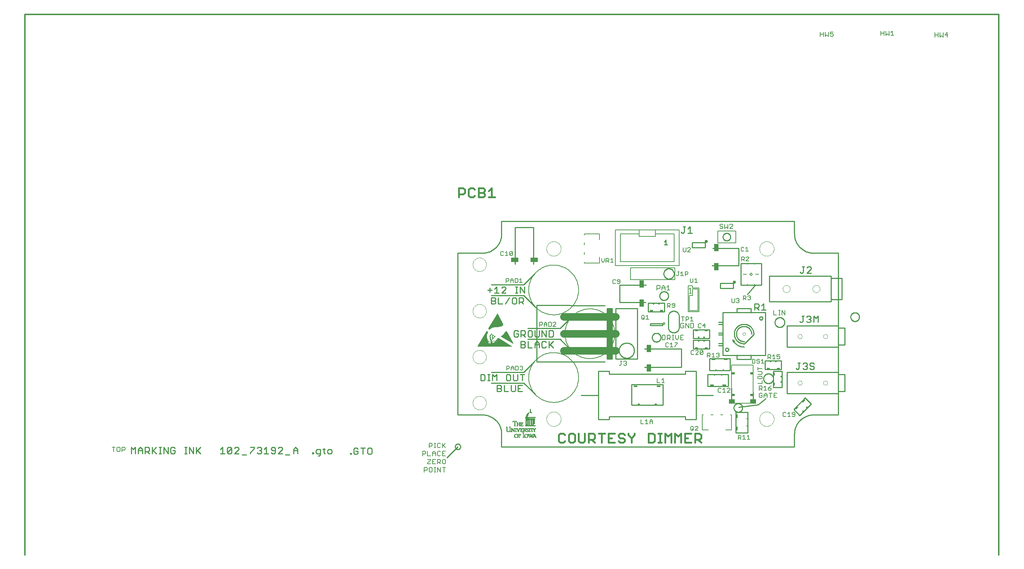
<source format=gto>
G75*
%MOIN*%
%OFA0B0*%
%FSLAX24Y24*%
%IPPOS*%
%LPD*%
%AMOC8*
5,1,8,0,0,1.08239X$1,22.5*
%
%ADD10C,0.0120*%
%ADD11C,0.0000*%
%ADD12C,0.0100*%
%ADD13C,0.0110*%
%ADD14C,0.0080*%
%ADD15C,0.0150*%
%ADD16C,0.0070*%
%ADD17C,0.0010*%
%ADD18C,0.0090*%
%ADD19C,0.0300*%
%ADD20R,0.0400X0.0650*%
%ADD21R,0.0400X0.0700*%
%ADD22R,0.0350X0.0100*%
%ADD23R,0.0110X0.0150*%
%ADD24R,0.0120X0.0150*%
%ADD25R,0.0290X0.0150*%
%ADD26R,0.0700X0.0400*%
%ADD27R,0.0150X0.0110*%
%ADD28R,0.0150X0.0350*%
%ADD29R,0.0300X0.0197*%
%ADD30R,0.0550X0.0400*%
%ADD31R,0.0200X0.0150*%
%ADD32R,0.0350X0.0150*%
%ADD33C,0.0050*%
%ADD34C,0.0700*%
%ADD35R,0.0450X0.4600*%
%ADD36R,0.0150X0.0120*%
%ADD37R,0.0150X0.0290*%
D10*
X000160Y010000D02*
X000160Y060000D01*
X090160Y060000D01*
X090160Y010000D01*
D11*
X068034Y022559D02*
X068036Y022610D01*
X068042Y022661D01*
X068052Y022711D01*
X068065Y022761D01*
X068083Y022809D01*
X068103Y022856D01*
X068128Y022901D01*
X068156Y022944D01*
X068187Y022985D01*
X068221Y023023D01*
X068258Y023058D01*
X068297Y023091D01*
X068339Y023121D01*
X068383Y023147D01*
X068429Y023169D01*
X068477Y023189D01*
X068526Y023204D01*
X068576Y023216D01*
X068626Y023224D01*
X068677Y023228D01*
X068729Y023228D01*
X068780Y023224D01*
X068830Y023216D01*
X068880Y023204D01*
X068929Y023189D01*
X068977Y023169D01*
X069023Y023147D01*
X069067Y023121D01*
X069109Y023091D01*
X069148Y023058D01*
X069185Y023023D01*
X069219Y022985D01*
X069250Y022944D01*
X069278Y022901D01*
X069303Y022856D01*
X069323Y022809D01*
X069341Y022761D01*
X069354Y022711D01*
X069364Y022661D01*
X069370Y022610D01*
X069372Y022559D01*
X069370Y022508D01*
X069364Y022457D01*
X069354Y022407D01*
X069341Y022357D01*
X069323Y022309D01*
X069303Y022262D01*
X069278Y022217D01*
X069250Y022174D01*
X069219Y022133D01*
X069185Y022095D01*
X069148Y022060D01*
X069109Y022027D01*
X069067Y021997D01*
X069023Y021971D01*
X068977Y021949D01*
X068929Y021929D01*
X068880Y021914D01*
X068830Y021902D01*
X068780Y021894D01*
X068729Y021890D01*
X068677Y021890D01*
X068626Y021894D01*
X068576Y021902D01*
X068526Y021914D01*
X068477Y021929D01*
X068429Y021949D01*
X068383Y021971D01*
X068339Y021997D01*
X068297Y022027D01*
X068258Y022060D01*
X068221Y022095D01*
X068187Y022133D01*
X068156Y022174D01*
X068128Y022217D01*
X068103Y022262D01*
X068083Y022309D01*
X068065Y022357D01*
X068052Y022407D01*
X068042Y022457D01*
X068036Y022508D01*
X068034Y022559D01*
X071570Y025900D02*
X071572Y025927D01*
X071578Y025954D01*
X071587Y025980D01*
X071600Y026004D01*
X071616Y026027D01*
X071635Y026046D01*
X071657Y026063D01*
X071681Y026077D01*
X071706Y026087D01*
X071733Y026094D01*
X071760Y026097D01*
X071788Y026096D01*
X071815Y026091D01*
X071841Y026083D01*
X071865Y026071D01*
X071888Y026055D01*
X071909Y026037D01*
X071926Y026016D01*
X071941Y025992D01*
X071952Y025967D01*
X071960Y025941D01*
X071964Y025914D01*
X071964Y025886D01*
X071960Y025859D01*
X071952Y025833D01*
X071941Y025808D01*
X071926Y025784D01*
X071909Y025763D01*
X071888Y025745D01*
X071866Y025729D01*
X071841Y025717D01*
X071815Y025709D01*
X071788Y025704D01*
X071760Y025703D01*
X071733Y025706D01*
X071706Y025713D01*
X071681Y025723D01*
X071657Y025737D01*
X071635Y025754D01*
X071616Y025773D01*
X071600Y025796D01*
X071587Y025820D01*
X071578Y025846D01*
X071572Y025873D01*
X071570Y025900D01*
X073932Y025900D02*
X073934Y025927D01*
X073940Y025954D01*
X073949Y025980D01*
X073962Y026004D01*
X073978Y026027D01*
X073997Y026046D01*
X074019Y026063D01*
X074043Y026077D01*
X074068Y026087D01*
X074095Y026094D01*
X074122Y026097D01*
X074150Y026096D01*
X074177Y026091D01*
X074203Y026083D01*
X074227Y026071D01*
X074250Y026055D01*
X074271Y026037D01*
X074288Y026016D01*
X074303Y025992D01*
X074314Y025967D01*
X074322Y025941D01*
X074326Y025914D01*
X074326Y025886D01*
X074322Y025859D01*
X074314Y025833D01*
X074303Y025808D01*
X074288Y025784D01*
X074271Y025763D01*
X074250Y025745D01*
X074228Y025729D01*
X074203Y025717D01*
X074177Y025709D01*
X074150Y025704D01*
X074122Y025703D01*
X074095Y025706D01*
X074068Y025713D01*
X074043Y025723D01*
X074019Y025737D01*
X073997Y025754D01*
X073978Y025773D01*
X073962Y025796D01*
X073949Y025820D01*
X073940Y025846D01*
X073934Y025873D01*
X073932Y025900D01*
X073932Y030200D02*
X073934Y030227D01*
X073940Y030254D01*
X073949Y030280D01*
X073962Y030304D01*
X073978Y030327D01*
X073997Y030346D01*
X074019Y030363D01*
X074043Y030377D01*
X074068Y030387D01*
X074095Y030394D01*
X074122Y030397D01*
X074150Y030396D01*
X074177Y030391D01*
X074203Y030383D01*
X074227Y030371D01*
X074250Y030355D01*
X074271Y030337D01*
X074288Y030316D01*
X074303Y030292D01*
X074314Y030267D01*
X074322Y030241D01*
X074326Y030214D01*
X074326Y030186D01*
X074322Y030159D01*
X074314Y030133D01*
X074303Y030108D01*
X074288Y030084D01*
X074271Y030063D01*
X074250Y030045D01*
X074228Y030029D01*
X074203Y030017D01*
X074177Y030009D01*
X074150Y030004D01*
X074122Y030003D01*
X074095Y030006D01*
X074068Y030013D01*
X074043Y030023D01*
X074019Y030037D01*
X073997Y030054D01*
X073978Y030073D01*
X073962Y030096D01*
X073949Y030120D01*
X073940Y030146D01*
X073934Y030173D01*
X073932Y030200D01*
X071570Y030200D02*
X071572Y030227D01*
X071578Y030254D01*
X071587Y030280D01*
X071600Y030304D01*
X071616Y030327D01*
X071635Y030346D01*
X071657Y030363D01*
X071681Y030377D01*
X071706Y030387D01*
X071733Y030394D01*
X071760Y030397D01*
X071788Y030396D01*
X071815Y030391D01*
X071841Y030383D01*
X071865Y030371D01*
X071888Y030355D01*
X071909Y030337D01*
X071926Y030316D01*
X071941Y030292D01*
X071952Y030267D01*
X071960Y030241D01*
X071964Y030214D01*
X071964Y030186D01*
X071960Y030159D01*
X071952Y030133D01*
X071941Y030108D01*
X071926Y030084D01*
X071909Y030063D01*
X071888Y030045D01*
X071866Y030029D01*
X071841Y030017D01*
X071815Y030009D01*
X071788Y030004D01*
X071760Y030003D01*
X071733Y030006D01*
X071706Y030013D01*
X071681Y030023D01*
X071657Y030037D01*
X071635Y030054D01*
X071616Y030073D01*
X071600Y030096D01*
X071587Y030120D01*
X071578Y030146D01*
X071572Y030173D01*
X071570Y030200D01*
X066480Y030435D02*
X066482Y030458D01*
X066488Y030479D01*
X066497Y030500D01*
X066510Y030519D01*
X066526Y030535D01*
X066545Y030548D01*
X066566Y030557D01*
X066587Y030563D01*
X066610Y030565D01*
X066633Y030563D01*
X066654Y030557D01*
X066675Y030548D01*
X066694Y030535D01*
X066710Y030519D01*
X066723Y030500D01*
X066732Y030479D01*
X066738Y030458D01*
X066740Y030435D01*
X066738Y030412D01*
X066732Y030391D01*
X066723Y030370D01*
X066710Y030351D01*
X066694Y030335D01*
X066675Y030322D01*
X066654Y030313D01*
X066633Y030307D01*
X066610Y030305D01*
X066587Y030307D01*
X066566Y030313D01*
X066545Y030322D01*
X066526Y030335D01*
X066510Y030351D01*
X066497Y030370D01*
X066488Y030391D01*
X066482Y030412D01*
X066480Y030435D01*
X070191Y034600D02*
X070193Y034636D01*
X070199Y034672D01*
X070209Y034707D01*
X070222Y034741D01*
X070239Y034773D01*
X070259Y034803D01*
X070283Y034830D01*
X070309Y034855D01*
X070338Y034877D01*
X070369Y034896D01*
X070402Y034911D01*
X070436Y034923D01*
X070472Y034931D01*
X070508Y034935D01*
X070544Y034935D01*
X070580Y034931D01*
X070616Y034923D01*
X070650Y034911D01*
X070683Y034896D01*
X070714Y034877D01*
X070743Y034855D01*
X070769Y034830D01*
X070793Y034803D01*
X070813Y034773D01*
X070830Y034741D01*
X070843Y034707D01*
X070853Y034672D01*
X070859Y034636D01*
X070861Y034600D01*
X070859Y034564D01*
X070853Y034528D01*
X070843Y034493D01*
X070830Y034459D01*
X070813Y034427D01*
X070793Y034397D01*
X070769Y034370D01*
X070743Y034345D01*
X070714Y034323D01*
X070683Y034304D01*
X070650Y034289D01*
X070616Y034277D01*
X070580Y034269D01*
X070544Y034265D01*
X070508Y034265D01*
X070472Y034269D01*
X070436Y034277D01*
X070402Y034289D01*
X070369Y034304D01*
X070338Y034323D01*
X070309Y034345D01*
X070283Y034370D01*
X070259Y034397D01*
X070239Y034427D01*
X070222Y034459D01*
X070209Y034493D01*
X070199Y034528D01*
X070193Y034564D01*
X070191Y034600D01*
X072947Y034600D02*
X072949Y034636D01*
X072955Y034672D01*
X072965Y034707D01*
X072978Y034741D01*
X072995Y034773D01*
X073015Y034803D01*
X073039Y034830D01*
X073065Y034855D01*
X073094Y034877D01*
X073125Y034896D01*
X073158Y034911D01*
X073192Y034923D01*
X073228Y034931D01*
X073264Y034935D01*
X073300Y034935D01*
X073336Y034931D01*
X073372Y034923D01*
X073406Y034911D01*
X073439Y034896D01*
X073470Y034877D01*
X073499Y034855D01*
X073525Y034830D01*
X073549Y034803D01*
X073569Y034773D01*
X073586Y034741D01*
X073599Y034707D01*
X073609Y034672D01*
X073615Y034636D01*
X073617Y034600D01*
X073615Y034564D01*
X073609Y034528D01*
X073599Y034493D01*
X073586Y034459D01*
X073569Y034427D01*
X073549Y034397D01*
X073525Y034370D01*
X073499Y034345D01*
X073470Y034323D01*
X073439Y034304D01*
X073406Y034289D01*
X073372Y034277D01*
X073336Y034269D01*
X073300Y034265D01*
X073264Y034265D01*
X073228Y034269D01*
X073192Y034277D01*
X073158Y034289D01*
X073125Y034304D01*
X073094Y034323D01*
X073065Y034345D01*
X073039Y034370D01*
X073015Y034397D01*
X072995Y034427D01*
X072978Y034459D01*
X072965Y034493D01*
X072955Y034528D01*
X072949Y034564D01*
X072947Y034600D01*
X068034Y038307D02*
X068036Y038358D01*
X068042Y038409D01*
X068052Y038459D01*
X068065Y038509D01*
X068083Y038557D01*
X068103Y038604D01*
X068128Y038649D01*
X068156Y038692D01*
X068187Y038733D01*
X068221Y038771D01*
X068258Y038806D01*
X068297Y038839D01*
X068339Y038869D01*
X068383Y038895D01*
X068429Y038917D01*
X068477Y038937D01*
X068526Y038952D01*
X068576Y038964D01*
X068626Y038972D01*
X068677Y038976D01*
X068729Y038976D01*
X068780Y038972D01*
X068830Y038964D01*
X068880Y038952D01*
X068929Y038937D01*
X068977Y038917D01*
X069023Y038895D01*
X069067Y038869D01*
X069109Y038839D01*
X069148Y038806D01*
X069185Y038771D01*
X069219Y038733D01*
X069250Y038692D01*
X069278Y038649D01*
X069303Y038604D01*
X069323Y038557D01*
X069341Y038509D01*
X069354Y038459D01*
X069364Y038409D01*
X069370Y038358D01*
X069372Y038307D01*
X069370Y038256D01*
X069364Y038205D01*
X069354Y038155D01*
X069341Y038105D01*
X069323Y038057D01*
X069303Y038010D01*
X069278Y037965D01*
X069250Y037922D01*
X069219Y037881D01*
X069185Y037843D01*
X069148Y037808D01*
X069109Y037775D01*
X069067Y037745D01*
X069023Y037719D01*
X068977Y037697D01*
X068929Y037677D01*
X068880Y037662D01*
X068830Y037650D01*
X068780Y037642D01*
X068729Y037638D01*
X068677Y037638D01*
X068626Y037642D01*
X068576Y037650D01*
X068526Y037662D01*
X068477Y037677D01*
X068429Y037697D01*
X068383Y037719D01*
X068339Y037745D01*
X068297Y037775D01*
X068258Y037808D01*
X068221Y037843D01*
X068187Y037881D01*
X068156Y037922D01*
X068128Y037965D01*
X068103Y038010D01*
X068083Y038057D01*
X068065Y038105D01*
X068052Y038155D01*
X068042Y038205D01*
X068036Y038256D01*
X068034Y038307D01*
X048349Y038307D02*
X048351Y038358D01*
X048357Y038409D01*
X048367Y038459D01*
X048380Y038509D01*
X048398Y038557D01*
X048418Y038604D01*
X048443Y038649D01*
X048471Y038692D01*
X048502Y038733D01*
X048536Y038771D01*
X048573Y038806D01*
X048612Y038839D01*
X048654Y038869D01*
X048698Y038895D01*
X048744Y038917D01*
X048792Y038937D01*
X048841Y038952D01*
X048891Y038964D01*
X048941Y038972D01*
X048992Y038976D01*
X049044Y038976D01*
X049095Y038972D01*
X049145Y038964D01*
X049195Y038952D01*
X049244Y038937D01*
X049292Y038917D01*
X049338Y038895D01*
X049382Y038869D01*
X049424Y038839D01*
X049463Y038806D01*
X049500Y038771D01*
X049534Y038733D01*
X049565Y038692D01*
X049593Y038649D01*
X049618Y038604D01*
X049638Y038557D01*
X049656Y038509D01*
X049669Y038459D01*
X049679Y038409D01*
X049685Y038358D01*
X049687Y038307D01*
X049685Y038256D01*
X049679Y038205D01*
X049669Y038155D01*
X049656Y038105D01*
X049638Y038057D01*
X049618Y038010D01*
X049593Y037965D01*
X049565Y037922D01*
X049534Y037881D01*
X049500Y037843D01*
X049463Y037808D01*
X049424Y037775D01*
X049382Y037745D01*
X049338Y037719D01*
X049292Y037697D01*
X049244Y037677D01*
X049195Y037662D01*
X049145Y037650D01*
X049095Y037642D01*
X049044Y037638D01*
X048992Y037638D01*
X048941Y037642D01*
X048891Y037650D01*
X048841Y037662D01*
X048792Y037677D01*
X048744Y037697D01*
X048698Y037719D01*
X048654Y037745D01*
X048612Y037775D01*
X048573Y037808D01*
X048536Y037843D01*
X048502Y037881D01*
X048471Y037922D01*
X048443Y037965D01*
X048418Y038010D01*
X048398Y038057D01*
X048380Y038105D01*
X048367Y038155D01*
X048357Y038205D01*
X048351Y038256D01*
X048349Y038307D01*
X041535Y036850D02*
X041537Y036900D01*
X041543Y036949D01*
X041553Y036998D01*
X041566Y037045D01*
X041584Y037092D01*
X041605Y037137D01*
X041629Y037180D01*
X041657Y037221D01*
X041688Y037260D01*
X041722Y037296D01*
X041759Y037330D01*
X041799Y037360D01*
X041840Y037387D01*
X041884Y037411D01*
X041929Y037431D01*
X041976Y037447D01*
X042024Y037460D01*
X042073Y037469D01*
X042123Y037474D01*
X042172Y037475D01*
X042222Y037472D01*
X042271Y037465D01*
X042320Y037454D01*
X042367Y037440D01*
X042413Y037421D01*
X042458Y037399D01*
X042501Y037374D01*
X042541Y037345D01*
X042579Y037313D01*
X042615Y037279D01*
X042648Y037241D01*
X042677Y037201D01*
X042703Y037159D01*
X042726Y037115D01*
X042745Y037069D01*
X042761Y037022D01*
X042773Y036973D01*
X042781Y036924D01*
X042785Y036875D01*
X042785Y036825D01*
X042781Y036776D01*
X042773Y036727D01*
X042761Y036678D01*
X042745Y036631D01*
X042726Y036585D01*
X042703Y036541D01*
X042677Y036499D01*
X042648Y036459D01*
X042615Y036421D01*
X042579Y036387D01*
X042541Y036355D01*
X042501Y036326D01*
X042458Y036301D01*
X042413Y036279D01*
X042367Y036260D01*
X042320Y036246D01*
X042271Y036235D01*
X042222Y036228D01*
X042172Y036225D01*
X042123Y036226D01*
X042073Y036231D01*
X042024Y036240D01*
X041976Y036253D01*
X041929Y036269D01*
X041884Y036289D01*
X041840Y036313D01*
X041799Y036340D01*
X041759Y036370D01*
X041722Y036404D01*
X041688Y036440D01*
X041657Y036479D01*
X041629Y036520D01*
X041605Y036563D01*
X041584Y036608D01*
X041566Y036655D01*
X041553Y036702D01*
X041543Y036751D01*
X041537Y036800D01*
X041535Y036850D01*
X041535Y032550D02*
X041537Y032600D01*
X041543Y032649D01*
X041553Y032698D01*
X041566Y032745D01*
X041584Y032792D01*
X041605Y032837D01*
X041629Y032880D01*
X041657Y032921D01*
X041688Y032960D01*
X041722Y032996D01*
X041759Y033030D01*
X041799Y033060D01*
X041840Y033087D01*
X041884Y033111D01*
X041929Y033131D01*
X041976Y033147D01*
X042024Y033160D01*
X042073Y033169D01*
X042123Y033174D01*
X042172Y033175D01*
X042222Y033172D01*
X042271Y033165D01*
X042320Y033154D01*
X042367Y033140D01*
X042413Y033121D01*
X042458Y033099D01*
X042501Y033074D01*
X042541Y033045D01*
X042579Y033013D01*
X042615Y032979D01*
X042648Y032941D01*
X042677Y032901D01*
X042703Y032859D01*
X042726Y032815D01*
X042745Y032769D01*
X042761Y032722D01*
X042773Y032673D01*
X042781Y032624D01*
X042785Y032575D01*
X042785Y032525D01*
X042781Y032476D01*
X042773Y032427D01*
X042761Y032378D01*
X042745Y032331D01*
X042726Y032285D01*
X042703Y032241D01*
X042677Y032199D01*
X042648Y032159D01*
X042615Y032121D01*
X042579Y032087D01*
X042541Y032055D01*
X042501Y032026D01*
X042458Y032001D01*
X042413Y031979D01*
X042367Y031960D01*
X042320Y031946D01*
X042271Y031935D01*
X042222Y031928D01*
X042172Y031925D01*
X042123Y031926D01*
X042073Y031931D01*
X042024Y031940D01*
X041976Y031953D01*
X041929Y031969D01*
X041884Y031989D01*
X041840Y032013D01*
X041799Y032040D01*
X041759Y032070D01*
X041722Y032104D01*
X041688Y032140D01*
X041657Y032179D01*
X041629Y032220D01*
X041605Y032263D01*
X041584Y032308D01*
X041566Y032355D01*
X041553Y032402D01*
X041543Y032451D01*
X041537Y032500D01*
X041535Y032550D01*
X041535Y028300D02*
X041537Y028350D01*
X041543Y028399D01*
X041553Y028448D01*
X041566Y028495D01*
X041584Y028542D01*
X041605Y028587D01*
X041629Y028630D01*
X041657Y028671D01*
X041688Y028710D01*
X041722Y028746D01*
X041759Y028780D01*
X041799Y028810D01*
X041840Y028837D01*
X041884Y028861D01*
X041929Y028881D01*
X041976Y028897D01*
X042024Y028910D01*
X042073Y028919D01*
X042123Y028924D01*
X042172Y028925D01*
X042222Y028922D01*
X042271Y028915D01*
X042320Y028904D01*
X042367Y028890D01*
X042413Y028871D01*
X042458Y028849D01*
X042501Y028824D01*
X042541Y028795D01*
X042579Y028763D01*
X042615Y028729D01*
X042648Y028691D01*
X042677Y028651D01*
X042703Y028609D01*
X042726Y028565D01*
X042745Y028519D01*
X042761Y028472D01*
X042773Y028423D01*
X042781Y028374D01*
X042785Y028325D01*
X042785Y028275D01*
X042781Y028226D01*
X042773Y028177D01*
X042761Y028128D01*
X042745Y028081D01*
X042726Y028035D01*
X042703Y027991D01*
X042677Y027949D01*
X042648Y027909D01*
X042615Y027871D01*
X042579Y027837D01*
X042541Y027805D01*
X042501Y027776D01*
X042458Y027751D01*
X042413Y027729D01*
X042367Y027710D01*
X042320Y027696D01*
X042271Y027685D01*
X042222Y027678D01*
X042172Y027675D01*
X042123Y027676D01*
X042073Y027681D01*
X042024Y027690D01*
X041976Y027703D01*
X041929Y027719D01*
X041884Y027739D01*
X041840Y027763D01*
X041799Y027790D01*
X041759Y027820D01*
X041722Y027854D01*
X041688Y027890D01*
X041657Y027929D01*
X041629Y027970D01*
X041605Y028013D01*
X041584Y028058D01*
X041566Y028105D01*
X041553Y028152D01*
X041543Y028201D01*
X041537Y028250D01*
X041535Y028300D01*
X041535Y024050D02*
X041537Y024100D01*
X041543Y024149D01*
X041553Y024198D01*
X041566Y024245D01*
X041584Y024292D01*
X041605Y024337D01*
X041629Y024380D01*
X041657Y024421D01*
X041688Y024460D01*
X041722Y024496D01*
X041759Y024530D01*
X041799Y024560D01*
X041840Y024587D01*
X041884Y024611D01*
X041929Y024631D01*
X041976Y024647D01*
X042024Y024660D01*
X042073Y024669D01*
X042123Y024674D01*
X042172Y024675D01*
X042222Y024672D01*
X042271Y024665D01*
X042320Y024654D01*
X042367Y024640D01*
X042413Y024621D01*
X042458Y024599D01*
X042501Y024574D01*
X042541Y024545D01*
X042579Y024513D01*
X042615Y024479D01*
X042648Y024441D01*
X042677Y024401D01*
X042703Y024359D01*
X042726Y024315D01*
X042745Y024269D01*
X042761Y024222D01*
X042773Y024173D01*
X042781Y024124D01*
X042785Y024075D01*
X042785Y024025D01*
X042781Y023976D01*
X042773Y023927D01*
X042761Y023878D01*
X042745Y023831D01*
X042726Y023785D01*
X042703Y023741D01*
X042677Y023699D01*
X042648Y023659D01*
X042615Y023621D01*
X042579Y023587D01*
X042541Y023555D01*
X042501Y023526D01*
X042458Y023501D01*
X042413Y023479D01*
X042367Y023460D01*
X042320Y023446D01*
X042271Y023435D01*
X042222Y023428D01*
X042172Y023425D01*
X042123Y023426D01*
X042073Y023431D01*
X042024Y023440D01*
X041976Y023453D01*
X041929Y023469D01*
X041884Y023489D01*
X041840Y023513D01*
X041799Y023540D01*
X041759Y023570D01*
X041722Y023604D01*
X041688Y023640D01*
X041657Y023679D01*
X041629Y023720D01*
X041605Y023763D01*
X041584Y023808D01*
X041566Y023855D01*
X041553Y023902D01*
X041543Y023951D01*
X041537Y024000D01*
X041535Y024050D01*
X048349Y022559D02*
X048351Y022610D01*
X048357Y022661D01*
X048367Y022711D01*
X048380Y022761D01*
X048398Y022809D01*
X048418Y022856D01*
X048443Y022901D01*
X048471Y022944D01*
X048502Y022985D01*
X048536Y023023D01*
X048573Y023058D01*
X048612Y023091D01*
X048654Y023121D01*
X048698Y023147D01*
X048744Y023169D01*
X048792Y023189D01*
X048841Y023204D01*
X048891Y023216D01*
X048941Y023224D01*
X048992Y023228D01*
X049044Y023228D01*
X049095Y023224D01*
X049145Y023216D01*
X049195Y023204D01*
X049244Y023189D01*
X049292Y023169D01*
X049338Y023147D01*
X049382Y023121D01*
X049424Y023091D01*
X049463Y023058D01*
X049500Y023023D01*
X049534Y022985D01*
X049565Y022944D01*
X049593Y022901D01*
X049618Y022856D01*
X049638Y022809D01*
X049656Y022761D01*
X049669Y022711D01*
X049679Y022661D01*
X049685Y022610D01*
X049687Y022559D01*
X049685Y022508D01*
X049679Y022457D01*
X049669Y022407D01*
X049656Y022357D01*
X049638Y022309D01*
X049618Y022262D01*
X049593Y022217D01*
X049565Y022174D01*
X049534Y022133D01*
X049500Y022095D01*
X049463Y022060D01*
X049424Y022027D01*
X049382Y021997D01*
X049338Y021971D01*
X049292Y021949D01*
X049244Y021929D01*
X049195Y021914D01*
X049145Y021902D01*
X049095Y021894D01*
X049044Y021890D01*
X048992Y021890D01*
X048941Y021894D01*
X048891Y021902D01*
X048841Y021914D01*
X048792Y021929D01*
X048744Y021949D01*
X048698Y021971D01*
X048654Y021997D01*
X048612Y022027D01*
X048573Y022060D01*
X048536Y022095D01*
X048502Y022133D01*
X048471Y022174D01*
X048443Y022217D01*
X048418Y022262D01*
X048398Y022309D01*
X048380Y022357D01*
X048367Y022407D01*
X048357Y022457D01*
X048351Y022508D01*
X048349Y022559D01*
D12*
X047310Y024850D02*
X046260Y025900D01*
X043260Y025900D01*
X043260Y026900D02*
X046260Y026900D01*
X047210Y027850D01*
X047460Y027850D02*
X047460Y033070D01*
X047460Y033078D02*
X053760Y033070D01*
X053960Y032800D02*
X054410Y032800D01*
X054410Y028120D01*
X053960Y028120D01*
X053960Y032800D01*
X054760Y032800D02*
X054760Y032020D01*
X054760Y030460D01*
X054760Y028900D01*
X054760Y028120D01*
X056760Y028120D01*
X056760Y032800D01*
X054760Y032800D01*
X055110Y033350D02*
X055110Y034950D01*
X057560Y034950D01*
X058807Y033950D02*
X058809Y033990D01*
X058815Y034029D01*
X058824Y034067D01*
X058838Y034104D01*
X058855Y034140D01*
X058875Y034174D01*
X058898Y034206D01*
X058925Y034235D01*
X058954Y034262D01*
X058986Y034285D01*
X059020Y034305D01*
X059056Y034322D01*
X059093Y034336D01*
X059131Y034345D01*
X059170Y034351D01*
X059210Y034353D01*
X059250Y034351D01*
X059289Y034345D01*
X059327Y034336D01*
X059364Y034322D01*
X059400Y034305D01*
X059434Y034285D01*
X059466Y034262D01*
X059495Y034235D01*
X059522Y034206D01*
X059545Y034174D01*
X059565Y034140D01*
X059582Y034104D01*
X059596Y034067D01*
X059605Y034029D01*
X059611Y033990D01*
X059613Y033950D01*
X059611Y033910D01*
X059605Y033871D01*
X059596Y033833D01*
X059582Y033796D01*
X059565Y033760D01*
X059545Y033726D01*
X059522Y033694D01*
X059495Y033665D01*
X059466Y033638D01*
X059434Y033615D01*
X059400Y033595D01*
X059364Y033578D01*
X059327Y033564D01*
X059289Y033555D01*
X059250Y033549D01*
X059210Y033547D01*
X059170Y033549D01*
X059131Y033555D01*
X059093Y033564D01*
X059056Y033578D01*
X059020Y033595D01*
X058986Y033615D01*
X058954Y033638D01*
X058925Y033665D01*
X058898Y033694D01*
X058875Y033726D01*
X058855Y033760D01*
X058838Y033796D01*
X058824Y033833D01*
X058815Y033871D01*
X058809Y033910D01*
X058807Y033950D01*
X059260Y033300D02*
X059260Y032500D01*
X057760Y032500D01*
X057760Y033300D01*
X059260Y033300D01*
X059610Y032050D02*
X059610Y031050D01*
X059612Y031006D01*
X059618Y030963D01*
X059627Y030921D01*
X059640Y030879D01*
X059657Y030839D01*
X059677Y030800D01*
X059700Y030763D01*
X059727Y030729D01*
X059756Y030696D01*
X059789Y030667D01*
X059823Y030640D01*
X059860Y030617D01*
X059899Y030597D01*
X059939Y030580D01*
X059981Y030567D01*
X060023Y030558D01*
X060066Y030552D01*
X060110Y030550D01*
X060154Y030552D01*
X060197Y030558D01*
X060239Y030567D01*
X060281Y030580D01*
X060321Y030597D01*
X060360Y030617D01*
X060397Y030640D01*
X060431Y030667D01*
X060464Y030696D01*
X060493Y030729D01*
X060520Y030763D01*
X060543Y030800D01*
X060563Y030839D01*
X060580Y030879D01*
X060593Y030921D01*
X060602Y030963D01*
X060608Y031006D01*
X060610Y031050D01*
X060610Y032050D01*
X060608Y032094D01*
X060602Y032137D01*
X060593Y032179D01*
X060580Y032221D01*
X060563Y032261D01*
X060543Y032300D01*
X060520Y032337D01*
X060493Y032371D01*
X060464Y032404D01*
X060431Y032433D01*
X060397Y032460D01*
X060360Y032483D01*
X060321Y032503D01*
X060281Y032520D01*
X060239Y032533D01*
X060197Y032542D01*
X060154Y032548D01*
X060110Y032550D01*
X060066Y032548D01*
X060023Y032542D01*
X059981Y032533D01*
X059939Y032520D01*
X059899Y032503D01*
X059860Y032483D01*
X059823Y032460D01*
X059789Y032433D01*
X059756Y032404D01*
X059727Y032371D01*
X059700Y032337D01*
X059677Y032300D01*
X059657Y032261D01*
X059640Y032221D01*
X059627Y032179D01*
X059618Y032137D01*
X059612Y032094D01*
X059610Y032050D01*
X059090Y031379D02*
X057950Y031379D01*
X057950Y031221D01*
X059090Y031221D01*
X059090Y031379D01*
X058107Y030100D02*
X058109Y030140D01*
X058115Y030179D01*
X058124Y030217D01*
X058138Y030254D01*
X058155Y030290D01*
X058175Y030324D01*
X058198Y030356D01*
X058225Y030385D01*
X058254Y030412D01*
X058286Y030435D01*
X058320Y030455D01*
X058356Y030472D01*
X058393Y030486D01*
X058431Y030495D01*
X058470Y030501D01*
X058510Y030503D01*
X058550Y030501D01*
X058589Y030495D01*
X058627Y030486D01*
X058664Y030472D01*
X058700Y030455D01*
X058734Y030435D01*
X058766Y030412D01*
X058795Y030385D01*
X058822Y030356D01*
X058845Y030324D01*
X058865Y030290D01*
X058882Y030254D01*
X058896Y030217D01*
X058905Y030179D01*
X058911Y030140D01*
X058913Y030100D01*
X058911Y030060D01*
X058905Y030021D01*
X058896Y029983D01*
X058882Y029946D01*
X058865Y029910D01*
X058845Y029876D01*
X058822Y029844D01*
X058795Y029815D01*
X058766Y029788D01*
X058734Y029765D01*
X058700Y029745D01*
X058664Y029728D01*
X058627Y029714D01*
X058589Y029705D01*
X058550Y029699D01*
X058510Y029697D01*
X058470Y029699D01*
X058431Y029705D01*
X058393Y029714D01*
X058356Y029728D01*
X058320Y029745D01*
X058286Y029765D01*
X058254Y029788D01*
X058225Y029815D01*
X058198Y029844D01*
X058175Y029876D01*
X058155Y029910D01*
X058138Y029946D01*
X058124Y029983D01*
X058115Y030021D01*
X058109Y030060D01*
X058107Y030100D01*
X057410Y029050D02*
X060810Y029050D01*
X060810Y027350D01*
X057410Y027350D01*
X056210Y025750D02*
X059110Y025750D01*
X059110Y023850D01*
X056210Y023850D01*
X056210Y025750D01*
X054156Y026719D02*
X054156Y026994D01*
X053132Y026994D01*
X053132Y024750D01*
X051558Y024750D01*
X053132Y024750D02*
X053132Y022506D01*
X054156Y022506D01*
X054156Y022781D01*
X061164Y022781D01*
X061164Y022506D01*
X062188Y022506D01*
X062188Y024750D01*
X062188Y026994D01*
X061164Y026994D01*
X061164Y026719D01*
X054156Y026719D01*
X053760Y027850D02*
X047460Y027850D01*
X046610Y029950D02*
X049610Y029950D01*
X050660Y028900D01*
X049610Y030950D02*
X050610Y031950D01*
X049610Y030950D02*
X046610Y030950D01*
X047360Y032900D02*
X046260Y034000D01*
X043260Y034000D01*
X043260Y035000D02*
X046260Y035000D01*
X047260Y036000D01*
X047160Y036900D02*
X047160Y040300D01*
X045460Y040300D01*
X045460Y036900D01*
X044195Y039685D02*
X044195Y040866D01*
X071262Y040866D01*
X071262Y039685D01*
X071262Y040866D01*
X044195Y040866D01*
X044195Y039685D01*
X044196Y039685D02*
X044194Y039603D01*
X044188Y039522D01*
X044179Y039440D01*
X044166Y039359D01*
X044149Y039279D01*
X044128Y039200D01*
X044104Y039122D01*
X044076Y039045D01*
X044045Y038969D01*
X044010Y038895D01*
X043972Y038823D01*
X043931Y038752D01*
X043886Y038684D01*
X043838Y038617D01*
X043787Y038553D01*
X043734Y038491D01*
X043677Y038432D01*
X043618Y038375D01*
X043556Y038322D01*
X043492Y038271D01*
X043425Y038223D01*
X043357Y038178D01*
X043286Y038137D01*
X043214Y038099D01*
X043140Y038064D01*
X043064Y038033D01*
X042987Y038005D01*
X042909Y037981D01*
X042830Y037960D01*
X042750Y037943D01*
X042669Y037930D01*
X042587Y037921D01*
X042506Y037915D01*
X042424Y037913D01*
X040160Y037913D01*
X040160Y022953D01*
X042424Y022953D01*
X040160Y022953D01*
X040160Y037913D01*
X042424Y037913D01*
X042506Y037915D01*
X042587Y037921D01*
X042669Y037930D01*
X042750Y037943D01*
X042830Y037960D01*
X042909Y037981D01*
X042987Y038005D01*
X043064Y038033D01*
X043140Y038064D01*
X043214Y038099D01*
X043286Y038137D01*
X043357Y038178D01*
X043425Y038223D01*
X043492Y038271D01*
X043556Y038322D01*
X043618Y038375D01*
X043677Y038432D01*
X043734Y038491D01*
X043787Y038553D01*
X043838Y038617D01*
X043886Y038684D01*
X043931Y038752D01*
X043972Y038823D01*
X044010Y038895D01*
X044045Y038969D01*
X044076Y039045D01*
X044104Y039122D01*
X044128Y039200D01*
X044149Y039279D01*
X044166Y039359D01*
X044179Y039440D01*
X044188Y039522D01*
X044194Y039603D01*
X044196Y039685D01*
X055110Y033350D02*
X057510Y033350D01*
X059185Y036000D02*
X059187Y036043D01*
X059193Y036086D01*
X059203Y036128D01*
X059216Y036169D01*
X059233Y036209D01*
X059254Y036247D01*
X059278Y036283D01*
X059306Y036316D01*
X059336Y036347D01*
X059369Y036375D01*
X059404Y036400D01*
X059441Y036422D01*
X059481Y036440D01*
X059521Y036454D01*
X059563Y036465D01*
X059606Y036472D01*
X059649Y036475D01*
X059692Y036474D01*
X059735Y036469D01*
X059778Y036460D01*
X059819Y036448D01*
X059859Y036431D01*
X059897Y036411D01*
X059934Y036388D01*
X059968Y036362D01*
X060000Y036332D01*
X060028Y036300D01*
X060054Y036265D01*
X060077Y036228D01*
X060096Y036189D01*
X060111Y036149D01*
X060123Y036107D01*
X060131Y036065D01*
X060135Y036022D01*
X060135Y035978D01*
X060131Y035935D01*
X060123Y035893D01*
X060111Y035851D01*
X060096Y035811D01*
X060077Y035772D01*
X060054Y035735D01*
X060028Y035700D01*
X060000Y035668D01*
X059968Y035638D01*
X059934Y035612D01*
X059898Y035589D01*
X059859Y035569D01*
X059819Y035552D01*
X059778Y035540D01*
X059735Y035531D01*
X059692Y035526D01*
X059649Y035525D01*
X059606Y035528D01*
X059563Y035535D01*
X059521Y035546D01*
X059481Y035560D01*
X059441Y035578D01*
X059404Y035600D01*
X059369Y035625D01*
X059336Y035653D01*
X059306Y035684D01*
X059278Y035717D01*
X059254Y035753D01*
X059233Y035791D01*
X059216Y035831D01*
X059203Y035872D01*
X059193Y035914D01*
X059187Y035957D01*
X059185Y036000D01*
X061816Y038414D02*
X061816Y038886D01*
X063001Y038886D01*
X063001Y038414D01*
X061816Y038414D01*
X063710Y038350D02*
X066110Y038350D01*
X066110Y036750D01*
X063660Y036750D01*
X064416Y035136D02*
X065601Y035136D01*
X065601Y034664D01*
X064416Y034664D01*
X064416Y035136D01*
X066310Y034950D02*
X066310Y035950D01*
X066310Y036950D01*
X068210Y036950D01*
X068210Y035950D01*
X068210Y034950D01*
X066310Y034950D01*
X066910Y034100D02*
X067660Y034950D01*
X068951Y035781D02*
X074660Y035781D01*
X074660Y035584D01*
X075644Y035584D01*
X075644Y033616D01*
X074660Y033616D01*
X074660Y033419D01*
X068951Y033419D01*
X068951Y035781D01*
X073034Y037913D02*
X075298Y037913D01*
X075298Y022953D01*
X073034Y022953D01*
X075298Y022953D01*
X075298Y037913D01*
X073034Y037913D01*
X072952Y037915D01*
X072871Y037921D01*
X072789Y037930D01*
X072708Y037943D01*
X072628Y037960D01*
X072549Y037981D01*
X072471Y038005D01*
X072394Y038033D01*
X072318Y038064D01*
X072244Y038099D01*
X072172Y038137D01*
X072101Y038178D01*
X072033Y038223D01*
X071966Y038271D01*
X071902Y038322D01*
X071840Y038375D01*
X071781Y038432D01*
X071724Y038491D01*
X071671Y038553D01*
X071620Y038617D01*
X071572Y038684D01*
X071527Y038752D01*
X071486Y038823D01*
X071448Y038895D01*
X071413Y038969D01*
X071382Y039045D01*
X071354Y039122D01*
X071330Y039200D01*
X071309Y039279D01*
X071292Y039359D01*
X071279Y039440D01*
X071270Y039522D01*
X071264Y039603D01*
X071262Y039685D01*
X071264Y039603D01*
X071270Y039522D01*
X071279Y039440D01*
X071292Y039359D01*
X071309Y039279D01*
X071330Y039200D01*
X071354Y039122D01*
X071382Y039045D01*
X071413Y038969D01*
X071448Y038895D01*
X071486Y038823D01*
X071527Y038752D01*
X071572Y038684D01*
X071620Y038617D01*
X071671Y038553D01*
X071724Y038491D01*
X071781Y038432D01*
X071840Y038375D01*
X071902Y038322D01*
X071966Y038271D01*
X072033Y038223D01*
X072101Y038178D01*
X072172Y038137D01*
X072244Y038099D01*
X072318Y038064D01*
X072394Y038033D01*
X072471Y038005D01*
X072549Y037981D01*
X072628Y037960D01*
X072708Y037943D01*
X072789Y037930D01*
X072871Y037921D01*
X072952Y037915D01*
X073034Y037913D01*
X074660Y035584D02*
X074660Y033616D01*
X076457Y032000D02*
X076459Y032040D01*
X076465Y032079D01*
X076474Y032117D01*
X076488Y032154D01*
X076505Y032190D01*
X076525Y032224D01*
X076548Y032256D01*
X076575Y032285D01*
X076604Y032312D01*
X076636Y032335D01*
X076670Y032355D01*
X076706Y032372D01*
X076743Y032386D01*
X076781Y032395D01*
X076820Y032401D01*
X076860Y032403D01*
X076900Y032401D01*
X076939Y032395D01*
X076977Y032386D01*
X077014Y032372D01*
X077050Y032355D01*
X077084Y032335D01*
X077116Y032312D01*
X077145Y032285D01*
X077172Y032256D01*
X077195Y032224D01*
X077215Y032190D01*
X077232Y032154D01*
X077246Y032117D01*
X077255Y032079D01*
X077261Y032040D01*
X077263Y032000D01*
X077261Y031960D01*
X077255Y031921D01*
X077246Y031883D01*
X077232Y031846D01*
X077215Y031810D01*
X077195Y031776D01*
X077172Y031744D01*
X077145Y031715D01*
X077116Y031688D01*
X077084Y031665D01*
X077050Y031645D01*
X077014Y031628D01*
X076977Y031614D01*
X076939Y031605D01*
X076900Y031599D01*
X076860Y031597D01*
X076820Y031599D01*
X076781Y031605D01*
X076743Y031614D01*
X076706Y031628D01*
X076670Y031645D01*
X076636Y031665D01*
X076604Y031688D01*
X076575Y031715D01*
X076548Y031744D01*
X076525Y031776D01*
X076505Y031810D01*
X076488Y031846D01*
X076474Y031883D01*
X076465Y031921D01*
X076459Y031960D01*
X076457Y032000D01*
X075901Y030987D02*
X075310Y030987D01*
X075310Y029413D01*
X075901Y029413D01*
X075901Y030987D01*
X075310Y030987D02*
X075310Y031184D01*
X070586Y031184D01*
X070586Y029216D01*
X075310Y029216D01*
X075310Y029413D01*
X075310Y026884D02*
X070586Y026884D01*
X070586Y024916D01*
X075310Y024916D01*
X075310Y025113D01*
X075901Y025113D01*
X075901Y026687D01*
X075310Y026687D01*
X075310Y025113D01*
X075310Y026687D02*
X075310Y026884D01*
X072823Y023947D02*
X072257Y024513D01*
X071197Y023453D01*
X071763Y022887D01*
X072823Y023947D01*
X070110Y025500D02*
X069310Y025500D01*
X069310Y027000D01*
X070110Y027000D01*
X070110Y025500D01*
X068410Y026300D02*
X068412Y026342D01*
X068418Y026384D01*
X068428Y026425D01*
X068441Y026465D01*
X068459Y026503D01*
X068479Y026540D01*
X068504Y026575D01*
X068531Y026607D01*
X068561Y026636D01*
X068594Y026663D01*
X068629Y026686D01*
X068666Y026706D01*
X068705Y026722D01*
X068745Y026735D01*
X068786Y026744D01*
X068828Y026749D01*
X068871Y026750D01*
X068913Y026747D01*
X068954Y026740D01*
X068995Y026729D01*
X069035Y026715D01*
X069073Y026697D01*
X069109Y026675D01*
X069143Y026650D01*
X069174Y026622D01*
X069203Y026591D01*
X069229Y026558D01*
X069251Y026522D01*
X069271Y026484D01*
X069286Y026445D01*
X069298Y026405D01*
X069306Y026363D01*
X069310Y026321D01*
X069310Y026279D01*
X069306Y026237D01*
X069298Y026195D01*
X069286Y026155D01*
X069271Y026116D01*
X069251Y026078D01*
X069229Y026042D01*
X069203Y026009D01*
X069174Y025978D01*
X069143Y025950D01*
X069109Y025925D01*
X069073Y025903D01*
X069035Y025885D01*
X068995Y025871D01*
X068954Y025860D01*
X068913Y025853D01*
X068871Y025850D01*
X068828Y025851D01*
X068786Y025856D01*
X068745Y025865D01*
X068705Y025878D01*
X068666Y025894D01*
X068629Y025914D01*
X068594Y025937D01*
X068561Y025964D01*
X068531Y025993D01*
X068504Y026025D01*
X068479Y026060D01*
X068459Y026097D01*
X068441Y026135D01*
X068428Y026175D01*
X068418Y026216D01*
X068412Y026258D01*
X068410Y026300D01*
X068560Y027150D02*
X068560Y027950D01*
X070060Y027950D01*
X070060Y027150D01*
X068560Y027150D01*
X067250Y028085D02*
X065950Y028085D01*
X065950Y028485D01*
X065310Y028150D02*
X065310Y027050D01*
X063410Y027050D01*
X063410Y028150D01*
X065310Y028150D01*
X064641Y028466D02*
X064641Y032404D01*
X068579Y032404D01*
X068579Y028466D01*
X064641Y028466D01*
X064881Y028985D02*
X064883Y029009D01*
X064889Y029033D01*
X064898Y029055D01*
X064911Y029075D01*
X064927Y029093D01*
X064946Y029108D01*
X064967Y029121D01*
X064989Y029129D01*
X065013Y029134D01*
X065037Y029135D01*
X065061Y029132D01*
X065084Y029125D01*
X065106Y029115D01*
X065126Y029101D01*
X065143Y029084D01*
X065158Y029065D01*
X065169Y029044D01*
X065177Y029021D01*
X065181Y028997D01*
X065181Y028973D01*
X065177Y028949D01*
X065169Y028926D01*
X065158Y028905D01*
X065143Y028886D01*
X065126Y028869D01*
X065106Y028855D01*
X065084Y028845D01*
X065061Y028838D01*
X065037Y028835D01*
X065013Y028836D01*
X064989Y028841D01*
X064967Y028849D01*
X064946Y028862D01*
X064927Y028877D01*
X064911Y028895D01*
X064898Y028915D01*
X064889Y028937D01*
X064883Y028961D01*
X064881Y028985D01*
X064637Y029352D02*
X064244Y029352D01*
X064244Y029549D02*
X064637Y029549D01*
X064637Y030337D02*
X064244Y030337D01*
X064244Y030533D02*
X064637Y030533D01*
X065550Y029885D02*
X065600Y029685D01*
X065700Y029785D02*
X065550Y029885D01*
X066650Y029535D02*
X067500Y030385D01*
X067500Y030435D01*
X066600Y029235D02*
X066532Y029238D01*
X066464Y029244D01*
X066396Y029255D01*
X066329Y029269D01*
X066263Y029287D01*
X066199Y029309D01*
X066135Y029334D01*
X066073Y029363D01*
X066013Y029396D01*
X065955Y029432D01*
X065899Y029471D01*
X065846Y029514D01*
X065795Y029559D01*
X065746Y029607D01*
X065701Y029658D01*
X065658Y029712D01*
X065619Y029767D01*
X065582Y029825D01*
X065550Y029885D01*
X066650Y029735D02*
X066598Y029733D01*
X066545Y029735D01*
X066493Y029741D01*
X066442Y029751D01*
X066391Y029765D01*
X066342Y029782D01*
X066294Y029803D01*
X066247Y029828D01*
X066203Y029855D01*
X066161Y029887D01*
X066121Y029921D01*
X066084Y029958D01*
X066050Y029998D01*
X066019Y030040D01*
X065991Y030084D01*
X065967Y030131D01*
X065946Y030179D01*
X065929Y030228D01*
X065915Y030279D01*
X065906Y030330D01*
X065900Y030382D01*
X065898Y030435D01*
X065900Y030487D01*
X065906Y030539D01*
X065916Y030591D01*
X065929Y030641D01*
X065947Y030691D01*
X065968Y030739D01*
X065992Y030785D01*
X066020Y030829D01*
X066051Y030871D01*
X066085Y030911D01*
X066122Y030948D01*
X066162Y030982D01*
X066204Y031013D01*
X066249Y031041D01*
X066295Y031066D01*
X066343Y031087D01*
X066392Y031104D01*
X066443Y031117D01*
X066494Y031127D01*
X066546Y031133D01*
X066599Y031135D01*
X066651Y031133D01*
X066703Y031127D01*
X066755Y031117D01*
X066805Y031104D01*
X066855Y031087D01*
X066903Y031066D01*
X066949Y031041D01*
X066994Y031013D01*
X067036Y030982D01*
X067075Y030948D01*
X067112Y030911D01*
X067147Y030872D01*
X067178Y030829D01*
X067206Y030785D01*
X067230Y030739D01*
X067251Y030691D01*
X067269Y030641D01*
X067282Y030591D01*
X067292Y030539D01*
X067298Y030487D01*
X067300Y030435D01*
X067500Y030435D02*
X067498Y030494D01*
X067492Y030552D01*
X067483Y030610D01*
X067469Y030667D01*
X067452Y030724D01*
X067431Y030779D01*
X067407Y030832D01*
X067379Y030884D01*
X067348Y030934D01*
X067314Y030982D01*
X067277Y031028D01*
X067237Y031071D01*
X067194Y031111D01*
X067148Y031148D01*
X067100Y031183D01*
X067051Y031214D01*
X066999Y031241D01*
X066945Y031266D01*
X066890Y031287D01*
X066834Y031304D01*
X066777Y031317D01*
X066719Y031327D01*
X066660Y031333D01*
X066601Y031335D01*
X066542Y031333D01*
X066484Y031328D01*
X066426Y031318D01*
X066368Y031305D01*
X066312Y031288D01*
X066257Y031268D01*
X066203Y031243D01*
X066151Y031216D01*
X066101Y031185D01*
X066053Y031151D01*
X066008Y031114D01*
X065965Y031074D01*
X065924Y031031D01*
X065887Y030986D01*
X065852Y030938D01*
X065821Y030888D01*
X065793Y030836D01*
X065768Y030783D01*
X065747Y030728D01*
X065730Y030672D01*
X065716Y030614D01*
X065706Y030556D01*
X065700Y030498D01*
X065698Y030439D01*
X065700Y030380D01*
X065705Y030322D01*
X065714Y030264D01*
X065727Y030206D01*
X065744Y030150D01*
X065764Y030095D01*
X065788Y030041D01*
X065816Y029989D01*
X065846Y029939D01*
X065880Y029891D01*
X065917Y029845D01*
X065957Y029802D01*
X066000Y029761D01*
X066045Y029723D01*
X066093Y029689D01*
X066142Y029657D01*
X066194Y029629D01*
X066247Y029604D01*
X066302Y029583D01*
X066358Y029566D01*
X066416Y029552D01*
X066474Y029542D01*
X066532Y029535D01*
X066591Y029533D01*
X066650Y029534D01*
X067250Y028485D02*
X067250Y028085D01*
X065160Y026700D02*
X065160Y025600D01*
X063260Y025600D01*
X063260Y026700D01*
X065160Y026700D01*
X065460Y025430D02*
X065460Y024020D01*
X065657Y023600D02*
X065659Y023640D01*
X065665Y023679D01*
X065674Y023717D01*
X065688Y023754D01*
X065705Y023790D01*
X065725Y023824D01*
X065748Y023856D01*
X065775Y023885D01*
X065804Y023912D01*
X065836Y023935D01*
X065870Y023955D01*
X065906Y023972D01*
X065943Y023986D01*
X065981Y023995D01*
X066020Y024001D01*
X066060Y024003D01*
X066100Y024001D01*
X066139Y023995D01*
X066177Y023986D01*
X066214Y023972D01*
X066250Y023955D01*
X066284Y023935D01*
X066316Y023912D01*
X066345Y023885D01*
X066372Y023856D01*
X066395Y023824D01*
X066415Y023790D01*
X066432Y023754D01*
X066446Y023717D01*
X066455Y023679D01*
X066461Y023640D01*
X066463Y023600D01*
X066461Y023560D01*
X066455Y023521D01*
X066446Y023483D01*
X066432Y023446D01*
X066415Y023410D01*
X066395Y023376D01*
X066372Y023344D01*
X066345Y023315D01*
X066316Y023288D01*
X066284Y023265D01*
X066250Y023245D01*
X066214Y023228D01*
X066177Y023214D01*
X066139Y023205D01*
X066100Y023199D01*
X066060Y023197D01*
X066020Y023199D01*
X065981Y023205D01*
X065943Y023214D01*
X065906Y023228D01*
X065870Y023245D01*
X065836Y023265D01*
X065804Y023288D01*
X065775Y023315D01*
X065748Y023344D01*
X065725Y023376D01*
X065705Y023410D01*
X065688Y023446D01*
X065674Y023483D01*
X065665Y023521D01*
X065659Y023560D01*
X065657Y023600D01*
X065860Y023200D02*
X066960Y023200D01*
X066960Y021300D01*
X065860Y021300D01*
X065860Y023200D01*
X066110Y023650D02*
X067910Y023900D01*
X068610Y024450D01*
X067460Y024020D02*
X067460Y025030D01*
X063762Y024750D02*
X062188Y024750D01*
X061910Y029050D02*
X061910Y029850D01*
X063410Y029850D01*
X063410Y029050D01*
X061910Y029050D01*
X061910Y030035D02*
X061910Y030835D01*
X063410Y030835D01*
X063410Y030035D01*
X061910Y030035D01*
X064244Y031321D02*
X064637Y031321D01*
X064637Y031518D02*
X064244Y031518D01*
X065950Y032435D02*
X065950Y032785D01*
X067250Y032785D01*
X067250Y032385D01*
X068031Y031885D02*
X068033Y031909D01*
X068039Y031933D01*
X068048Y031955D01*
X068061Y031975D01*
X068077Y031993D01*
X068096Y032008D01*
X068117Y032021D01*
X068139Y032029D01*
X068163Y032034D01*
X068187Y032035D01*
X068211Y032032D01*
X068234Y032025D01*
X068256Y032015D01*
X068276Y032001D01*
X068293Y031984D01*
X068308Y031965D01*
X068319Y031944D01*
X068327Y031921D01*
X068331Y031897D01*
X068331Y031873D01*
X068327Y031849D01*
X068319Y031826D01*
X068308Y031805D01*
X068293Y031786D01*
X068276Y031769D01*
X068256Y031755D01*
X068234Y031745D01*
X068211Y031738D01*
X068187Y031735D01*
X068163Y031736D01*
X068139Y031741D01*
X068117Y031749D01*
X068096Y031762D01*
X068077Y031777D01*
X068061Y031795D01*
X068048Y031815D01*
X068039Y031837D01*
X068033Y031861D01*
X068031Y031885D01*
X069460Y031500D02*
X069462Y031542D01*
X069468Y031584D01*
X069478Y031625D01*
X069491Y031665D01*
X069509Y031703D01*
X069529Y031740D01*
X069554Y031775D01*
X069581Y031807D01*
X069611Y031836D01*
X069644Y031863D01*
X069679Y031886D01*
X069716Y031906D01*
X069755Y031922D01*
X069795Y031935D01*
X069836Y031944D01*
X069878Y031949D01*
X069921Y031950D01*
X069963Y031947D01*
X070004Y031940D01*
X070045Y031929D01*
X070085Y031915D01*
X070123Y031897D01*
X070159Y031875D01*
X070193Y031850D01*
X070224Y031822D01*
X070253Y031791D01*
X070279Y031758D01*
X070301Y031722D01*
X070321Y031684D01*
X070336Y031645D01*
X070348Y031605D01*
X070356Y031563D01*
X070360Y031521D01*
X070360Y031479D01*
X070356Y031437D01*
X070348Y031395D01*
X070336Y031355D01*
X070321Y031316D01*
X070301Y031278D01*
X070279Y031242D01*
X070253Y031209D01*
X070224Y031178D01*
X070193Y031150D01*
X070159Y031125D01*
X070123Y031103D01*
X070085Y031085D01*
X070045Y031071D01*
X070004Y031060D01*
X069963Y031053D01*
X069921Y031050D01*
X069878Y031051D01*
X069836Y031056D01*
X069795Y031065D01*
X069755Y031078D01*
X069716Y031094D01*
X069679Y031114D01*
X069644Y031137D01*
X069611Y031164D01*
X069581Y031193D01*
X069554Y031225D01*
X069529Y031260D01*
X069509Y031297D01*
X069491Y031335D01*
X069478Y031375D01*
X069468Y031416D01*
X069462Y031458D01*
X069460Y031500D01*
X064660Y039400D02*
X064662Y039437D01*
X064668Y039474D01*
X064678Y039510D01*
X064691Y039545D01*
X064708Y039578D01*
X064729Y039609D01*
X064753Y039637D01*
X064780Y039663D01*
X064809Y039686D01*
X064840Y039706D01*
X064874Y039722D01*
X064909Y039735D01*
X064945Y039744D01*
X064982Y039749D01*
X065019Y039750D01*
X065056Y039747D01*
X065093Y039740D01*
X065129Y039729D01*
X065163Y039715D01*
X065196Y039697D01*
X065226Y039675D01*
X065254Y039651D01*
X065279Y039623D01*
X065302Y039593D01*
X065321Y039561D01*
X065336Y039527D01*
X065348Y039492D01*
X065356Y039456D01*
X065360Y039419D01*
X065360Y039381D01*
X065356Y039344D01*
X065348Y039308D01*
X065336Y039273D01*
X065321Y039239D01*
X065302Y039207D01*
X065279Y039177D01*
X065254Y039149D01*
X065226Y039125D01*
X065196Y039103D01*
X065163Y039085D01*
X065129Y039071D01*
X065093Y039060D01*
X065056Y039053D01*
X065019Y039050D01*
X064982Y039051D01*
X064945Y039056D01*
X064909Y039065D01*
X064874Y039078D01*
X064840Y039094D01*
X064809Y039114D01*
X064780Y039137D01*
X064753Y039163D01*
X064729Y039191D01*
X064708Y039222D01*
X064691Y039255D01*
X064678Y039290D01*
X064668Y039326D01*
X064662Y039363D01*
X064660Y039400D01*
X055060Y028900D02*
X055062Y028952D01*
X055068Y029004D01*
X055078Y029056D01*
X055091Y029106D01*
X055108Y029156D01*
X055129Y029204D01*
X055154Y029250D01*
X055182Y029294D01*
X055213Y029336D01*
X055247Y029376D01*
X055284Y029413D01*
X055324Y029447D01*
X055366Y029478D01*
X055410Y029506D01*
X055456Y029531D01*
X055504Y029552D01*
X055554Y029569D01*
X055604Y029582D01*
X055656Y029592D01*
X055708Y029598D01*
X055760Y029600D01*
X055812Y029598D01*
X055864Y029592D01*
X055916Y029582D01*
X055966Y029569D01*
X056016Y029552D01*
X056064Y029531D01*
X056110Y029506D01*
X056154Y029478D01*
X056196Y029447D01*
X056236Y029413D01*
X056273Y029376D01*
X056307Y029336D01*
X056338Y029294D01*
X056366Y029250D01*
X056391Y029204D01*
X056412Y029156D01*
X056429Y029106D01*
X056442Y029056D01*
X056452Y029004D01*
X056458Y028952D01*
X056460Y028900D01*
X056458Y028848D01*
X056452Y028796D01*
X056442Y028744D01*
X056429Y028694D01*
X056412Y028644D01*
X056391Y028596D01*
X056366Y028550D01*
X056338Y028506D01*
X056307Y028464D01*
X056273Y028424D01*
X056236Y028387D01*
X056196Y028353D01*
X056154Y028322D01*
X056110Y028294D01*
X056064Y028269D01*
X056016Y028248D01*
X055966Y028231D01*
X055916Y028218D01*
X055864Y028208D01*
X055812Y028202D01*
X055760Y028200D01*
X055708Y028202D01*
X055656Y028208D01*
X055604Y028218D01*
X055554Y028231D01*
X055504Y028248D01*
X055456Y028269D01*
X055410Y028294D01*
X055366Y028322D01*
X055324Y028353D01*
X055284Y028387D01*
X055247Y028424D01*
X055213Y028464D01*
X055182Y028506D01*
X055154Y028550D01*
X055129Y028596D01*
X055108Y028644D01*
X055091Y028694D01*
X055078Y028744D01*
X055068Y028796D01*
X055062Y028848D01*
X055060Y028900D01*
X044195Y021181D02*
X044195Y020000D01*
X071262Y020000D01*
X071262Y021181D01*
X071262Y020000D01*
X044195Y020000D01*
X044195Y021181D01*
X044196Y021181D02*
X044194Y021263D01*
X044188Y021344D01*
X044179Y021426D01*
X044166Y021507D01*
X044149Y021587D01*
X044128Y021666D01*
X044104Y021744D01*
X044076Y021821D01*
X044045Y021897D01*
X044010Y021971D01*
X043972Y022043D01*
X043931Y022114D01*
X043886Y022182D01*
X043838Y022249D01*
X043787Y022313D01*
X043734Y022375D01*
X043677Y022434D01*
X043618Y022491D01*
X043556Y022544D01*
X043492Y022595D01*
X043425Y022643D01*
X043357Y022688D01*
X043286Y022729D01*
X043214Y022767D01*
X043140Y022802D01*
X043064Y022833D01*
X042987Y022861D01*
X042909Y022885D01*
X042830Y022906D01*
X042750Y022923D01*
X042669Y022936D01*
X042587Y022945D01*
X042506Y022951D01*
X042424Y022953D01*
X042506Y022951D01*
X042587Y022945D01*
X042669Y022936D01*
X042750Y022923D01*
X042830Y022906D01*
X042909Y022885D01*
X042987Y022861D01*
X043064Y022833D01*
X043140Y022802D01*
X043214Y022767D01*
X043286Y022729D01*
X043357Y022688D01*
X043425Y022643D01*
X043492Y022595D01*
X043556Y022544D01*
X043618Y022491D01*
X043677Y022434D01*
X043734Y022375D01*
X043787Y022313D01*
X043838Y022249D01*
X043886Y022182D01*
X043931Y022114D01*
X043972Y022043D01*
X044010Y021971D01*
X044045Y021897D01*
X044076Y021821D01*
X044104Y021744D01*
X044128Y021666D01*
X044149Y021587D01*
X044166Y021507D01*
X044179Y021426D01*
X044188Y021344D01*
X044194Y021263D01*
X044196Y021181D01*
X039910Y020000D02*
X039912Y020031D01*
X039918Y020062D01*
X039928Y020092D01*
X039941Y020120D01*
X039958Y020147D01*
X039978Y020171D01*
X040001Y020193D01*
X040026Y020211D01*
X040054Y020226D01*
X040083Y020238D01*
X040113Y020246D01*
X040144Y020250D01*
X040176Y020250D01*
X040207Y020246D01*
X040237Y020238D01*
X040266Y020226D01*
X040294Y020211D01*
X040319Y020193D01*
X040342Y020171D01*
X040362Y020147D01*
X040379Y020120D01*
X040392Y020092D01*
X040402Y020062D01*
X040408Y020031D01*
X040410Y020000D01*
X040408Y019969D01*
X040402Y019938D01*
X040392Y019908D01*
X040379Y019880D01*
X040362Y019853D01*
X040342Y019829D01*
X040319Y019807D01*
X040294Y019789D01*
X040266Y019774D01*
X040237Y019762D01*
X040207Y019754D01*
X040176Y019750D01*
X040144Y019750D01*
X040113Y019754D01*
X040083Y019762D01*
X040054Y019774D01*
X040026Y019789D01*
X040001Y019807D01*
X039978Y019829D01*
X039958Y019853D01*
X039941Y019880D01*
X039928Y019908D01*
X039918Y019938D01*
X039912Y019969D01*
X039910Y020000D01*
X040160Y020000D02*
X039160Y019000D01*
X071262Y021181D02*
X071264Y021263D01*
X071270Y021344D01*
X071279Y021426D01*
X071292Y021507D01*
X071309Y021587D01*
X071330Y021666D01*
X071354Y021744D01*
X071382Y021821D01*
X071413Y021897D01*
X071448Y021971D01*
X071486Y022043D01*
X071527Y022114D01*
X071572Y022182D01*
X071620Y022249D01*
X071671Y022313D01*
X071724Y022375D01*
X071781Y022434D01*
X071840Y022491D01*
X071902Y022544D01*
X071966Y022595D01*
X072033Y022643D01*
X072101Y022688D01*
X072172Y022729D01*
X072244Y022767D01*
X072318Y022802D01*
X072394Y022833D01*
X072471Y022861D01*
X072549Y022885D01*
X072628Y022906D01*
X072708Y022923D01*
X072789Y022936D01*
X072871Y022945D01*
X072952Y022951D01*
X073034Y022953D01*
X072952Y022951D01*
X072871Y022945D01*
X072789Y022936D01*
X072708Y022923D01*
X072628Y022906D01*
X072549Y022885D01*
X072471Y022861D01*
X072394Y022833D01*
X072318Y022802D01*
X072244Y022767D01*
X072172Y022729D01*
X072101Y022688D01*
X072033Y022643D01*
X071966Y022595D01*
X071902Y022544D01*
X071840Y022491D01*
X071781Y022434D01*
X071724Y022375D01*
X071671Y022313D01*
X071620Y022249D01*
X071572Y022182D01*
X071527Y022114D01*
X071486Y022043D01*
X071448Y021971D01*
X071413Y021897D01*
X071382Y021821D01*
X071354Y021744D01*
X071330Y021666D01*
X071309Y021587D01*
X071292Y021507D01*
X071279Y021426D01*
X071270Y021344D01*
X071264Y021263D01*
X071262Y021181D01*
D13*
X071497Y027155D02*
X071595Y027155D01*
X071693Y027253D01*
X071693Y027746D01*
X071595Y027746D02*
X071792Y027746D01*
X072043Y027647D02*
X072141Y027746D01*
X072338Y027746D01*
X072436Y027647D01*
X072436Y027549D01*
X072338Y027450D01*
X072436Y027352D01*
X072436Y027253D01*
X072338Y027155D01*
X072141Y027155D01*
X072043Y027253D01*
X072240Y027450D02*
X072338Y027450D01*
X072687Y027549D02*
X072786Y027450D01*
X072983Y027450D01*
X073081Y027352D01*
X073081Y027253D01*
X072983Y027155D01*
X072786Y027155D01*
X072687Y027253D01*
X072687Y027549D02*
X072687Y027647D01*
X072786Y027746D01*
X072983Y027746D01*
X073081Y027647D01*
X071497Y027155D02*
X071398Y027253D01*
X071847Y031505D02*
X071945Y031505D01*
X072043Y031603D01*
X072043Y032096D01*
X071945Y032096D02*
X072142Y032096D01*
X072393Y031997D02*
X072491Y032096D01*
X072688Y032096D01*
X072786Y031997D01*
X072786Y031899D01*
X072688Y031800D01*
X072786Y031702D01*
X072786Y031603D01*
X072688Y031505D01*
X072491Y031505D01*
X072393Y031603D01*
X072590Y031800D02*
X072688Y031800D01*
X073037Y031505D02*
X073037Y032096D01*
X073234Y031899D01*
X073431Y032096D01*
X073431Y031505D01*
X071847Y031505D02*
X071748Y031603D01*
X068624Y032645D02*
X068230Y032645D01*
X068427Y032645D02*
X068427Y033236D01*
X068230Y033039D01*
X067979Y033137D02*
X067979Y032940D01*
X067881Y032842D01*
X067585Y032842D01*
X067585Y032645D02*
X067585Y033236D01*
X067881Y033236D01*
X067979Y033137D01*
X067782Y032842D02*
X067979Y032645D01*
X071770Y036153D02*
X071869Y036055D01*
X071967Y036055D01*
X072066Y036153D01*
X072066Y036646D01*
X072164Y036646D02*
X071967Y036646D01*
X072415Y036547D02*
X072513Y036646D01*
X072710Y036646D01*
X072809Y036547D01*
X072809Y036449D01*
X072415Y036055D01*
X072809Y036055D01*
X061815Y039746D02*
X061421Y039746D01*
X061618Y039746D02*
X061618Y040337D01*
X061421Y040140D01*
X061171Y040337D02*
X060974Y040337D01*
X061072Y040337D02*
X061072Y039845D01*
X060974Y039746D01*
X060875Y039746D01*
X060777Y039845D01*
X048964Y030647D02*
X048866Y030746D01*
X048570Y030746D01*
X048570Y030155D01*
X048866Y030155D01*
X048964Y030253D01*
X048964Y030647D01*
X048320Y030746D02*
X048320Y030155D01*
X047926Y030746D01*
X047926Y030155D01*
X047675Y030253D02*
X047675Y030746D01*
X047281Y030746D02*
X047281Y030253D01*
X047380Y030155D01*
X047577Y030155D01*
X047675Y030253D01*
X047478Y029746D02*
X047675Y029549D01*
X047675Y029155D01*
X047926Y029253D02*
X047926Y029647D01*
X048024Y029746D01*
X048221Y029746D01*
X048320Y029647D01*
X048570Y029746D02*
X048570Y029155D01*
X048570Y029352D02*
X048964Y029746D01*
X048669Y029450D02*
X048964Y029155D01*
X048320Y029253D02*
X048221Y029155D01*
X048024Y029155D01*
X047926Y029253D01*
X047675Y029450D02*
X047281Y029450D01*
X047281Y029549D02*
X047281Y029155D01*
X047030Y029155D02*
X046637Y029155D01*
X046637Y029746D01*
X046386Y029647D02*
X046386Y029549D01*
X046287Y029450D01*
X045992Y029450D01*
X045992Y029155D02*
X046287Y029155D01*
X046386Y029253D01*
X046386Y029352D01*
X046287Y029450D01*
X046386Y029647D02*
X046287Y029746D01*
X045992Y029746D01*
X045992Y029155D01*
X045992Y030155D02*
X045992Y030746D01*
X046287Y030746D01*
X046386Y030647D01*
X046386Y030450D01*
X046287Y030352D01*
X045992Y030352D01*
X046189Y030352D02*
X046386Y030155D01*
X046637Y030253D02*
X046735Y030155D01*
X046932Y030155D01*
X047030Y030253D01*
X047030Y030647D01*
X046932Y030746D01*
X046735Y030746D01*
X046637Y030647D01*
X046637Y030253D01*
X045741Y030253D02*
X045741Y030450D01*
X045545Y030450D01*
X045741Y030253D02*
X045643Y030155D01*
X045446Y030155D01*
X045348Y030253D01*
X045348Y030647D01*
X045446Y030746D01*
X045643Y030746D01*
X045741Y030647D01*
X047281Y029549D02*
X047478Y029746D01*
X046314Y026696D02*
X045920Y026696D01*
X046117Y026696D02*
X046117Y026105D01*
X046114Y025696D02*
X045720Y025696D01*
X045720Y025105D01*
X046114Y025105D01*
X045917Y025400D02*
X045720Y025400D01*
X045470Y025203D02*
X045470Y025696D01*
X045076Y025696D02*
X045076Y025203D01*
X045174Y025105D01*
X045371Y025105D01*
X045470Y025203D01*
X044825Y025105D02*
X044431Y025105D01*
X044431Y025696D01*
X044180Y025597D02*
X044180Y025499D01*
X044082Y025400D01*
X043787Y025400D01*
X043787Y025105D02*
X043787Y025696D01*
X044082Y025696D01*
X044180Y025597D01*
X044082Y025400D02*
X044180Y025302D01*
X044180Y025203D01*
X044082Y025105D01*
X043787Y025105D01*
X043736Y026105D02*
X043736Y026696D01*
X043539Y026499D01*
X043342Y026696D01*
X043342Y026105D01*
X043109Y026105D02*
X042913Y026105D01*
X043011Y026105D02*
X043011Y026696D01*
X042913Y026696D02*
X043109Y026696D01*
X042662Y026597D02*
X042563Y026696D01*
X042268Y026696D01*
X042268Y026105D01*
X042563Y026105D01*
X042662Y026203D01*
X042662Y026597D01*
X044631Y026597D02*
X044631Y026203D01*
X044730Y026105D01*
X044927Y026105D01*
X045025Y026203D01*
X045025Y026597D01*
X044927Y026696D01*
X044730Y026696D01*
X044631Y026597D01*
X045276Y026696D02*
X045276Y026203D01*
X045374Y026105D01*
X045571Y026105D01*
X045670Y026203D01*
X045670Y026696D01*
X045820Y033205D02*
X045820Y033796D01*
X046116Y033796D01*
X046214Y033697D01*
X046214Y033500D01*
X046116Y033402D01*
X045820Y033402D01*
X046017Y033402D02*
X046214Y033205D01*
X045570Y033303D02*
X045570Y033697D01*
X045471Y033796D01*
X045274Y033796D01*
X045176Y033697D01*
X045176Y033303D01*
X045274Y033205D01*
X045471Y033205D01*
X045570Y033303D01*
X044925Y033796D02*
X044531Y033205D01*
X044280Y033205D02*
X043887Y033205D01*
X043887Y033796D01*
X043636Y033697D02*
X043636Y033599D01*
X043537Y033500D01*
X043242Y033500D01*
X043242Y033205D02*
X043537Y033205D01*
X043636Y033303D01*
X043636Y033402D01*
X043537Y033500D01*
X043636Y033697D02*
X043537Y033796D01*
X043242Y033796D01*
X043242Y033205D01*
X043557Y034205D02*
X043951Y034205D01*
X043754Y034205D02*
X043754Y034796D01*
X043557Y034599D01*
X043306Y034500D02*
X042913Y034500D01*
X043109Y034697D02*
X043109Y034303D01*
X044202Y034205D02*
X044595Y034599D01*
X044595Y034697D01*
X044497Y034796D01*
X044300Y034796D01*
X044202Y034697D01*
X044202Y034205D02*
X044595Y034205D01*
X045491Y034205D02*
X045688Y034205D01*
X045589Y034205D02*
X045589Y034796D01*
X045491Y034796D02*
X045688Y034796D01*
X045920Y034796D02*
X046314Y034205D01*
X046314Y034796D01*
X045920Y034796D02*
X045920Y034205D01*
X032116Y019896D02*
X032214Y019797D01*
X032214Y019403D01*
X032116Y019305D01*
X031919Y019305D01*
X031820Y019403D01*
X031820Y019797D01*
X031919Y019896D01*
X032116Y019896D01*
X031570Y019896D02*
X031176Y019896D01*
X031373Y019896D02*
X031373Y019305D01*
X030925Y019403D02*
X030925Y019600D01*
X030728Y019600D01*
X030531Y019403D02*
X030630Y019305D01*
X030827Y019305D01*
X030925Y019403D01*
X030531Y019403D02*
X030531Y019797D01*
X030630Y019896D01*
X030827Y019896D01*
X030925Y019797D01*
X030307Y019403D02*
X030307Y019305D01*
X030209Y019305D01*
X030209Y019403D01*
X030307Y019403D01*
X028505Y019453D02*
X028505Y019650D01*
X028407Y019749D01*
X028210Y019749D01*
X028112Y019650D01*
X028112Y019453D01*
X028210Y019355D01*
X028407Y019355D01*
X028505Y019453D01*
X027879Y019355D02*
X027780Y019453D01*
X027780Y019847D01*
X027682Y019749D02*
X027879Y019749D01*
X027431Y019749D02*
X027136Y019749D01*
X027037Y019650D01*
X027037Y019453D01*
X027136Y019355D01*
X027431Y019355D01*
X027431Y019257D02*
X027431Y019749D01*
X027431Y019257D02*
X027333Y019158D01*
X027234Y019158D01*
X026813Y019355D02*
X026715Y019355D01*
X026715Y019453D01*
X026813Y019453D01*
X026813Y019355D01*
X025359Y019355D02*
X025359Y019749D01*
X025162Y019946D01*
X024965Y019749D01*
X024965Y019355D01*
X024965Y019650D02*
X025359Y019650D01*
X024609Y019257D02*
X024215Y019257D01*
X023937Y019355D02*
X023543Y019355D01*
X023937Y019749D01*
X023937Y019847D01*
X023838Y019946D01*
X023642Y019946D01*
X023543Y019847D01*
X023292Y019847D02*
X023194Y019946D01*
X022997Y019946D01*
X022899Y019847D01*
X022899Y019749D01*
X022997Y019650D01*
X023292Y019650D01*
X023292Y019453D02*
X023292Y019847D01*
X023292Y019453D02*
X023194Y019355D01*
X022997Y019355D01*
X022899Y019453D01*
X022648Y019355D02*
X022254Y019355D01*
X022451Y019355D02*
X022451Y019946D01*
X022254Y019749D01*
X022003Y019749D02*
X021905Y019650D01*
X022003Y019552D01*
X022003Y019453D01*
X021905Y019355D01*
X021708Y019355D01*
X021610Y019453D01*
X021806Y019650D02*
X021905Y019650D01*
X022003Y019749D02*
X022003Y019847D01*
X021905Y019946D01*
X021708Y019946D01*
X021610Y019847D01*
X021359Y019847D02*
X020965Y019453D01*
X020965Y019355D01*
X020609Y019257D02*
X020215Y019257D01*
X019898Y019355D02*
X019504Y019355D01*
X019898Y019749D01*
X019898Y019847D01*
X019799Y019946D01*
X019603Y019946D01*
X019504Y019847D01*
X019253Y019847D02*
X018860Y019453D01*
X018958Y019355D01*
X019155Y019355D01*
X019253Y019453D01*
X019253Y019847D01*
X019155Y019946D01*
X018958Y019946D01*
X018860Y019847D01*
X018860Y019453D01*
X018609Y019355D02*
X018215Y019355D01*
X018412Y019355D02*
X018412Y019946D01*
X018215Y019749D01*
X016374Y019946D02*
X015981Y019552D01*
X016079Y019650D02*
X016374Y019355D01*
X015981Y019355D02*
X015981Y019946D01*
X015730Y019946D02*
X015730Y019355D01*
X015336Y019946D01*
X015336Y019355D01*
X015103Y019355D02*
X014907Y019355D01*
X015005Y019355D02*
X015005Y019946D01*
X014907Y019946D02*
X015103Y019946D01*
X014011Y019847D02*
X013913Y019946D01*
X013716Y019946D01*
X013617Y019847D01*
X013617Y019453D01*
X013716Y019355D01*
X013913Y019355D01*
X014011Y019453D01*
X014011Y019650D01*
X013814Y019650D01*
X013367Y019355D02*
X013367Y019946D01*
X012973Y019946D02*
X013367Y019355D01*
X012973Y019355D02*
X012973Y019946D01*
X012740Y019946D02*
X012543Y019946D01*
X012642Y019946D02*
X012642Y019355D01*
X012740Y019355D02*
X012543Y019355D01*
X012292Y019355D02*
X011997Y019650D01*
X011899Y019552D02*
X012292Y019946D01*
X011899Y019946D02*
X011899Y019355D01*
X011648Y019355D02*
X011451Y019552D01*
X011549Y019552D02*
X011254Y019552D01*
X011254Y019355D02*
X011254Y019946D01*
X011549Y019946D01*
X011648Y019847D01*
X011648Y019650D01*
X011549Y019552D01*
X011003Y019650D02*
X010610Y019650D01*
X010610Y019749D02*
X010806Y019946D01*
X011003Y019749D01*
X011003Y019355D01*
X010610Y019355D02*
X010610Y019749D01*
X010359Y019946D02*
X010359Y019355D01*
X009965Y019355D02*
X009965Y019946D01*
X010162Y019749D01*
X010359Y019946D01*
X020965Y019946D02*
X021359Y019946D01*
X021359Y019847D01*
D14*
X009401Y019890D02*
X009401Y019750D01*
X009331Y019680D01*
X009121Y019680D01*
X009121Y019540D02*
X009121Y019960D01*
X009331Y019960D01*
X009401Y019890D01*
X008941Y019890D02*
X008941Y019610D01*
X008871Y019540D01*
X008730Y019540D01*
X008660Y019610D01*
X008660Y019890D01*
X008730Y019960D01*
X008871Y019960D01*
X008941Y019890D01*
X008480Y019960D02*
X008200Y019960D01*
X008340Y019960D02*
X008340Y019540D01*
X036898Y019585D02*
X036898Y019165D01*
X036898Y019305D02*
X037108Y019305D01*
X037178Y019375D01*
X037178Y019515D01*
X037108Y019585D01*
X036898Y019585D01*
X037358Y019585D02*
X037358Y019165D01*
X037639Y019165D01*
X037819Y019165D02*
X037819Y019445D01*
X037959Y019585D01*
X038099Y019445D01*
X038099Y019165D01*
X038279Y019235D02*
X038349Y019165D01*
X038489Y019165D01*
X038559Y019235D01*
X038740Y019165D02*
X039020Y019165D01*
X038880Y019375D02*
X038740Y019375D01*
X038740Y019585D02*
X038740Y019165D01*
X038810Y018835D02*
X038740Y018765D01*
X038740Y018485D01*
X038810Y018415D01*
X038950Y018415D01*
X039020Y018485D01*
X039020Y018765D01*
X038950Y018835D01*
X038810Y018835D01*
X038559Y018765D02*
X038559Y018625D01*
X038489Y018555D01*
X038279Y018555D01*
X038279Y018415D02*
X038279Y018835D01*
X038489Y018835D01*
X038559Y018765D01*
X038419Y018555D02*
X038559Y018415D01*
X038559Y018085D02*
X038559Y017665D01*
X038279Y018085D01*
X038279Y017665D01*
X038112Y017665D02*
X037972Y017665D01*
X038042Y017665D02*
X038042Y018085D01*
X037972Y018085D02*
X038112Y018085D01*
X037792Y018015D02*
X037722Y018085D01*
X037582Y018085D01*
X037512Y018015D01*
X037512Y017735D01*
X037582Y017665D01*
X037722Y017665D01*
X037792Y017735D01*
X037792Y018015D01*
X037819Y018415D02*
X038099Y018415D01*
X037959Y018625D02*
X037819Y018625D01*
X037819Y018835D02*
X037819Y018415D01*
X037639Y018415D02*
X037358Y018415D01*
X037358Y018485D01*
X037639Y018765D01*
X037639Y018835D01*
X037358Y018835D01*
X037819Y018835D02*
X038099Y018835D01*
X038279Y019235D02*
X038279Y019515D01*
X038349Y019585D01*
X038489Y019585D01*
X038559Y019515D01*
X038740Y019585D02*
X039020Y019585D01*
X039020Y019915D02*
X038810Y020125D01*
X038740Y020055D02*
X039020Y020335D01*
X038740Y020335D02*
X038740Y019915D01*
X038559Y019985D02*
X038489Y019915D01*
X038349Y019915D01*
X038279Y019985D01*
X038279Y020265D01*
X038349Y020335D01*
X038489Y020335D01*
X038559Y020265D01*
X038112Y020335D02*
X037972Y020335D01*
X038042Y020335D02*
X038042Y019915D01*
X037972Y019915D02*
X038112Y019915D01*
X037792Y020125D02*
X037722Y020055D01*
X037512Y020055D01*
X037512Y019915D02*
X037512Y020335D01*
X037722Y020335D01*
X037792Y020265D01*
X037792Y020125D01*
X037819Y019375D02*
X038099Y019375D01*
X038740Y018085D02*
X039020Y018085D01*
X038880Y018085D02*
X038880Y017665D01*
X037332Y017875D02*
X037262Y017805D01*
X037051Y017805D01*
X037051Y017665D02*
X037051Y018085D01*
X037262Y018085D01*
X037332Y018015D01*
X037332Y017875D01*
X059050Y029890D02*
X059260Y029890D01*
X059330Y029960D01*
X059330Y030240D01*
X059260Y030310D01*
X059050Y030310D01*
X059050Y029890D01*
X059510Y029890D02*
X059510Y030310D01*
X059721Y030310D01*
X059791Y030240D01*
X059791Y030100D01*
X059721Y030030D01*
X059510Y030030D01*
X059651Y030030D02*
X059791Y029890D01*
X059971Y029890D02*
X060111Y029890D01*
X060041Y029890D02*
X060041Y030310D01*
X059971Y030310D02*
X060111Y030310D01*
X060278Y030310D02*
X060278Y030030D01*
X060418Y029890D01*
X060558Y030030D01*
X060558Y030310D01*
X060738Y030310D02*
X060738Y029890D01*
X061018Y029890D01*
X060878Y030100D02*
X060738Y030100D01*
X060738Y030310D02*
X061018Y030310D01*
X060970Y030990D02*
X061040Y031060D01*
X061040Y031200D01*
X060900Y031200D01*
X061040Y031340D02*
X060970Y031410D01*
X060829Y031410D01*
X060759Y031340D01*
X060759Y031060D01*
X060829Y030990D01*
X060970Y030990D01*
X061220Y030990D02*
X061220Y031410D01*
X061500Y030990D01*
X061500Y031410D01*
X061680Y031410D02*
X061890Y031410D01*
X061960Y031340D01*
X061960Y031060D01*
X061890Y030990D01*
X061680Y030990D01*
X061680Y031410D01*
X061460Y032500D02*
X062460Y032500D01*
X062460Y034700D01*
X061860Y034700D01*
X061860Y034900D01*
X061460Y034900D01*
X061460Y032500D01*
X061560Y032600D02*
X061560Y034000D01*
X061860Y034000D01*
X061860Y034600D01*
X062360Y034600D01*
X062360Y032600D01*
X061560Y032600D01*
X061560Y034200D02*
X061660Y034200D01*
X061660Y034700D01*
X061560Y034600D01*
X061660Y034200D02*
X061760Y034200D01*
X060210Y035450D02*
X060210Y036550D01*
X056110Y036550D01*
X056110Y035450D01*
X060210Y035450D01*
X059620Y034910D02*
X059620Y034490D01*
X059480Y034490D02*
X059760Y034490D01*
X059480Y034770D02*
X059620Y034910D01*
X059300Y034770D02*
X059300Y034490D01*
X059300Y034700D02*
X059020Y034700D01*
X059020Y034770D02*
X059160Y034910D01*
X059300Y034770D01*
X059020Y034770D02*
X059020Y034490D01*
X058840Y034700D02*
X058770Y034630D01*
X058559Y034630D01*
X058559Y034490D02*
X058559Y034910D01*
X058770Y034910D01*
X058840Y034840D01*
X058840Y034700D01*
X060597Y036746D02*
X060597Y040054D01*
X056919Y040054D01*
X056919Y039689D01*
X055166Y039689D01*
X055166Y037111D01*
X055154Y037111D02*
X060154Y037111D01*
X060154Y039689D01*
X058401Y039689D01*
X058401Y040050D01*
X058401Y039689D02*
X058401Y039443D01*
X056919Y039443D01*
X056919Y039689D01*
X056919Y040054D02*
X054723Y040054D01*
X054723Y036746D01*
X060597Y036746D01*
X064183Y038849D02*
X065837Y038849D01*
X065837Y039951D01*
X064183Y039951D01*
X064183Y038849D01*
X064435Y040180D02*
X064365Y040250D01*
X064435Y040180D02*
X064575Y040180D01*
X064645Y040250D01*
X064645Y040320D01*
X064575Y040390D01*
X064435Y040390D01*
X064365Y040460D01*
X064365Y040530D01*
X064435Y040600D01*
X064575Y040600D01*
X064645Y040530D01*
X064825Y040600D02*
X064825Y040180D01*
X064965Y040320D01*
X065105Y040180D01*
X065105Y040600D01*
X065286Y040530D02*
X065356Y040600D01*
X065496Y040600D01*
X065566Y040530D01*
X065566Y040460D01*
X065286Y040180D01*
X065566Y040180D01*
X067260Y036050D02*
X067242Y036048D01*
X067224Y036043D01*
X067207Y036035D01*
X067193Y036024D01*
X067180Y036010D01*
X067170Y035995D01*
X067164Y035977D01*
X067160Y035959D01*
X067160Y035941D01*
X067164Y035923D01*
X067170Y035905D01*
X067180Y035890D01*
X067193Y035876D01*
X067207Y035865D01*
X067224Y035857D01*
X067242Y035852D01*
X067260Y035850D01*
X067278Y035852D01*
X067296Y035857D01*
X067313Y035865D01*
X067327Y035876D01*
X067340Y035890D01*
X067350Y035905D01*
X067356Y035923D01*
X067360Y035941D01*
X067360Y035959D01*
X067356Y035977D01*
X067350Y035995D01*
X067340Y036010D01*
X067327Y036024D01*
X067313Y036035D01*
X067296Y036043D01*
X067278Y036048D01*
X067260Y036050D01*
X069336Y032610D02*
X069336Y032190D01*
X069616Y032190D01*
X069797Y032190D02*
X069937Y032190D01*
X069867Y032190D02*
X069867Y032610D01*
X069797Y032610D02*
X069937Y032610D01*
X070103Y032610D02*
X070384Y032190D01*
X070384Y032610D01*
X070103Y032610D02*
X070103Y032190D01*
X067460Y027540D02*
X065460Y027540D01*
X065460Y025430D01*
X067460Y025030D02*
X067460Y027540D01*
X068070Y024960D02*
X068000Y024890D01*
X068000Y024610D01*
X068070Y024540D01*
X068210Y024540D01*
X068280Y024610D01*
X068280Y024750D01*
X068140Y024750D01*
X068280Y024890D02*
X068210Y024960D01*
X068070Y024960D01*
X068460Y024820D02*
X068601Y024960D01*
X068741Y024820D01*
X068741Y024540D01*
X068741Y024750D02*
X068460Y024750D01*
X068460Y024820D02*
X068460Y024540D01*
X069061Y024540D02*
X069061Y024960D01*
X068921Y024960D02*
X069201Y024960D01*
X069381Y024960D02*
X069381Y024540D01*
X069661Y024540D01*
X069521Y024750D02*
X069381Y024750D01*
X069381Y024960D02*
X069661Y024960D01*
X067460Y024020D02*
X065460Y024020D01*
X065460Y022950D02*
X065460Y021550D01*
X064910Y021550D01*
X063310Y021550D02*
X062760Y021550D01*
X062760Y022950D01*
X062860Y022950D01*
X063560Y022950D02*
X063760Y022950D01*
X064460Y022950D02*
X064660Y022950D01*
X065360Y022950D02*
X065460Y022950D01*
X059135Y031400D02*
X059137Y031417D01*
X059142Y031433D01*
X059151Y031447D01*
X059163Y031459D01*
X059177Y031468D01*
X059193Y031473D01*
X059210Y031475D01*
X059227Y031473D01*
X059243Y031468D01*
X059257Y031459D01*
X059269Y031447D01*
X059278Y031433D01*
X059283Y031417D01*
X059285Y031400D01*
X059283Y031383D01*
X059278Y031367D01*
X059269Y031353D01*
X059257Y031341D01*
X059243Y031332D01*
X059227Y031327D01*
X059210Y031325D01*
X059193Y031327D01*
X059177Y031332D01*
X059163Y031341D01*
X059151Y031353D01*
X059142Y031367D01*
X059137Y031383D01*
X059135Y031400D01*
X053260Y037000D02*
X051860Y037000D01*
X051860Y037100D01*
X051860Y037800D02*
X051860Y038000D01*
X051860Y038700D02*
X051860Y038900D01*
X051860Y039600D02*
X051860Y039700D01*
X053260Y039700D01*
X053260Y039150D01*
X053260Y037550D02*
X053260Y037000D01*
X073659Y057940D02*
X073659Y058360D01*
X073659Y058150D02*
X073940Y058150D01*
X073940Y058360D02*
X073940Y057940D01*
X074120Y057940D02*
X074120Y058360D01*
X074400Y058360D02*
X074400Y057940D01*
X074260Y058080D01*
X074120Y057940D01*
X074580Y058010D02*
X074650Y057940D01*
X074790Y057940D01*
X074860Y058010D01*
X074860Y058150D01*
X074790Y058220D01*
X074720Y058220D01*
X074580Y058150D01*
X074580Y058360D01*
X074860Y058360D01*
X079259Y058460D02*
X079259Y058040D01*
X079259Y058250D02*
X079540Y058250D01*
X079540Y058460D02*
X079540Y058040D01*
X079720Y058040D02*
X079860Y058180D01*
X080000Y058040D01*
X080000Y058460D01*
X080180Y058320D02*
X080320Y058460D01*
X080320Y058040D01*
X080180Y058040D02*
X080460Y058040D01*
X079720Y058040D02*
X079720Y058460D01*
X084259Y058310D02*
X084259Y057890D01*
X084259Y058100D02*
X084540Y058100D01*
X084540Y058310D02*
X084540Y057890D01*
X084720Y057890D02*
X084860Y058030D01*
X085000Y057890D01*
X085000Y058310D01*
X085180Y058100D02*
X085460Y058100D01*
X085390Y057890D02*
X085390Y058310D01*
X085180Y058100D01*
X084720Y058310D02*
X084720Y057890D01*
D15*
X043565Y043075D02*
X042997Y043075D01*
X043281Y043075D02*
X043281Y043926D01*
X042997Y043642D01*
X042644Y043642D02*
X042502Y043500D01*
X042077Y043500D01*
X042502Y043500D02*
X042644Y043359D01*
X042644Y043217D01*
X042502Y043075D01*
X042077Y043075D01*
X042077Y043926D01*
X042502Y043926D01*
X042644Y043784D01*
X042644Y043642D01*
X041723Y043784D02*
X041581Y043926D01*
X041298Y043926D01*
X041156Y043784D01*
X041156Y043217D01*
X041298Y043075D01*
X041581Y043075D01*
X041723Y043217D01*
X040802Y043500D02*
X040660Y043359D01*
X040235Y043359D01*
X040235Y043075D02*
X040235Y043926D01*
X040660Y043926D01*
X040802Y043784D01*
X040802Y043500D01*
X049624Y021226D02*
X049483Y021084D01*
X049483Y020517D01*
X049624Y020375D01*
X049908Y020375D01*
X050050Y020517D01*
X050403Y020517D02*
X050545Y020375D01*
X050829Y020375D01*
X050970Y020517D01*
X050970Y021084D01*
X050829Y021226D01*
X050545Y021226D01*
X050403Y021084D01*
X050403Y020517D01*
X050050Y021084D02*
X049908Y021226D01*
X049624Y021226D01*
X051324Y021226D02*
X051324Y020517D01*
X051466Y020375D01*
X051749Y020375D01*
X051891Y020517D01*
X051891Y021226D01*
X052245Y021226D02*
X052670Y021226D01*
X052812Y021084D01*
X052812Y020800D01*
X052670Y020659D01*
X052245Y020659D01*
X052528Y020659D02*
X052812Y020375D01*
X052245Y020375D02*
X052245Y021226D01*
X053166Y021226D02*
X053733Y021226D01*
X053449Y021226D02*
X053449Y020375D01*
X054086Y020375D02*
X054654Y020375D01*
X055007Y020517D02*
X055149Y020375D01*
X055433Y020375D01*
X055574Y020517D01*
X055574Y020659D01*
X055433Y020800D01*
X055149Y020800D01*
X055007Y020942D01*
X055007Y021084D01*
X055149Y021226D01*
X055433Y021226D01*
X055574Y021084D01*
X055928Y021084D02*
X056212Y020800D01*
X056212Y020375D01*
X056212Y020800D02*
X056495Y021084D01*
X056495Y021226D01*
X055928Y021226D02*
X055928Y021084D01*
X054654Y021226D02*
X054086Y021226D01*
X054086Y020375D01*
X054086Y020800D02*
X054370Y020800D01*
X057770Y020375D02*
X058195Y020375D01*
X058337Y020517D01*
X058337Y021084D01*
X058195Y021226D01*
X057770Y021226D01*
X057770Y020375D01*
X058690Y020375D02*
X058974Y020375D01*
X058832Y020375D02*
X058832Y021226D01*
X058690Y021226D02*
X058974Y021226D01*
X059304Y021226D02*
X059588Y020942D01*
X059871Y021226D01*
X059871Y020375D01*
X060225Y020375D02*
X060225Y021226D01*
X060509Y020942D01*
X060792Y021226D01*
X060792Y020375D01*
X061146Y020375D02*
X061713Y020375D01*
X062067Y020375D02*
X062067Y021226D01*
X062492Y021226D01*
X062634Y021084D01*
X062634Y020800D01*
X062492Y020659D01*
X062067Y020659D01*
X062350Y020659D02*
X062634Y020375D01*
X061429Y020800D02*
X061146Y020800D01*
X061146Y020375D02*
X061146Y021226D01*
X061713Y021226D01*
X059304Y021226D02*
X059304Y020375D01*
D16*
X058156Y022135D02*
X058156Y022389D01*
X058029Y022515D01*
X057902Y022389D01*
X057902Y022135D01*
X057741Y022135D02*
X057488Y022135D01*
X057615Y022135D02*
X057615Y022515D01*
X057488Y022389D01*
X057327Y022135D02*
X057073Y022135D01*
X057073Y022515D01*
X057902Y022325D02*
X058156Y022325D01*
X061666Y021832D02*
X061666Y021578D01*
X061730Y021515D01*
X061856Y021515D01*
X061920Y021578D01*
X061920Y021832D01*
X061856Y021895D01*
X061730Y021895D01*
X061666Y021832D01*
X061793Y021642D02*
X061920Y021515D01*
X062081Y021515D02*
X062334Y021769D01*
X062334Y021832D01*
X062271Y021895D01*
X062144Y021895D01*
X062081Y021832D01*
X062081Y021515D02*
X062334Y021515D01*
X066073Y021065D02*
X066073Y020685D01*
X066073Y020812D02*
X066264Y020812D01*
X066327Y020875D01*
X066327Y021002D01*
X066264Y021065D01*
X066073Y021065D01*
X066200Y020812D02*
X066327Y020685D01*
X066488Y020685D02*
X066741Y020685D01*
X066615Y020685D02*
X066615Y021065D01*
X066488Y020939D01*
X066902Y020939D02*
X067029Y021065D01*
X067029Y020685D01*
X066902Y020685D02*
X067156Y020685D01*
X070227Y022855D02*
X070290Y022791D01*
X070417Y022791D01*
X070481Y022855D01*
X070641Y022791D02*
X070895Y022791D01*
X070768Y022791D02*
X070768Y023172D01*
X070641Y023045D01*
X070481Y023108D02*
X070417Y023172D01*
X070290Y023172D01*
X070227Y023108D01*
X070227Y022855D01*
X071056Y022855D02*
X071119Y022791D01*
X071246Y022791D01*
X071309Y022855D01*
X071309Y023108D01*
X071246Y023172D01*
X071119Y023172D01*
X071056Y023108D01*
X071056Y023045D01*
X071119Y022982D01*
X071309Y022982D01*
X069042Y025235D02*
X069106Y025298D01*
X069106Y025362D01*
X069042Y025425D01*
X068852Y025425D01*
X068852Y025298D01*
X068916Y025235D01*
X069042Y025235D01*
X068852Y025425D02*
X068979Y025552D01*
X069106Y025615D01*
X068565Y025615D02*
X068565Y025235D01*
X068691Y025235D02*
X068438Y025235D01*
X068277Y025235D02*
X068150Y025362D01*
X068214Y025362D02*
X068023Y025362D01*
X068023Y025235D02*
X068023Y025615D01*
X068214Y025615D01*
X068277Y025552D01*
X068277Y025425D01*
X068214Y025362D01*
X068438Y025489D02*
X068565Y025615D01*
X068275Y025856D02*
X068275Y026110D01*
X068212Y026271D02*
X068275Y026334D01*
X068275Y026461D01*
X068212Y026524D01*
X067958Y026524D01*
X067895Y026461D01*
X067895Y026334D01*
X067958Y026271D01*
X068212Y026271D01*
X068212Y026685D02*
X068275Y026748D01*
X068275Y026875D01*
X068212Y026939D01*
X067895Y026939D01*
X067895Y027099D02*
X067895Y027353D01*
X067895Y027226D02*
X068275Y027226D01*
X068329Y027715D02*
X068329Y028095D01*
X068202Y027969D01*
X068041Y028032D02*
X067978Y028095D01*
X067851Y028095D01*
X067788Y028032D01*
X067788Y027969D01*
X067851Y027905D01*
X067978Y027905D01*
X068041Y027842D01*
X068041Y027778D01*
X067978Y027715D01*
X067851Y027715D01*
X067788Y027778D01*
X067627Y027778D02*
X067627Y028032D01*
X067564Y028095D01*
X067373Y028095D01*
X067373Y027715D01*
X067564Y027715D01*
X067627Y027778D01*
X068202Y027715D02*
X068456Y027715D01*
X068823Y028135D02*
X068823Y028515D01*
X069014Y028515D01*
X069077Y028452D01*
X069077Y028325D01*
X069014Y028262D01*
X068823Y028262D01*
X068950Y028262D02*
X069077Y028135D01*
X069238Y028135D02*
X069491Y028135D01*
X069365Y028135D02*
X069365Y028515D01*
X069238Y028389D01*
X069652Y028325D02*
X069779Y028389D01*
X069842Y028389D01*
X069906Y028325D01*
X069906Y028198D01*
X069842Y028135D01*
X069716Y028135D01*
X069652Y028198D01*
X069652Y028325D02*
X069652Y028515D01*
X069906Y028515D01*
X068212Y026685D02*
X067895Y026685D01*
X067895Y025856D02*
X068275Y025856D01*
X065306Y025352D02*
X065242Y025415D01*
X065116Y025415D01*
X065052Y025352D01*
X065306Y025352D02*
X065306Y025289D01*
X065052Y025035D01*
X065306Y025035D01*
X064891Y025035D02*
X064638Y025035D01*
X064765Y025035D02*
X064765Y025415D01*
X064638Y025289D01*
X064477Y025352D02*
X064414Y025415D01*
X064287Y025415D01*
X064223Y025352D01*
X064223Y025098D01*
X064287Y025035D01*
X064414Y025035D01*
X064477Y025098D01*
X064242Y028285D02*
X064116Y028285D01*
X064052Y028348D01*
X063891Y028285D02*
X063638Y028285D01*
X063765Y028285D02*
X063765Y028665D01*
X063638Y028539D01*
X063477Y028602D02*
X063477Y028475D01*
X063414Y028412D01*
X063223Y028412D01*
X063223Y028285D02*
X063223Y028665D01*
X063414Y028665D01*
X063477Y028602D01*
X063350Y028412D02*
X063477Y028285D01*
X064052Y028602D02*
X064116Y028665D01*
X064242Y028665D01*
X064306Y028602D01*
X064306Y028539D01*
X064242Y028475D01*
X064306Y028412D01*
X064306Y028348D01*
X064242Y028285D01*
X064242Y028475D02*
X064179Y028475D01*
X062806Y028598D02*
X062742Y028535D01*
X062616Y028535D01*
X062552Y028598D01*
X062806Y028852D01*
X062806Y028598D01*
X062552Y028598D02*
X062552Y028852D01*
X062616Y028915D01*
X062742Y028915D01*
X062806Y028852D01*
X062391Y028852D02*
X062328Y028915D01*
X062201Y028915D01*
X062138Y028852D01*
X061977Y028852D02*
X061914Y028915D01*
X061787Y028915D01*
X061723Y028852D01*
X061723Y028598D01*
X061787Y028535D01*
X061914Y028535D01*
X061977Y028598D01*
X062138Y028535D02*
X062391Y028789D01*
X062391Y028852D01*
X062391Y028535D02*
X062138Y028535D01*
X060456Y029552D02*
X060202Y029298D01*
X060202Y029235D01*
X060041Y029235D02*
X059788Y029235D01*
X059915Y029235D02*
X059915Y029615D01*
X059788Y029489D01*
X059627Y029552D02*
X059564Y029615D01*
X059437Y029615D01*
X059373Y029552D01*
X059373Y029298D01*
X059437Y029235D01*
X059564Y029235D01*
X059627Y029298D01*
X060202Y029615D02*
X060456Y029615D01*
X060456Y029552D01*
X060950Y031635D02*
X060950Y032015D01*
X060823Y032015D02*
X061077Y032015D01*
X061238Y032015D02*
X061428Y032015D01*
X061491Y031952D01*
X061491Y031825D01*
X061428Y031762D01*
X061238Y031762D01*
X061238Y031635D02*
X061238Y032015D01*
X061652Y031889D02*
X061779Y032015D01*
X061779Y031635D01*
X061652Y031635D02*
X061906Y031635D01*
X062381Y031317D02*
X062381Y031063D01*
X062444Y031000D01*
X062571Y031000D01*
X062634Y031063D01*
X062795Y031190D02*
X063049Y031190D01*
X062985Y031000D02*
X062985Y031380D01*
X062795Y031190D01*
X062634Y031317D02*
X062571Y031380D01*
X062444Y031380D01*
X062381Y031317D01*
X060199Y032948D02*
X060199Y033202D01*
X060135Y033265D01*
X060008Y033265D01*
X059945Y033202D01*
X059945Y033139D01*
X060008Y033075D01*
X060199Y033075D01*
X060199Y032948D02*
X060135Y032885D01*
X060008Y032885D01*
X059945Y032948D01*
X059784Y032885D02*
X059657Y033012D01*
X059721Y033012D02*
X059531Y033012D01*
X059531Y032885D02*
X059531Y033265D01*
X059721Y033265D01*
X059784Y033202D01*
X059784Y033075D01*
X059721Y033012D01*
X057672Y032165D02*
X057672Y031785D01*
X057545Y031785D02*
X057799Y031785D01*
X057545Y032039D02*
X057672Y032165D01*
X057384Y032102D02*
X057384Y031848D01*
X057321Y031785D01*
X057194Y031785D01*
X057131Y031848D01*
X057131Y032102D01*
X057194Y032165D01*
X057321Y032165D01*
X057384Y032102D01*
X057257Y031912D02*
X057384Y031785D01*
X055085Y035085D02*
X055149Y035148D01*
X055149Y035402D01*
X055085Y035465D01*
X054958Y035465D01*
X054895Y035402D01*
X054895Y035339D01*
X054958Y035275D01*
X055149Y035275D01*
X055085Y035085D02*
X054958Y035085D01*
X054895Y035148D01*
X054734Y035148D02*
X054671Y035085D01*
X054544Y035085D01*
X054481Y035148D01*
X054481Y035402D01*
X054544Y035465D01*
X054671Y035465D01*
X054734Y035402D01*
X054527Y037055D02*
X054274Y037055D01*
X054400Y037055D02*
X054400Y037435D01*
X054274Y037309D01*
X054113Y037372D02*
X054113Y037245D01*
X054050Y037182D01*
X053859Y037182D01*
X053859Y037055D02*
X053859Y037435D01*
X054050Y037435D01*
X054113Y037372D01*
X053986Y037182D02*
X054113Y037055D01*
X053699Y037182D02*
X053699Y037435D01*
X053699Y037182D02*
X053572Y037055D01*
X053445Y037182D01*
X053445Y037435D01*
X060345Y035873D02*
X060408Y035810D01*
X060472Y035810D01*
X060535Y035873D01*
X060535Y036190D01*
X060472Y036190D02*
X060599Y036190D01*
X060759Y036064D02*
X060886Y036190D01*
X060886Y035810D01*
X060759Y035810D02*
X061013Y035810D01*
X061174Y035810D02*
X061174Y036190D01*
X061364Y036190D01*
X061427Y036127D01*
X061427Y036000D01*
X061364Y035937D01*
X061174Y035937D01*
X061631Y035565D02*
X061631Y035248D01*
X061694Y035185D01*
X061821Y035185D01*
X061884Y035248D01*
X061884Y035565D01*
X062045Y035439D02*
X062172Y035565D01*
X062172Y035185D01*
X062045Y035185D02*
X062299Y035185D01*
X065481Y033707D02*
X065481Y033390D01*
X065544Y033326D01*
X065671Y033326D01*
X065734Y033390D01*
X065734Y033707D01*
X065895Y033643D02*
X065958Y033707D01*
X066085Y033707D01*
X066149Y033643D01*
X066149Y033580D01*
X066085Y033516D01*
X066149Y033453D01*
X066149Y033390D01*
X066085Y033326D01*
X065958Y033326D01*
X065895Y033390D01*
X066022Y033516D02*
X066085Y033516D01*
X066531Y033585D02*
X066531Y033965D01*
X066721Y033965D01*
X066784Y033902D01*
X066784Y033775D01*
X066721Y033712D01*
X066531Y033712D01*
X066657Y033712D02*
X066784Y033585D01*
X066945Y033648D02*
X067008Y033585D01*
X067135Y033585D01*
X067199Y033648D01*
X067199Y033712D01*
X067135Y033775D01*
X067072Y033775D01*
X067135Y033775D02*
X067199Y033839D01*
X067199Y033902D01*
X067135Y033965D01*
X067008Y033965D01*
X066945Y033902D01*
X067049Y037185D02*
X066795Y037185D01*
X067049Y037439D01*
X067049Y037502D01*
X066985Y037565D01*
X066858Y037565D01*
X066795Y037502D01*
X066634Y037502D02*
X066634Y037375D01*
X066571Y037312D01*
X066381Y037312D01*
X066507Y037312D02*
X066634Y037185D01*
X066381Y037185D02*
X066381Y037565D01*
X066571Y037565D01*
X066634Y037502D01*
X066745Y038085D02*
X066999Y038085D01*
X066872Y038085D02*
X066872Y038465D01*
X066745Y038339D01*
X066584Y038402D02*
X066521Y038465D01*
X066394Y038465D01*
X066331Y038402D01*
X066331Y038148D01*
X066394Y038085D01*
X066521Y038085D01*
X066584Y038148D01*
X061649Y038026D02*
X061395Y038026D01*
X061649Y038280D01*
X061649Y038343D01*
X061585Y038407D01*
X061458Y038407D01*
X061395Y038343D01*
X061234Y038407D02*
X061234Y038090D01*
X061171Y038026D01*
X061044Y038026D01*
X060981Y038090D01*
X060981Y038407D01*
X049213Y031452D02*
X049150Y031515D01*
X049023Y031515D01*
X048959Y031452D01*
X048799Y031452D02*
X048735Y031515D01*
X048545Y031515D01*
X048545Y031135D01*
X048735Y031135D01*
X048799Y031198D01*
X048799Y031452D01*
X048959Y031135D02*
X049213Y031389D01*
X049213Y031452D01*
X049213Y031135D02*
X048959Y031135D01*
X048384Y031135D02*
X048384Y031389D01*
X048257Y031515D01*
X048131Y031389D01*
X048131Y031135D01*
X048131Y031325D02*
X048384Y031325D01*
X047970Y031325D02*
X047906Y031262D01*
X047716Y031262D01*
X047716Y031135D02*
X047716Y031515D01*
X047906Y031515D01*
X047970Y031452D01*
X047970Y031325D01*
X046113Y035185D02*
X045859Y035185D01*
X045986Y035185D02*
X045986Y035565D01*
X045859Y035439D01*
X045699Y035502D02*
X045699Y035248D01*
X045635Y035185D01*
X045445Y035185D01*
X045445Y035565D01*
X045635Y035565D01*
X045699Y035502D01*
X045284Y035439D02*
X045284Y035185D01*
X045284Y035375D02*
X045031Y035375D01*
X045031Y035439D02*
X045157Y035565D01*
X045284Y035439D01*
X045031Y035439D02*
X045031Y035185D01*
X044870Y035375D02*
X044806Y035312D01*
X044616Y035312D01*
X044616Y035185D02*
X044616Y035565D01*
X044806Y035565D01*
X044870Y035502D01*
X044870Y035375D01*
X044791Y037685D02*
X044538Y037685D01*
X044665Y037685D02*
X044665Y038065D01*
X044538Y037939D01*
X044377Y038002D02*
X044314Y038065D01*
X044187Y038065D01*
X044123Y038002D01*
X044123Y037748D01*
X044187Y037685D01*
X044314Y037685D01*
X044377Y037748D01*
X044952Y037748D02*
X045206Y038002D01*
X045206Y037748D01*
X045142Y037685D01*
X045016Y037685D01*
X044952Y037748D01*
X044952Y038002D01*
X045016Y038065D01*
X045142Y038065D01*
X045206Y038002D01*
X055193Y027915D02*
X055320Y027915D01*
X055256Y027915D02*
X055256Y027598D01*
X055193Y027535D01*
X055130Y027535D01*
X055066Y027598D01*
X055481Y027598D02*
X055544Y027535D01*
X055671Y027535D01*
X055734Y027598D01*
X055734Y027662D01*
X055671Y027725D01*
X055607Y027725D01*
X055671Y027725D02*
X055734Y027789D01*
X055734Y027852D01*
X055671Y027915D01*
X055544Y027915D01*
X055481Y027852D01*
X058595Y026315D02*
X058595Y025935D01*
X058849Y025935D01*
X059009Y025935D02*
X059263Y025935D01*
X059136Y025935D02*
X059136Y026315D01*
X059009Y026189D01*
X046163Y027148D02*
X046100Y027085D01*
X045973Y027085D01*
X045909Y027148D01*
X045749Y027148D02*
X045749Y027402D01*
X045685Y027465D01*
X045495Y027465D01*
X045495Y027085D01*
X045685Y027085D01*
X045749Y027148D01*
X045909Y027402D02*
X045973Y027465D01*
X046100Y027465D01*
X046163Y027402D01*
X046163Y027339D01*
X046100Y027275D01*
X046163Y027212D01*
X046163Y027148D01*
X046100Y027275D02*
X046036Y027275D01*
X045334Y027275D02*
X045081Y027275D01*
X045081Y027339D02*
X045207Y027465D01*
X045334Y027339D01*
X045334Y027085D01*
X045081Y027085D02*
X045081Y027339D01*
X044920Y027402D02*
X044920Y027275D01*
X044856Y027212D01*
X044666Y027212D01*
X044666Y027085D02*
X044666Y027465D01*
X044856Y027465D01*
X044920Y027402D01*
D17*
X045120Y029300D02*
X041980Y029300D01*
X041980Y029310D02*
X045100Y029310D01*
X045080Y029320D02*
X041990Y029320D01*
X041990Y029330D02*
X045070Y029330D01*
X045050Y029340D02*
X042000Y029340D01*
X042010Y029350D02*
X045040Y029350D01*
X045020Y029360D02*
X042010Y029360D01*
X042020Y029370D02*
X045000Y029370D01*
X044990Y029380D02*
X042020Y029380D01*
X042030Y029390D02*
X044970Y029390D01*
X044960Y029400D02*
X042040Y029400D01*
X042040Y029410D02*
X044940Y029410D01*
X044920Y029420D02*
X042050Y029420D01*
X042050Y029430D02*
X044910Y029430D01*
X044890Y029440D02*
X042060Y029440D01*
X042070Y029450D02*
X044880Y029450D01*
X044860Y029460D02*
X042070Y029460D01*
X042080Y029470D02*
X044840Y029470D01*
X044830Y029480D02*
X042080Y029480D01*
X042090Y029490D02*
X044810Y029490D01*
X044800Y029500D02*
X042100Y029500D01*
X042100Y029510D02*
X044780Y029510D01*
X044760Y029520D02*
X042110Y029520D01*
X042110Y029530D02*
X043080Y029530D01*
X043070Y029540D02*
X042120Y029540D01*
X042130Y029550D02*
X043070Y029550D01*
X043070Y029560D02*
X043050Y029560D01*
X043050Y029570D02*
X043070Y029570D01*
X043070Y029580D02*
X043050Y029580D01*
X043050Y029590D02*
X043070Y029590D01*
X043070Y029600D02*
X043050Y029600D01*
X043055Y029605D02*
X043055Y029615D01*
X043055Y029625D01*
X043055Y029635D01*
X043055Y029645D01*
X043055Y029655D01*
X043055Y029665D01*
X043055Y029675D01*
X043050Y029680D02*
X043040Y029680D01*
X043045Y029685D02*
X043045Y029695D01*
X043040Y029700D02*
X043050Y029700D01*
X043050Y029710D02*
X043030Y029710D01*
X043030Y029720D02*
X043040Y029720D01*
X043040Y029730D02*
X043020Y029730D01*
X043025Y029735D02*
X043025Y029745D01*
X043030Y029750D02*
X043010Y029750D01*
X043020Y029760D02*
X042990Y029760D01*
X043000Y029780D02*
X042960Y029780D01*
X042940Y029770D02*
X043020Y029770D01*
X042950Y029760D02*
X042250Y029760D01*
X042250Y029750D02*
X042950Y029750D01*
X042950Y029740D02*
X042240Y029740D01*
X042230Y029730D02*
X042950Y029730D01*
X042950Y029720D02*
X042230Y029720D01*
X042220Y029710D02*
X042950Y029710D01*
X042950Y029700D02*
X042220Y029700D01*
X042210Y029690D02*
X042950Y029690D01*
X042950Y029680D02*
X042200Y029680D01*
X042200Y029670D02*
X042950Y029670D01*
X042950Y029660D02*
X042190Y029660D01*
X042190Y029650D02*
X042950Y029650D01*
X042950Y029640D02*
X042180Y029640D01*
X042170Y029630D02*
X042960Y029630D01*
X042960Y029620D02*
X042170Y029620D01*
X042160Y029610D02*
X042960Y029610D01*
X042970Y029600D02*
X042160Y029600D01*
X042150Y029590D02*
X042970Y029590D01*
X042980Y029580D02*
X042140Y029580D01*
X042140Y029570D02*
X042990Y029570D01*
X043010Y029560D02*
X042130Y029560D01*
X042260Y029770D02*
X042920Y029770D01*
X042920Y029780D02*
X042260Y029780D01*
X042270Y029790D02*
X042920Y029790D01*
X042910Y029800D02*
X042280Y029800D01*
X042280Y029810D02*
X042910Y029810D01*
X042910Y029820D02*
X042290Y029820D01*
X042290Y029830D02*
X042900Y029830D01*
X042900Y029840D02*
X042300Y029840D01*
X042310Y029850D02*
X042900Y029850D01*
X042890Y029860D02*
X042310Y029860D01*
X042320Y029870D02*
X042890Y029870D01*
X042890Y029880D02*
X042320Y029880D01*
X042330Y029890D02*
X042880Y029890D01*
X042880Y029900D02*
X042340Y029900D01*
X042340Y029910D02*
X042880Y029910D01*
X042880Y029920D02*
X042350Y029920D01*
X042350Y029930D02*
X042870Y029930D01*
X042870Y029940D02*
X042360Y029940D01*
X042370Y029950D02*
X042870Y029950D01*
X042860Y029960D02*
X042370Y029960D01*
X042380Y029970D02*
X042860Y029970D01*
X042860Y029980D02*
X042380Y029980D01*
X042390Y029990D02*
X042850Y029990D01*
X042850Y030000D02*
X042400Y030000D01*
X042400Y030010D02*
X042850Y030010D01*
X042850Y030020D02*
X042410Y030020D01*
X042410Y030030D02*
X042840Y030030D01*
X042840Y030040D02*
X042420Y030040D01*
X042430Y030050D02*
X042840Y030050D01*
X042840Y030060D02*
X042430Y030060D01*
X042440Y030070D02*
X042830Y030070D01*
X042830Y030080D02*
X042440Y030080D01*
X042450Y030090D02*
X042830Y030090D01*
X042830Y030100D02*
X042460Y030100D01*
X042460Y030110D02*
X042830Y030110D01*
X042820Y030120D02*
X042470Y030120D01*
X042470Y030130D02*
X042820Y030130D01*
X042820Y030140D02*
X042480Y030140D01*
X042490Y030150D02*
X042820Y030150D01*
X042820Y030160D02*
X042490Y030160D01*
X042500Y030170D02*
X042820Y030170D01*
X042810Y030180D02*
X042500Y030180D01*
X042510Y030190D02*
X042810Y030190D01*
X042810Y030200D02*
X042520Y030200D01*
X042520Y030210D02*
X042810Y030210D01*
X042810Y030220D02*
X042530Y030220D01*
X042530Y030230D02*
X042810Y030230D01*
X042810Y030240D02*
X042540Y030240D01*
X042550Y030250D02*
X042810Y030250D01*
X042810Y030260D02*
X042550Y030260D01*
X042560Y030270D02*
X042810Y030270D01*
X042810Y030280D02*
X042560Y030280D01*
X042570Y030290D02*
X042810Y030290D01*
X042810Y030300D02*
X042580Y030300D01*
X042580Y030310D02*
X042810Y030310D01*
X042810Y030320D02*
X042590Y030320D01*
X042590Y030330D02*
X042810Y030330D01*
X042810Y030340D02*
X042600Y030340D01*
X042610Y030350D02*
X042820Y030350D01*
X042820Y030360D02*
X042610Y030360D01*
X042620Y030370D02*
X042820Y030370D01*
X042820Y030380D02*
X042620Y030380D01*
X042630Y030390D02*
X042830Y030390D01*
X042830Y030400D02*
X042640Y030400D01*
X042640Y030410D02*
X042840Y030410D01*
X042840Y030420D02*
X042650Y030420D01*
X042650Y030430D02*
X042840Y030430D01*
X042850Y030440D02*
X042660Y030440D01*
X042670Y030450D02*
X042850Y030450D01*
X042860Y030460D02*
X042670Y030460D01*
X042680Y030470D02*
X042860Y030470D01*
X042860Y030480D02*
X042680Y030480D01*
X042690Y030490D02*
X042870Y030490D01*
X042870Y030500D02*
X042700Y030500D01*
X042700Y030510D02*
X042880Y030510D01*
X042880Y030520D02*
X042710Y030520D01*
X042710Y030530D02*
X042890Y030530D01*
X042890Y030540D02*
X042720Y030540D01*
X042730Y030550D02*
X042890Y030550D01*
X042900Y030560D02*
X042730Y030560D01*
X042740Y030570D02*
X042900Y030570D01*
X042910Y030580D02*
X042740Y030580D01*
X042750Y030590D02*
X042910Y030590D01*
X042920Y030600D02*
X042760Y030600D01*
X042760Y030610D02*
X042920Y030610D01*
X042930Y030620D02*
X042770Y030620D01*
X042770Y030630D02*
X042930Y030630D01*
X042920Y030640D02*
X042780Y030640D01*
X042790Y030650D02*
X042900Y030650D01*
X042890Y030660D02*
X042790Y030660D01*
X042800Y030670D02*
X042870Y030670D01*
X042860Y030680D02*
X042800Y030680D01*
X042810Y030690D02*
X042840Y030690D01*
X042825Y030695D02*
X042825Y030705D01*
X042970Y030930D02*
X043150Y030930D01*
X043160Y030940D02*
X042970Y030940D01*
X042970Y030950D02*
X043170Y030950D01*
X043190Y030960D02*
X042980Y030960D01*
X042980Y030970D02*
X043200Y030970D01*
X043220Y030980D02*
X042990Y030980D01*
X043000Y030990D02*
X043240Y030990D01*
X043260Y031000D02*
X043000Y031000D01*
X043010Y031010D02*
X043280Y031010D01*
X043300Y031020D02*
X043020Y031020D01*
X043020Y031030D02*
X043330Y031030D01*
X043360Y031040D02*
X043030Y031040D01*
X043030Y031050D02*
X043400Y031050D01*
X043440Y031060D02*
X043040Y031060D01*
X043050Y031070D02*
X043490Y031070D01*
X043570Y031080D02*
X043050Y031080D01*
X043060Y031090D02*
X043790Y031090D01*
X043890Y031100D02*
X043060Y031100D01*
X043070Y031110D02*
X043960Y031110D01*
X044010Y031120D02*
X043080Y031120D01*
X043080Y031130D02*
X044050Y031130D01*
X044090Y031140D02*
X043090Y031140D01*
X043100Y031150D02*
X044120Y031150D01*
X044150Y031160D02*
X043100Y031160D01*
X043110Y031170D02*
X044170Y031170D01*
X044190Y031180D02*
X043110Y031180D01*
X043120Y031190D02*
X044210Y031190D01*
X044230Y031200D02*
X043130Y031200D01*
X043130Y031210D02*
X044240Y031210D01*
X044260Y031220D02*
X043140Y031220D01*
X043140Y031230D02*
X044270Y031230D01*
X044280Y031240D02*
X043150Y031240D01*
X043160Y031250D02*
X044290Y031250D01*
X044290Y031260D02*
X043160Y031260D01*
X043170Y031270D02*
X044300Y031270D01*
X044300Y031280D02*
X043170Y031280D01*
X043180Y031290D02*
X044310Y031290D01*
X044310Y031300D02*
X043190Y031300D01*
X043190Y031310D02*
X044320Y031310D01*
X044320Y031320D02*
X043200Y031320D01*
X043210Y031330D02*
X044320Y031330D01*
X044320Y031340D02*
X043210Y031340D01*
X043220Y031350D02*
X044320Y031350D01*
X044310Y031360D02*
X043220Y031360D01*
X043230Y031370D02*
X044310Y031370D01*
X044300Y031380D02*
X043240Y031380D01*
X043240Y031390D02*
X044300Y031390D01*
X044290Y031400D02*
X043250Y031400D01*
X043250Y031410D02*
X044290Y031410D01*
X044280Y031420D02*
X043260Y031420D01*
X043270Y031430D02*
X044280Y031430D01*
X044270Y031440D02*
X043270Y031440D01*
X043280Y031450D02*
X044260Y031450D01*
X044260Y031460D02*
X043290Y031460D01*
X043290Y031470D02*
X044250Y031470D01*
X044250Y031480D02*
X043300Y031480D01*
X043300Y031490D02*
X044240Y031490D01*
X044240Y031500D02*
X043310Y031500D01*
X043320Y031510D02*
X044230Y031510D01*
X044230Y031520D02*
X043320Y031520D01*
X043330Y031530D02*
X044220Y031530D01*
X044220Y031540D02*
X043330Y031540D01*
X043340Y031550D02*
X044210Y031550D01*
X044210Y031560D02*
X043350Y031560D01*
X043350Y031570D02*
X044200Y031570D01*
X044200Y031580D02*
X043360Y031580D01*
X043370Y031590D02*
X044190Y031590D01*
X044190Y031600D02*
X043370Y031600D01*
X043380Y031610D02*
X044180Y031610D01*
X044180Y031620D02*
X043380Y031620D01*
X043390Y031630D02*
X044170Y031630D01*
X044170Y031640D02*
X043400Y031640D01*
X043400Y031650D02*
X044160Y031650D01*
X044160Y031660D02*
X043410Y031660D01*
X043410Y031670D02*
X044150Y031670D01*
X044150Y031680D02*
X043420Y031680D01*
X043430Y031690D02*
X044140Y031690D01*
X044140Y031700D02*
X043430Y031700D01*
X043440Y031710D02*
X044130Y031710D01*
X044120Y031720D02*
X043440Y031720D01*
X043450Y031730D02*
X044120Y031730D01*
X044110Y031740D02*
X043460Y031740D01*
X043460Y031750D02*
X044110Y031750D01*
X044100Y031760D02*
X043470Y031760D01*
X043480Y031770D02*
X044100Y031770D01*
X044090Y031780D02*
X043480Y031780D01*
X043490Y031790D02*
X044090Y031790D01*
X044080Y031800D02*
X043490Y031800D01*
X043500Y031810D02*
X044080Y031810D01*
X044070Y031820D02*
X043510Y031820D01*
X043510Y031830D02*
X044070Y031830D01*
X044060Y031840D02*
X043520Y031840D01*
X043520Y031850D02*
X044060Y031850D01*
X044050Y031860D02*
X043530Y031860D01*
X043540Y031870D02*
X044050Y031870D01*
X044040Y031880D02*
X043540Y031880D01*
X043550Y031890D02*
X044040Y031890D01*
X044030Y031900D02*
X043560Y031900D01*
X043560Y031910D02*
X044030Y031910D01*
X044020Y031920D02*
X043570Y031920D01*
X043570Y031930D02*
X044020Y031930D01*
X044010Y031940D02*
X043580Y031940D01*
X043590Y031950D02*
X044010Y031950D01*
X044000Y031960D02*
X043590Y031960D01*
X043600Y031970D02*
X044000Y031970D01*
X043990Y031980D02*
X043600Y031980D01*
X043610Y031990D02*
X043980Y031990D01*
X043980Y032000D02*
X043620Y032000D01*
X043620Y032010D02*
X043970Y032010D01*
X043970Y032020D02*
X043630Y032020D01*
X043640Y032030D02*
X043960Y032030D01*
X043960Y032040D02*
X043640Y032040D01*
X043650Y032050D02*
X043950Y032050D01*
X043950Y032060D02*
X043650Y032060D01*
X043660Y032070D02*
X043940Y032070D01*
X043940Y032080D02*
X043670Y032080D01*
X043670Y032090D02*
X043930Y032090D01*
X043930Y032100D02*
X043680Y032100D01*
X043680Y032110D02*
X043920Y032110D01*
X043920Y032120D02*
X043690Y032120D01*
X043700Y032130D02*
X043910Y032130D01*
X043910Y032140D02*
X043700Y032140D01*
X043710Y032150D02*
X043900Y032150D01*
X043900Y032160D02*
X043710Y032160D01*
X043720Y032170D02*
X043890Y032170D01*
X043890Y032180D02*
X043730Y032180D01*
X043730Y032190D02*
X043880Y032190D01*
X043880Y032200D02*
X043740Y032200D01*
X043750Y032210D02*
X043870Y032210D01*
X043870Y032220D02*
X043750Y032220D01*
X043760Y032230D02*
X043860Y032230D01*
X043860Y032240D02*
X043760Y032240D01*
X043770Y032250D02*
X043850Y032250D01*
X043840Y032260D02*
X043780Y032260D01*
X043780Y032270D02*
X043840Y032270D01*
X043830Y032280D02*
X043790Y032280D01*
X043790Y032290D02*
X043830Y032290D01*
X043820Y032300D02*
X043800Y032300D01*
X043815Y032305D02*
X043815Y032315D01*
X043140Y030920D02*
X042990Y030920D01*
X043000Y030910D02*
X043130Y030910D01*
X043120Y030900D02*
X043020Y030900D01*
X043030Y030890D02*
X043110Y030890D01*
X043100Y030880D02*
X043050Y030880D01*
X043060Y030870D02*
X043090Y030870D01*
X043245Y030465D02*
X043245Y030455D01*
X043230Y030450D02*
X043260Y030450D01*
X043270Y030440D02*
X043230Y030440D01*
X043220Y030430D02*
X043280Y030430D01*
X043290Y030420D02*
X043220Y030420D01*
X043210Y030410D02*
X043240Y030410D01*
X043230Y030400D02*
X043200Y030400D01*
X043200Y030390D02*
X043230Y030390D01*
X043220Y030380D02*
X043190Y030380D01*
X043180Y030370D02*
X043220Y030370D01*
X043220Y030360D02*
X043170Y030360D01*
X043160Y030350D02*
X043210Y030350D01*
X043210Y030340D02*
X043160Y030340D01*
X043150Y030330D02*
X043200Y030330D01*
X043190Y030320D02*
X043140Y030320D01*
X043130Y030310D02*
X043190Y030310D01*
X043180Y030300D02*
X043120Y030300D01*
X043110Y030290D02*
X043170Y030290D01*
X043170Y030280D02*
X043100Y030280D01*
X043090Y030270D02*
X043160Y030270D01*
X043150Y030260D02*
X043080Y030260D01*
X043080Y030250D02*
X043140Y030250D01*
X043140Y030240D02*
X043090Y030240D01*
X043090Y030230D02*
X043140Y030230D01*
X043150Y030220D02*
X043100Y030220D01*
X043100Y030210D02*
X043150Y030210D01*
X043150Y030200D02*
X043100Y030200D01*
X043110Y030190D02*
X043160Y030190D01*
X043160Y030180D02*
X043110Y030180D01*
X043110Y030170D02*
X043160Y030170D01*
X043160Y030160D02*
X043120Y030160D01*
X043120Y030150D02*
X043160Y030150D01*
X043170Y030140D02*
X043120Y030140D01*
X043120Y030130D02*
X043170Y030130D01*
X043170Y030120D02*
X043120Y030120D01*
X043130Y030110D02*
X043170Y030110D01*
X043170Y030100D02*
X043130Y030100D01*
X043130Y030090D02*
X043170Y030090D01*
X043170Y030080D02*
X043130Y030080D01*
X043130Y030070D02*
X043170Y030070D01*
X043170Y030060D02*
X043130Y030060D01*
X043130Y030050D02*
X043170Y030050D01*
X043170Y030040D02*
X043130Y030040D01*
X043130Y030030D02*
X043170Y030030D01*
X043170Y030020D02*
X043130Y030020D01*
X043120Y030010D02*
X043170Y030010D01*
X043170Y030000D02*
X043120Y030000D01*
X043120Y029990D02*
X043170Y029990D01*
X043170Y029980D02*
X043120Y029980D01*
X043110Y029970D02*
X043170Y029970D01*
X043170Y029960D02*
X043110Y029960D01*
X043110Y029950D02*
X043180Y029950D01*
X043180Y029940D02*
X043100Y029940D01*
X043110Y029930D02*
X043190Y029930D01*
X043190Y029920D02*
X043120Y029920D01*
X043130Y029910D02*
X043200Y029910D01*
X043200Y029900D02*
X043140Y029900D01*
X043140Y029890D02*
X043210Y029890D01*
X043210Y029880D02*
X043150Y029880D01*
X043150Y029870D02*
X043220Y029870D01*
X043230Y029860D02*
X043160Y029860D01*
X043160Y029850D02*
X043230Y029850D01*
X043240Y029840D02*
X043170Y029840D01*
X043170Y029830D02*
X043280Y029830D01*
X043280Y029820D02*
X043170Y029820D01*
X043180Y029810D02*
X043280Y029810D01*
X043280Y029800D02*
X043180Y029800D01*
X043180Y029790D02*
X043280Y029790D01*
X043280Y029780D02*
X043180Y029780D01*
X043180Y029770D02*
X043280Y029770D01*
X043280Y029760D02*
X043180Y029760D01*
X043180Y029750D02*
X043280Y029750D01*
X043280Y029740D02*
X043180Y029740D01*
X043190Y029730D02*
X043280Y029730D01*
X043280Y029720D02*
X043190Y029720D01*
X043190Y029710D02*
X043280Y029710D01*
X043280Y029700D02*
X043190Y029700D01*
X043190Y029690D02*
X043290Y029690D01*
X043290Y029680D02*
X043190Y029680D01*
X043190Y029670D02*
X043290Y029670D01*
X043300Y029660D02*
X043190Y029660D01*
X043180Y029650D02*
X043320Y029650D01*
X043320Y029640D02*
X043180Y029640D01*
X043180Y029630D02*
X043330Y029630D01*
X043330Y029620D02*
X043180Y029620D01*
X043180Y029610D02*
X043350Y029610D01*
X043330Y029660D02*
X043310Y029660D01*
X043310Y029670D02*
X043330Y029670D01*
X043325Y029675D02*
X043325Y029685D01*
X043335Y029685D02*
X043335Y029695D01*
X043330Y029700D02*
X043350Y029700D01*
X043340Y029710D02*
X043360Y029710D01*
X043350Y029720D02*
X043370Y029720D01*
X043360Y029730D02*
X043380Y029730D01*
X043370Y029740D02*
X043390Y029740D01*
X043380Y029750D02*
X043400Y029750D01*
X043390Y029760D02*
X043410Y029760D01*
X043400Y029770D02*
X043430Y029770D01*
X043420Y029780D02*
X043450Y029780D01*
X043440Y029790D02*
X043570Y029790D01*
X043580Y029780D02*
X043540Y029780D01*
X043540Y029800D02*
X043460Y029800D01*
X043560Y029770D02*
X043600Y029770D01*
X043620Y029770D02*
X043640Y029770D01*
X043640Y029760D02*
X043580Y029760D01*
X043590Y029750D02*
X043630Y029750D01*
X043620Y029740D02*
X043590Y029740D01*
X043590Y029730D02*
X043610Y029730D01*
X043600Y029720D02*
X043580Y029720D01*
X043580Y029710D02*
X043600Y029710D01*
X043590Y029700D02*
X043570Y029700D01*
X043575Y029695D02*
X043575Y029685D01*
X043560Y029680D02*
X044510Y029680D01*
X044520Y029670D02*
X043550Y029670D01*
X043540Y029660D02*
X044540Y029660D01*
X044560Y029650D02*
X043530Y029650D01*
X043510Y029640D02*
X044570Y029640D01*
X044590Y029630D02*
X043490Y029630D01*
X043460Y029620D02*
X044600Y029620D01*
X044620Y029610D02*
X043430Y029610D01*
X043640Y029690D02*
X044490Y029690D01*
X044470Y029700D02*
X043660Y029700D01*
X043680Y029710D02*
X044460Y029710D01*
X044440Y029720D02*
X043690Y029720D01*
X043700Y029730D02*
X044430Y029730D01*
X044410Y029740D02*
X043700Y029740D01*
X043710Y029750D02*
X044390Y029750D01*
X044380Y029760D02*
X043710Y029760D01*
X043710Y029770D02*
X044360Y029770D01*
X044350Y029780D02*
X043710Y029780D01*
X043710Y029790D02*
X044330Y029790D01*
X044310Y029800D02*
X043710Y029800D01*
X043700Y029810D02*
X044300Y029810D01*
X044280Y029820D02*
X043700Y029820D01*
X043680Y029820D02*
X043660Y029820D01*
X043660Y029830D02*
X044270Y029830D01*
X044250Y029840D02*
X043750Y029840D01*
X043780Y029850D02*
X044230Y029850D01*
X044220Y029860D02*
X043790Y029860D01*
X043800Y029870D02*
X044200Y029870D01*
X044190Y029880D02*
X043810Y029880D01*
X043820Y029890D02*
X044170Y029890D01*
X044150Y029900D02*
X043820Y029900D01*
X043820Y029910D02*
X044140Y029910D01*
X044120Y029920D02*
X043820Y029920D01*
X043820Y029930D02*
X044110Y029930D01*
X044090Y029940D02*
X043820Y029940D01*
X043820Y029950D02*
X044070Y029950D01*
X044060Y029960D02*
X043820Y029960D01*
X043820Y029970D02*
X044040Y029970D01*
X044030Y029980D02*
X043790Y029980D01*
X043800Y029990D02*
X044010Y029990D01*
X043990Y030000D02*
X043810Y030000D01*
X043820Y030010D02*
X043980Y030010D01*
X043960Y030020D02*
X043840Y030020D01*
X043850Y030030D02*
X043950Y030030D01*
X043930Y030040D02*
X043860Y030040D01*
X043880Y030050D02*
X043910Y030050D01*
X043800Y029970D02*
X043780Y029970D01*
X043770Y029960D02*
X043790Y029960D01*
X043780Y029950D02*
X043770Y029950D01*
X043765Y029945D02*
X043765Y029935D01*
X043770Y029930D02*
X043750Y029930D01*
X043740Y029920D02*
X043760Y029920D01*
X043750Y029910D02*
X043730Y029910D01*
X043720Y029900D02*
X043740Y029900D01*
X043730Y029890D02*
X043710Y029890D01*
X043700Y029880D02*
X043730Y029880D01*
X043720Y029870D02*
X043700Y029870D01*
X043690Y029860D02*
X043710Y029860D01*
X043700Y029850D02*
X043680Y029850D01*
X043670Y029840D02*
X043690Y029840D01*
X043680Y029810D02*
X043650Y029810D01*
X043640Y029800D02*
X043670Y029800D01*
X043660Y029790D02*
X043630Y029790D01*
X043630Y029780D02*
X043650Y029780D01*
X043420Y030030D02*
X043350Y030030D01*
X043350Y030040D02*
X043430Y030040D01*
X043440Y030050D02*
X043350Y030050D01*
X043340Y030060D02*
X043400Y030060D01*
X043410Y030060D02*
X043450Y030060D01*
X043460Y030070D02*
X043420Y030070D01*
X043430Y030080D02*
X043470Y030080D01*
X043480Y030090D02*
X043440Y030090D01*
X043450Y030100D02*
X043490Y030100D01*
X043500Y030110D02*
X043470Y030110D01*
X043480Y030120D02*
X043510Y030120D01*
X043520Y030130D02*
X043490Y030130D01*
X043500Y030140D02*
X043530Y030140D01*
X043540Y030150D02*
X043510Y030150D01*
X043520Y030160D02*
X043550Y030160D01*
X043560Y030170D02*
X043530Y030170D01*
X043540Y030180D02*
X043570Y030180D01*
X043580Y030190D02*
X043540Y030190D01*
X043530Y030200D02*
X043580Y030200D01*
X043590Y030210D02*
X043520Y030210D01*
X043510Y030220D02*
X043600Y030220D01*
X043610Y030230D02*
X043500Y030230D01*
X043500Y030240D02*
X043590Y030240D01*
X043560Y030250D02*
X043500Y030250D01*
X043490Y030260D02*
X043540Y030260D01*
X043510Y030270D02*
X043490Y030270D01*
X043490Y030280D02*
X043470Y030280D01*
X043470Y030290D02*
X043450Y030290D01*
X043450Y030300D02*
X043430Y030300D01*
X043440Y030310D02*
X043410Y030310D01*
X043420Y030320D02*
X043360Y030320D01*
X043360Y030310D02*
X043390Y030310D01*
X043380Y030300D02*
X043350Y030300D01*
X043340Y030290D02*
X043370Y030290D01*
X043370Y030280D02*
X043340Y030280D01*
X043330Y030270D02*
X043360Y030270D01*
X043360Y030260D02*
X043330Y030260D01*
X043320Y030250D02*
X043350Y030250D01*
X043350Y030240D02*
X043320Y030240D01*
X043310Y030230D02*
X043350Y030230D01*
X043340Y030220D02*
X043310Y030220D01*
X043310Y030210D02*
X043340Y030210D01*
X043340Y030200D02*
X043310Y030200D01*
X043310Y030190D02*
X043340Y030190D01*
X043350Y030180D02*
X043310Y030180D01*
X043310Y030170D02*
X043350Y030170D01*
X043350Y030160D02*
X043320Y030160D01*
X043320Y030150D02*
X043360Y030150D01*
X043360Y030140D02*
X043320Y030140D01*
X043320Y030130D02*
X043360Y030130D01*
X043370Y030120D02*
X043330Y030120D01*
X043330Y030110D02*
X043370Y030110D01*
X043380Y030100D02*
X043330Y030100D01*
X043330Y030090D02*
X043380Y030090D01*
X043390Y030080D02*
X043340Y030080D01*
X043340Y030070D02*
X043390Y030070D01*
X043400Y030020D02*
X043360Y030020D01*
X043350Y030010D02*
X043390Y030010D01*
X043380Y030000D02*
X043350Y030000D01*
X043340Y029990D02*
X043370Y029990D01*
X043360Y029980D02*
X043330Y029980D01*
X043330Y029970D02*
X043350Y029970D01*
X043340Y029960D02*
X043320Y029960D01*
X043310Y029950D02*
X043340Y029950D01*
X043330Y029940D02*
X043310Y029940D01*
X043300Y029930D02*
X043320Y029930D01*
X043320Y029920D02*
X043300Y029920D01*
X043290Y029910D02*
X043310Y029910D01*
X043310Y029900D02*
X043290Y029900D01*
X043280Y029890D02*
X043300Y029890D01*
X043300Y029880D02*
X043280Y029880D01*
X043270Y029870D02*
X043290Y029870D01*
X043290Y029860D02*
X043270Y029860D01*
X043270Y029850D02*
X043290Y029850D01*
X043290Y029840D02*
X043260Y029840D01*
X043180Y029600D02*
X044640Y029600D01*
X044650Y029590D02*
X043170Y029590D01*
X043170Y029580D02*
X044670Y029580D01*
X044680Y029570D02*
X043170Y029570D01*
X043160Y029560D02*
X044700Y029560D01*
X044720Y029550D02*
X043150Y029550D01*
X043140Y029540D02*
X044730Y029540D01*
X044750Y029530D02*
X043120Y029530D01*
X043350Y030330D02*
X043400Y030330D01*
X043390Y030340D02*
X043340Y030340D01*
X043320Y030350D02*
X043370Y030350D01*
X043360Y030360D02*
X043310Y030360D01*
X043300Y030370D02*
X043350Y030370D01*
X043330Y030380D02*
X043290Y030380D01*
X043280Y030390D02*
X043320Y030390D01*
X043310Y030400D02*
X043270Y030400D01*
X043260Y030410D02*
X043300Y030410D01*
X044160Y030220D02*
X044910Y030220D01*
X044910Y030210D02*
X044160Y030210D01*
X044160Y030200D02*
X044920Y030200D01*
X044920Y030190D02*
X044180Y030190D01*
X044200Y030180D02*
X044930Y030180D01*
X044930Y030170D02*
X044220Y030170D01*
X044230Y030160D02*
X044940Y030160D01*
X044940Y030150D02*
X044250Y030150D01*
X044270Y030140D02*
X044950Y030140D01*
X044960Y030130D02*
X044280Y030130D01*
X044300Y030120D02*
X044960Y030120D01*
X044970Y030110D02*
X044320Y030110D01*
X044340Y030100D02*
X044970Y030100D01*
X044980Y030090D02*
X044350Y030090D01*
X044370Y030080D02*
X044980Y030080D01*
X044990Y030070D02*
X044390Y030070D01*
X044400Y030060D02*
X044990Y030060D01*
X045000Y030050D02*
X044420Y030050D01*
X044440Y030040D02*
X045000Y030040D01*
X045010Y030030D02*
X044460Y030030D01*
X044470Y030020D02*
X045010Y030020D01*
X045020Y030010D02*
X044490Y030010D01*
X044510Y030000D02*
X045030Y030000D01*
X045030Y029990D02*
X044520Y029990D01*
X044540Y029980D02*
X045040Y029980D01*
X045040Y029970D02*
X044560Y029970D01*
X044580Y029960D02*
X045050Y029960D01*
X045050Y029950D02*
X044590Y029950D01*
X044610Y029940D02*
X045060Y029940D01*
X045060Y029930D02*
X044630Y029930D01*
X044640Y029920D02*
X045070Y029920D01*
X045070Y029910D02*
X044660Y029910D01*
X044680Y029900D02*
X045080Y029900D01*
X045090Y029890D02*
X044700Y029890D01*
X044710Y029880D02*
X045090Y029880D01*
X045100Y029870D02*
X044730Y029870D01*
X044750Y029860D02*
X045100Y029860D01*
X045110Y029850D02*
X044770Y029850D01*
X044780Y029840D02*
X045110Y029840D01*
X045120Y029830D02*
X044800Y029830D01*
X044820Y029820D02*
X045120Y029820D01*
X045130Y029810D02*
X044830Y029810D01*
X044850Y029800D02*
X045130Y029800D01*
X045140Y029790D02*
X044870Y029790D01*
X044890Y029780D02*
X045140Y029780D01*
X045150Y029770D02*
X044900Y029770D01*
X044920Y029760D02*
X045160Y029760D01*
X045160Y029750D02*
X044940Y029750D01*
X044950Y029740D02*
X045170Y029740D01*
X045170Y029730D02*
X044970Y029730D01*
X044990Y029720D02*
X045180Y029720D01*
X045180Y029710D02*
X045010Y029710D01*
X045020Y029700D02*
X045190Y029700D01*
X045190Y029690D02*
X045040Y029690D01*
X045060Y029680D02*
X045200Y029680D01*
X045200Y029670D02*
X045070Y029670D01*
X045090Y029660D02*
X045210Y029660D01*
X045220Y029650D02*
X045110Y029650D01*
X045130Y029640D02*
X045220Y029640D01*
X045230Y029630D02*
X045140Y029630D01*
X045160Y029620D02*
X045230Y029620D01*
X045240Y029610D02*
X045180Y029610D01*
X045190Y029600D02*
X045240Y029600D01*
X045250Y029590D02*
X045210Y029590D01*
X045230Y029580D02*
X045250Y029580D01*
X045255Y029575D02*
X045255Y029565D01*
X044900Y030230D02*
X044170Y030230D01*
X044170Y030240D02*
X044900Y030240D01*
X044890Y030250D02*
X044170Y030250D01*
X044190Y030260D02*
X044880Y030260D01*
X044880Y030270D02*
X044210Y030270D01*
X044220Y030280D02*
X044870Y030280D01*
X044870Y030290D02*
X044240Y030290D01*
X044250Y030300D02*
X044860Y030300D01*
X044860Y030310D02*
X044270Y030310D01*
X044280Y030320D02*
X044850Y030320D01*
X044850Y030330D02*
X044290Y030330D01*
X044300Y030340D02*
X044840Y030340D01*
X044840Y030350D02*
X044320Y030350D01*
X044330Y030360D02*
X044830Y030360D01*
X044830Y030370D02*
X044340Y030370D01*
X044350Y030380D02*
X044820Y030380D01*
X044810Y030390D02*
X044360Y030390D01*
X044370Y030400D02*
X044810Y030400D01*
X044800Y030410D02*
X044380Y030410D01*
X044390Y030420D02*
X044800Y030420D01*
X044790Y030430D02*
X044390Y030430D01*
X044400Y030440D02*
X044790Y030440D01*
X044780Y030450D02*
X044410Y030450D01*
X044420Y030460D02*
X044780Y030460D01*
X044770Y030470D02*
X044430Y030470D01*
X044430Y030480D02*
X044770Y030480D01*
X044760Y030490D02*
X044440Y030490D01*
X044450Y030500D02*
X044750Y030500D01*
X044750Y030510D02*
X044450Y030510D01*
X044460Y030520D02*
X044740Y030520D01*
X044740Y030530D02*
X044470Y030530D01*
X044470Y030540D02*
X044730Y030540D01*
X044730Y030550D02*
X044480Y030550D01*
X044480Y030560D02*
X044720Y030560D01*
X044720Y030570D02*
X044490Y030570D01*
X044500Y030580D02*
X044710Y030580D01*
X044710Y030590D02*
X044500Y030590D01*
X044510Y030600D02*
X044700Y030600D01*
X044690Y030610D02*
X044510Y030610D01*
X044520Y030620D02*
X044690Y030620D01*
X044680Y030630D02*
X044520Y030630D01*
X044540Y030640D02*
X044680Y030640D01*
X044670Y030650D02*
X044570Y030650D01*
X044600Y030660D02*
X044670Y030660D01*
X044660Y030670D02*
X044620Y030670D01*
X044655Y030675D02*
X044655Y030685D01*
X046815Y023500D02*
X046865Y023500D01*
X046865Y023490D02*
X046815Y023490D01*
X046815Y023480D02*
X046865Y023480D01*
X046865Y023470D02*
X046815Y023470D01*
X046815Y023460D02*
X046865Y023460D01*
X046865Y023450D02*
X046815Y023450D01*
X046815Y023440D02*
X046865Y023440D01*
X046865Y023430D02*
X046815Y023430D01*
X046815Y023420D02*
X046865Y023420D01*
X046865Y023410D02*
X046815Y023410D01*
X046815Y023400D02*
X046865Y023400D01*
X046865Y023390D02*
X046815Y023390D01*
X046815Y023380D02*
X046865Y023380D01*
X046865Y023370D02*
X046815Y023370D01*
X046815Y023360D02*
X046865Y023360D01*
X046865Y023350D02*
X046815Y023350D01*
X046815Y023340D02*
X046865Y023340D01*
X046865Y023330D02*
X046815Y023330D01*
X046815Y023320D02*
X046865Y023320D01*
X046865Y023310D02*
X046815Y023310D01*
X046815Y023300D02*
X046865Y023300D01*
X046865Y023290D02*
X046815Y023290D01*
X046815Y023280D02*
X046865Y023280D01*
X046865Y023270D02*
X046815Y023270D01*
X046815Y023260D02*
X046865Y023260D01*
X046865Y023250D02*
X046815Y023250D01*
X046815Y023240D02*
X046865Y023240D01*
X046875Y023230D02*
X046805Y023230D01*
X046805Y023220D02*
X046895Y023220D01*
X046915Y023210D02*
X046795Y023210D01*
X046795Y023200D02*
X046935Y023200D01*
X046955Y023190D02*
X046795Y023190D01*
X046795Y023180D02*
X046965Y023180D01*
X046975Y023170D02*
X046795Y023170D01*
X046795Y023160D02*
X046975Y023160D01*
X046965Y023150D02*
X046805Y023150D01*
X046725Y023140D02*
X046645Y023140D01*
X046635Y023130D02*
X046725Y023130D01*
X046725Y023120D02*
X046625Y023120D01*
X046615Y023110D02*
X046725Y023110D01*
X046715Y023100D02*
X046605Y023100D01*
X046595Y023090D02*
X046715Y023090D01*
X046705Y023080D02*
X046585Y023080D01*
X046575Y023070D02*
X046695Y023070D01*
X046685Y023060D02*
X046565Y023060D01*
X046555Y023050D02*
X046675Y023050D01*
X046675Y023040D02*
X046545Y023040D01*
X046535Y023030D02*
X046665Y023030D01*
X046655Y023020D02*
X046535Y023020D01*
X046525Y023010D02*
X046655Y023010D01*
X046655Y023000D02*
X046525Y023000D01*
X046515Y022990D02*
X046645Y022990D01*
X046645Y022980D02*
X046515Y022980D01*
X046505Y022970D02*
X046645Y022970D01*
X046645Y022960D02*
X046505Y022960D01*
X046495Y022950D02*
X046645Y022950D01*
X046645Y022940D02*
X046495Y022940D01*
X046485Y022930D02*
X046645Y022930D01*
X046645Y022920D02*
X046485Y022920D01*
X046485Y022910D02*
X046645Y022910D01*
X046645Y022900D02*
X046475Y022900D01*
X046475Y022890D02*
X046635Y022890D01*
X046635Y022880D02*
X046475Y022880D01*
X046465Y022870D02*
X046625Y022870D01*
X046625Y022860D02*
X046465Y022860D01*
X046465Y022850D02*
X046615Y022850D01*
X046605Y022840D02*
X046455Y022840D01*
X046455Y022830D02*
X046595Y022830D01*
X046595Y022820D02*
X046455Y022820D01*
X046445Y022810D02*
X046585Y022810D01*
X046585Y022800D02*
X046445Y022800D01*
X046445Y022790D02*
X046585Y022790D01*
X046585Y022780D02*
X046435Y022780D01*
X046415Y022770D02*
X046635Y022770D01*
X046665Y022670D02*
X046415Y022670D01*
X046415Y022660D02*
X046665Y022660D01*
X046665Y022650D02*
X046425Y022650D01*
X046425Y022640D02*
X046665Y022640D01*
X046665Y022630D02*
X046425Y022630D01*
X046425Y022620D02*
X046755Y022620D01*
X046775Y022610D02*
X046425Y022610D01*
X046425Y022600D02*
X046785Y022600D01*
X046785Y022590D02*
X046425Y022590D01*
X046425Y022580D02*
X046785Y022580D01*
X046785Y022570D02*
X046425Y022570D01*
X046425Y022560D02*
X046785Y022560D01*
X046785Y022550D02*
X046425Y022550D01*
X046425Y022540D02*
X046785Y022540D01*
X046785Y022530D02*
X046425Y022530D01*
X046425Y022520D02*
X046785Y022520D01*
X046785Y022510D02*
X046425Y022510D01*
X046425Y022500D02*
X046625Y022500D01*
X046615Y022490D02*
X046425Y022490D01*
X046425Y022480D02*
X046615Y022480D01*
X046615Y022470D02*
X046515Y022470D01*
X046525Y022460D02*
X046615Y022460D01*
X046615Y022450D02*
X046525Y022450D01*
X046525Y022440D02*
X046615Y022440D01*
X046615Y022430D02*
X046525Y022430D01*
X046525Y022420D02*
X046615Y022420D01*
X046615Y022410D02*
X046525Y022410D01*
X046535Y022400D02*
X046615Y022400D01*
X046615Y022390D02*
X046535Y022390D01*
X046535Y022380D02*
X046615Y022380D01*
X046615Y022370D02*
X046535Y022370D01*
X046535Y022360D02*
X046615Y022360D01*
X046615Y022350D02*
X046535Y022350D01*
X046535Y022340D02*
X046615Y022340D01*
X046615Y022330D02*
X046535Y022330D01*
X046535Y022320D02*
X046615Y022320D01*
X046615Y022310D02*
X046535Y022310D01*
X046535Y022300D02*
X046615Y022300D01*
X046615Y022290D02*
X046535Y022290D01*
X046535Y022280D02*
X046615Y022280D01*
X046615Y022270D02*
X046535Y022270D01*
X046535Y022260D02*
X046615Y022260D01*
X046615Y022250D02*
X046535Y022250D01*
X046535Y022240D02*
X046615Y022240D01*
X046615Y022230D02*
X046535Y022230D01*
X046535Y022220D02*
X046615Y022220D01*
X046615Y022210D02*
X046535Y022210D01*
X046535Y022200D02*
X046615Y022200D01*
X046615Y022190D02*
X046535Y022190D01*
X046535Y022180D02*
X046615Y022180D01*
X046615Y022170D02*
X046535Y022170D01*
X046535Y022160D02*
X046615Y022160D01*
X046615Y022150D02*
X046535Y022150D01*
X046535Y022140D02*
X046615Y022140D01*
X046615Y022130D02*
X046535Y022130D01*
X046535Y022120D02*
X046615Y022120D01*
X046615Y022110D02*
X046535Y022110D01*
X046535Y022100D02*
X046615Y022100D01*
X046615Y022090D02*
X046535Y022090D01*
X046525Y022080D02*
X046615Y022080D01*
X046615Y022070D02*
X046525Y022070D01*
X046525Y022060D02*
X046615Y022060D01*
X046615Y022050D02*
X046525Y022050D01*
X046525Y022040D02*
X046615Y022040D01*
X046625Y022030D02*
X046525Y022030D01*
X046525Y022020D02*
X046625Y022020D01*
X046625Y022010D02*
X046515Y022010D01*
X046505Y022000D02*
X046625Y022000D01*
X046665Y022000D02*
X046795Y022000D01*
X046785Y022010D02*
X046675Y022010D01*
X046675Y022020D02*
X046785Y022020D01*
X046785Y022030D02*
X046685Y022030D01*
X046685Y022040D02*
X046785Y022040D01*
X046785Y022050D02*
X046685Y022050D01*
X046685Y022060D02*
X046785Y022060D01*
X046785Y022070D02*
X046685Y022070D01*
X046685Y022080D02*
X046785Y022080D01*
X046785Y022090D02*
X046685Y022090D01*
X046685Y022100D02*
X046785Y022100D01*
X046785Y022110D02*
X046685Y022110D01*
X046695Y022120D02*
X046785Y022120D01*
X046785Y022130D02*
X046695Y022130D01*
X046695Y022140D02*
X046785Y022140D01*
X046785Y022150D02*
X046695Y022150D01*
X046695Y022160D02*
X046785Y022160D01*
X046785Y022170D02*
X046695Y022170D01*
X046695Y022180D02*
X046785Y022180D01*
X046785Y022190D02*
X046695Y022190D01*
X046695Y022200D02*
X046785Y022200D01*
X046785Y022210D02*
X046695Y022210D01*
X046695Y022220D02*
X046785Y022220D01*
X046785Y022230D02*
X046695Y022230D01*
X046695Y022240D02*
X046785Y022240D01*
X046785Y022250D02*
X046695Y022250D01*
X046695Y022260D02*
X046785Y022260D01*
X046785Y022270D02*
X046695Y022270D01*
X046695Y022280D02*
X046785Y022280D01*
X046785Y022290D02*
X046695Y022290D01*
X046695Y022300D02*
X046785Y022300D01*
X046785Y022310D02*
X046695Y022310D01*
X046695Y022320D02*
X046785Y022320D01*
X046785Y022330D02*
X046695Y022330D01*
X046695Y022340D02*
X046785Y022340D01*
X046785Y022350D02*
X046695Y022350D01*
X046695Y022360D02*
X046785Y022360D01*
X046785Y022370D02*
X046695Y022370D01*
X046695Y022380D02*
X046785Y022380D01*
X046785Y022390D02*
X046685Y022390D01*
X046685Y022400D02*
X046785Y022400D01*
X046785Y022410D02*
X046685Y022410D01*
X046685Y022420D02*
X046785Y022420D01*
X046785Y022430D02*
X046685Y022430D01*
X046685Y022440D02*
X046785Y022440D01*
X046785Y022450D02*
X046685Y022450D01*
X046685Y022460D02*
X046785Y022460D01*
X046785Y022470D02*
X046685Y022470D01*
X046675Y022480D02*
X046785Y022480D01*
X046785Y022490D02*
X046665Y022490D01*
X046655Y022500D02*
X046785Y022500D01*
X046805Y022520D02*
X046995Y022520D01*
X046995Y022530D02*
X046805Y022530D01*
X046805Y022540D02*
X046995Y022540D01*
X046995Y022550D02*
X046805Y022550D01*
X046805Y022560D02*
X046995Y022560D01*
X046995Y022570D02*
X046805Y022570D01*
X046805Y022580D02*
X046995Y022580D01*
X046995Y022590D02*
X046815Y022590D01*
X046815Y022600D02*
X046985Y022600D01*
X046985Y022610D02*
X046815Y022610D01*
X046825Y022620D02*
X046965Y022620D01*
X047015Y022610D02*
X047135Y022610D01*
X047125Y022620D02*
X047035Y022620D01*
X047015Y022600D02*
X047145Y022600D01*
X047145Y022590D02*
X047015Y022590D01*
X047005Y022580D02*
X047145Y022580D01*
X047155Y022580D02*
X047265Y022580D01*
X047265Y022590D02*
X047155Y022590D01*
X047165Y022600D02*
X047265Y022600D01*
X047255Y022610D02*
X047165Y022610D01*
X047175Y022620D02*
X047245Y022620D01*
X047265Y022570D02*
X047155Y022570D01*
X047145Y022570D02*
X047005Y022570D01*
X047005Y022560D02*
X047145Y022560D01*
X047155Y022560D02*
X047265Y022560D01*
X047265Y022550D02*
X047155Y022550D01*
X047145Y022550D02*
X047005Y022550D01*
X047005Y022540D02*
X047145Y022540D01*
X047155Y022540D02*
X047255Y022540D01*
X047255Y022530D02*
X047155Y022530D01*
X047145Y022530D02*
X047005Y022530D01*
X047005Y022520D02*
X047145Y022520D01*
X047155Y022520D02*
X047255Y022520D01*
X047255Y022510D02*
X047165Y022510D01*
X047175Y022500D02*
X047255Y022500D01*
X047255Y022490D02*
X047185Y022490D01*
X047185Y022480D02*
X047255Y022480D01*
X047255Y022470D02*
X047185Y022470D01*
X047185Y022460D02*
X047255Y022460D01*
X047255Y022450D02*
X047185Y022450D01*
X047185Y022440D02*
X047255Y022440D01*
X047255Y022430D02*
X047185Y022430D01*
X047185Y022420D02*
X047255Y022420D01*
X047255Y022410D02*
X047185Y022410D01*
X047185Y022400D02*
X047255Y022400D01*
X047255Y022390D02*
X047185Y022390D01*
X047185Y022380D02*
X047255Y022380D01*
X047255Y022370D02*
X047185Y022370D01*
X047185Y022360D02*
X047255Y022360D01*
X047255Y022350D02*
X047185Y022350D01*
X047185Y022340D02*
X047255Y022340D01*
X047255Y022330D02*
X047185Y022330D01*
X047185Y022320D02*
X047255Y022320D01*
X047255Y022310D02*
X047185Y022310D01*
X047185Y022300D02*
X047255Y022300D01*
X047255Y022290D02*
X047185Y022290D01*
X047185Y022280D02*
X047255Y022280D01*
X047255Y022270D02*
X047185Y022270D01*
X047185Y022260D02*
X047255Y022260D01*
X047255Y022250D02*
X047185Y022250D01*
X047185Y022240D02*
X047255Y022240D01*
X047255Y022230D02*
X047185Y022230D01*
X047185Y022220D02*
X047255Y022220D01*
X047255Y022210D02*
X047185Y022210D01*
X047185Y022200D02*
X047255Y022200D01*
X047255Y022190D02*
X047185Y022190D01*
X047185Y022180D02*
X047255Y022180D01*
X047245Y022170D02*
X047195Y022170D01*
X047195Y022160D02*
X047245Y022160D01*
X047245Y022150D02*
X047195Y022150D01*
X047195Y022140D02*
X047245Y022140D01*
X047235Y022130D02*
X047195Y022130D01*
X047195Y022120D02*
X047235Y022120D01*
X047225Y022110D02*
X047195Y022110D01*
X047145Y022110D02*
X047055Y022110D01*
X047055Y022120D02*
X047145Y022120D01*
X047145Y022130D02*
X047055Y022130D01*
X047055Y022140D02*
X047145Y022140D01*
X047145Y022150D02*
X047055Y022150D01*
X047055Y022160D02*
X047145Y022160D01*
X047145Y022170D02*
X047055Y022170D01*
X047055Y022180D02*
X047145Y022180D01*
X047145Y022190D02*
X047055Y022190D01*
X047055Y022200D02*
X047145Y022200D01*
X047145Y022210D02*
X047055Y022210D01*
X047055Y022220D02*
X047145Y022220D01*
X047145Y022230D02*
X047055Y022230D01*
X047055Y022240D02*
X047145Y022240D01*
X047145Y022250D02*
X047055Y022250D01*
X047055Y022260D02*
X047145Y022260D01*
X047145Y022270D02*
X047065Y022270D01*
X047065Y022280D02*
X047145Y022280D01*
X047145Y022290D02*
X047065Y022290D01*
X047065Y022300D02*
X047145Y022300D01*
X047145Y022310D02*
X047065Y022310D01*
X047065Y022320D02*
X047145Y022320D01*
X047145Y022330D02*
X047065Y022330D01*
X047065Y022340D02*
X047145Y022340D01*
X047145Y022350D02*
X047065Y022350D01*
X047065Y022360D02*
X047145Y022360D01*
X047145Y022370D02*
X047055Y022370D01*
X047055Y022380D02*
X047145Y022380D01*
X047145Y022390D02*
X047055Y022390D01*
X047055Y022400D02*
X047145Y022400D01*
X047145Y022410D02*
X047055Y022410D01*
X047055Y022420D02*
X047145Y022420D01*
X047145Y022430D02*
X047055Y022430D01*
X047055Y022440D02*
X047145Y022440D01*
X047145Y022450D02*
X047055Y022450D01*
X047055Y022460D02*
X047145Y022460D01*
X047145Y022470D02*
X047055Y022470D01*
X047055Y022480D02*
X047145Y022480D01*
X047145Y022490D02*
X047045Y022490D01*
X047045Y022500D02*
X047145Y022500D01*
X047145Y022510D02*
X047015Y022510D01*
X046995Y022510D02*
X046815Y022510D01*
X046855Y022500D02*
X046995Y022500D01*
X046995Y022490D02*
X046875Y022490D01*
X046885Y022480D02*
X046995Y022480D01*
X046995Y022470D02*
X046885Y022470D01*
X046895Y022460D02*
X046995Y022460D01*
X046995Y022450D02*
X046895Y022450D01*
X046895Y022440D02*
X046995Y022440D01*
X046995Y022430D02*
X046895Y022430D01*
X046895Y022420D02*
X046995Y022420D01*
X046995Y022410D02*
X046895Y022410D01*
X046895Y022400D02*
X046995Y022400D01*
X046995Y022390D02*
X046895Y022390D01*
X046895Y022380D02*
X046995Y022380D01*
X046995Y022370D02*
X046895Y022370D01*
X046895Y022360D02*
X046995Y022360D01*
X046995Y022350D02*
X046895Y022350D01*
X046895Y022340D02*
X046995Y022340D01*
X046995Y022330D02*
X046895Y022330D01*
X046895Y022320D02*
X046995Y022320D01*
X046995Y022310D02*
X046895Y022310D01*
X046895Y022300D02*
X046995Y022300D01*
X046995Y022290D02*
X046895Y022290D01*
X046895Y022280D02*
X046995Y022280D01*
X046995Y022270D02*
X046895Y022270D01*
X046895Y022260D02*
X046995Y022260D01*
X046995Y022250D02*
X046895Y022250D01*
X046895Y022240D02*
X046995Y022240D01*
X046995Y022230D02*
X046895Y022230D01*
X046895Y022220D02*
X046995Y022220D01*
X046995Y022210D02*
X046895Y022210D01*
X046895Y022200D02*
X046995Y022200D01*
X046995Y022190D02*
X046895Y022190D01*
X046895Y022180D02*
X046995Y022180D01*
X046995Y022170D02*
X046895Y022170D01*
X046895Y022160D02*
X046995Y022160D01*
X046995Y022150D02*
X046895Y022150D01*
X046895Y022140D02*
X046995Y022140D01*
X046995Y022130D02*
X046895Y022130D01*
X046895Y022120D02*
X046995Y022120D01*
X046995Y022110D02*
X046895Y022110D01*
X046895Y022100D02*
X046995Y022100D01*
X046995Y022090D02*
X046895Y022090D01*
X046895Y022080D02*
X046995Y022080D01*
X046995Y022070D02*
X046895Y022070D01*
X046895Y022060D02*
X046995Y022060D01*
X046995Y022050D02*
X046895Y022050D01*
X046885Y022040D02*
X046995Y022040D01*
X046995Y022030D02*
X046885Y022030D01*
X046885Y022020D02*
X046995Y022020D01*
X046995Y022010D02*
X046885Y022010D01*
X046875Y022000D02*
X046995Y022000D01*
X047035Y022000D02*
X047155Y022000D01*
X047145Y022010D02*
X047045Y022010D01*
X047045Y022020D02*
X047145Y022020D01*
X047145Y022030D02*
X047045Y022030D01*
X047055Y022040D02*
X047145Y022040D01*
X047145Y022050D02*
X047055Y022050D01*
X047055Y022060D02*
X047145Y022060D01*
X047145Y022070D02*
X047055Y022070D01*
X047055Y022080D02*
X047145Y022080D01*
X047145Y022090D02*
X047055Y022090D01*
X047055Y022100D02*
X047145Y022100D01*
X047295Y021990D02*
X046395Y021990D01*
X046405Y022000D02*
X046495Y022000D01*
X046495Y022010D02*
X046415Y022010D01*
X046415Y022020D02*
X046495Y022020D01*
X046495Y022030D02*
X046415Y022030D01*
X046425Y022040D02*
X046495Y022040D01*
X046495Y022050D02*
X046425Y022050D01*
X046425Y022060D02*
X046495Y022060D01*
X046495Y022070D02*
X046425Y022070D01*
X046425Y022080D02*
X046495Y022080D01*
X046495Y022090D02*
X046425Y022090D01*
X046425Y022100D02*
X046495Y022100D01*
X046495Y022110D02*
X046425Y022110D01*
X046425Y022120D02*
X046495Y022120D01*
X046495Y022130D02*
X046425Y022130D01*
X046425Y022140D02*
X046495Y022140D01*
X046495Y022150D02*
X046425Y022150D01*
X046425Y022160D02*
X046495Y022160D01*
X046495Y022170D02*
X046425Y022170D01*
X046425Y022180D02*
X046495Y022180D01*
X046495Y022190D02*
X046425Y022190D01*
X046425Y022200D02*
X046495Y022200D01*
X046495Y022210D02*
X046425Y022210D01*
X046425Y022220D02*
X046495Y022220D01*
X046495Y022230D02*
X046425Y022230D01*
X046425Y022240D02*
X046495Y022240D01*
X046495Y022250D02*
X046425Y022250D01*
X046425Y022260D02*
X046495Y022260D01*
X046495Y022270D02*
X046425Y022270D01*
X046425Y022280D02*
X046495Y022280D01*
X046495Y022290D02*
X046425Y022290D01*
X046425Y022300D02*
X046495Y022300D01*
X046495Y022310D02*
X046425Y022310D01*
X046425Y022320D02*
X046495Y022320D01*
X046495Y022330D02*
X046425Y022330D01*
X046425Y022340D02*
X046495Y022340D01*
X046495Y022350D02*
X046425Y022350D01*
X046425Y022360D02*
X046495Y022360D01*
X046495Y022370D02*
X046425Y022370D01*
X046425Y022380D02*
X046495Y022380D01*
X046495Y022390D02*
X046425Y022390D01*
X046425Y022400D02*
X046495Y022400D01*
X046495Y022410D02*
X046425Y022410D01*
X046425Y022420D02*
X046495Y022420D01*
X046495Y022430D02*
X046425Y022430D01*
X046425Y022440D02*
X046495Y022440D01*
X046495Y022450D02*
X046425Y022450D01*
X046425Y022460D02*
X046495Y022460D01*
X046495Y022470D02*
X046425Y022470D01*
X046395Y022680D02*
X047275Y022680D01*
X047295Y022690D02*
X046385Y022690D01*
X046375Y022700D02*
X047305Y022700D01*
X047305Y022710D02*
X046375Y022710D01*
X046375Y022720D02*
X047305Y022720D01*
X047305Y022730D02*
X046385Y022730D01*
X046385Y022740D02*
X047305Y022740D01*
X047305Y022750D02*
X046385Y022750D01*
X046395Y022760D02*
X047305Y022760D01*
X046965Y023130D02*
X046945Y023130D01*
X046965Y023140D02*
X046895Y023140D01*
X046715Y023150D02*
X046665Y023150D01*
X046685Y023160D02*
X046695Y023160D01*
X045595Y022380D02*
X045215Y022380D01*
X045215Y022370D02*
X045595Y022370D01*
X045595Y022360D02*
X045215Y022360D01*
X045215Y022350D02*
X045595Y022350D01*
X045585Y022340D02*
X045525Y022340D01*
X045535Y022330D02*
X045585Y022330D01*
X045585Y022320D02*
X045535Y022320D01*
X045545Y022310D02*
X045585Y022310D01*
X045585Y022300D02*
X045545Y022300D01*
X045545Y022290D02*
X045585Y022290D01*
X045575Y022280D02*
X045535Y022280D01*
X045565Y022240D02*
X045665Y022240D01*
X045665Y022230D02*
X045565Y022230D01*
X045565Y022220D02*
X045665Y022220D01*
X045665Y022210D02*
X045595Y022210D01*
X045605Y022200D02*
X045665Y022200D01*
X045665Y022190D02*
X045605Y022190D01*
X045605Y022180D02*
X045665Y022180D01*
X045665Y022170D02*
X045605Y022170D01*
X045605Y022160D02*
X045665Y022160D01*
X045665Y022150D02*
X045605Y022150D01*
X045605Y022140D02*
X045665Y022140D01*
X045665Y022130D02*
X045605Y022130D01*
X045605Y022120D02*
X045665Y022120D01*
X045665Y022070D02*
X045605Y022070D01*
X045605Y022080D02*
X045805Y022080D01*
X045815Y022080D02*
X045875Y022080D01*
X045875Y022090D02*
X045605Y022090D01*
X045605Y022100D02*
X045875Y022100D01*
X045875Y022110D02*
X045605Y022110D01*
X045605Y022060D02*
X045665Y022060D01*
X045665Y022050D02*
X045605Y022050D01*
X045605Y022040D02*
X045665Y022040D01*
X045665Y022030D02*
X045605Y022030D01*
X045605Y022020D02*
X045665Y022020D01*
X045665Y022010D02*
X045605Y022010D01*
X045605Y022000D02*
X045665Y022000D01*
X045665Y021990D02*
X045605Y021990D01*
X045605Y021980D02*
X045665Y021980D01*
X045665Y021970D02*
X045605Y021970D01*
X045605Y021960D02*
X045665Y021960D01*
X045665Y021950D02*
X045595Y021950D01*
X045595Y021940D02*
X045705Y021940D01*
X045695Y021930D02*
X045595Y021930D01*
X045585Y021920D02*
X045695Y021920D01*
X045805Y021920D02*
X045905Y021920D01*
X045915Y021930D02*
X045805Y021930D01*
X045815Y021940D02*
X045915Y021940D01*
X045935Y021930D02*
X046165Y021930D01*
X046165Y021920D02*
X045935Y021920D01*
X045945Y021940D02*
X046175Y021940D01*
X046175Y021950D02*
X046095Y021950D01*
X046115Y021960D02*
X046175Y021960D01*
X046175Y021970D02*
X046125Y021970D01*
X046125Y021980D02*
X046175Y021980D01*
X046175Y021990D02*
X046135Y021990D01*
X046115Y022080D02*
X045945Y022080D01*
X045945Y022090D02*
X046125Y022090D01*
X046135Y022100D02*
X045945Y022100D01*
X045945Y022110D02*
X046135Y022110D01*
X046115Y022170D02*
X046155Y022170D01*
X046155Y022180D02*
X046115Y022180D01*
X046115Y022190D02*
X046155Y022190D01*
X046155Y022200D02*
X046105Y022200D01*
X046095Y022210D02*
X046155Y022210D01*
X046155Y022220D02*
X045905Y022220D01*
X045905Y022230D02*
X046155Y022230D01*
X046165Y022240D02*
X045915Y022240D01*
X045935Y022210D02*
X046005Y022210D01*
X046005Y022200D02*
X045945Y022200D01*
X045945Y022190D02*
X046005Y022190D01*
X046005Y022180D02*
X045945Y022180D01*
X045945Y022170D02*
X046005Y022170D01*
X046005Y022160D02*
X045945Y022160D01*
X045945Y022150D02*
X046005Y022150D01*
X046005Y022140D02*
X045945Y022140D01*
X045945Y022130D02*
X046005Y022130D01*
X046005Y022120D02*
X045945Y022120D01*
X045945Y022070D02*
X046005Y022070D01*
X046005Y022060D02*
X045945Y022060D01*
X045945Y022050D02*
X046005Y022050D01*
X046005Y022040D02*
X045945Y022040D01*
X045945Y022030D02*
X046005Y022030D01*
X046005Y022020D02*
X045945Y022020D01*
X045945Y022010D02*
X046005Y022010D01*
X046005Y022000D02*
X045945Y022000D01*
X045945Y021990D02*
X046005Y021990D01*
X046005Y021980D02*
X045945Y021980D01*
X045945Y021970D02*
X046005Y021970D01*
X046015Y021960D02*
X045945Y021960D01*
X045945Y021950D02*
X046025Y021950D01*
X045875Y021950D02*
X045815Y021950D01*
X045815Y021960D02*
X045875Y021960D01*
X045875Y021970D02*
X045815Y021970D01*
X045815Y021980D02*
X045875Y021980D01*
X045875Y021990D02*
X045815Y021990D01*
X045815Y022000D02*
X045875Y022000D01*
X045875Y022010D02*
X045815Y022010D01*
X045815Y022020D02*
X045875Y022020D01*
X045875Y022030D02*
X045815Y022030D01*
X045815Y022040D02*
X045875Y022040D01*
X045875Y022050D02*
X045815Y022050D01*
X045815Y022060D02*
X045875Y022060D01*
X045875Y022070D02*
X045815Y022070D01*
X045815Y022120D02*
X045875Y022120D01*
X045875Y022130D02*
X045815Y022130D01*
X045815Y022140D02*
X045875Y022140D01*
X045875Y022150D02*
X045815Y022150D01*
X045815Y022160D02*
X045875Y022160D01*
X045875Y022170D02*
X045815Y022170D01*
X045815Y022180D02*
X045875Y022180D01*
X045875Y022190D02*
X045815Y022190D01*
X045805Y022200D02*
X045875Y022200D01*
X045875Y022210D02*
X045805Y022210D01*
X045775Y022220D02*
X045875Y022220D01*
X045875Y022230D02*
X045775Y022230D01*
X045775Y022240D02*
X045875Y022240D01*
X045435Y022240D02*
X045365Y022240D01*
X045365Y022250D02*
X045435Y022250D01*
X045435Y022260D02*
X045365Y022260D01*
X045365Y022270D02*
X045435Y022270D01*
X045435Y022280D02*
X045365Y022280D01*
X045365Y022290D02*
X045435Y022290D01*
X045435Y022300D02*
X045365Y022300D01*
X045365Y022310D02*
X045435Y022310D01*
X045435Y022320D02*
X045365Y022320D01*
X045365Y022330D02*
X045435Y022330D01*
X045435Y022340D02*
X045365Y022340D01*
X045275Y022340D02*
X045215Y022340D01*
X045215Y022330D02*
X045265Y022330D01*
X045255Y022320D02*
X045205Y022320D01*
X045205Y022310D02*
X045255Y022310D01*
X045245Y022300D02*
X045205Y022300D01*
X045205Y022290D02*
X045245Y022290D01*
X045365Y022230D02*
X045435Y022230D01*
X045435Y022220D02*
X045365Y022220D01*
X045365Y022210D02*
X045435Y022210D01*
X045435Y022200D02*
X045365Y022200D01*
X045365Y022190D02*
X045435Y022190D01*
X045435Y022180D02*
X045365Y022180D01*
X045365Y022170D02*
X045435Y022170D01*
X045435Y022160D02*
X045365Y022160D01*
X045365Y022150D02*
X045435Y022150D01*
X045435Y022140D02*
X045365Y022140D01*
X045365Y022130D02*
X045435Y022130D01*
X045435Y022120D02*
X045365Y022120D01*
X045365Y022110D02*
X045435Y022110D01*
X045435Y022100D02*
X045365Y022100D01*
X045365Y022090D02*
X045435Y022090D01*
X045435Y022080D02*
X045365Y022080D01*
X045365Y022070D02*
X045435Y022070D01*
X045435Y022060D02*
X045365Y022060D01*
X045365Y022050D02*
X045435Y022050D01*
X045435Y022040D02*
X045365Y022040D01*
X045365Y022030D02*
X045435Y022030D01*
X045435Y022020D02*
X045365Y022020D01*
X045365Y022010D02*
X045435Y022010D01*
X045435Y022000D02*
X045365Y022000D01*
X045365Y021990D02*
X045435Y021990D01*
X045435Y021980D02*
X045365Y021980D01*
X045365Y021970D02*
X045435Y021970D01*
X045435Y021960D02*
X045365Y021960D01*
X045365Y021950D02*
X045445Y021950D01*
X045485Y021930D02*
X045355Y021930D01*
X045355Y021920D02*
X045485Y021920D01*
X045485Y021910D02*
X045355Y021910D01*
X045365Y021940D02*
X045495Y021940D01*
X045535Y021720D02*
X045435Y021720D01*
X045435Y021710D02*
X045535Y021710D01*
X045525Y021700D02*
X045425Y021700D01*
X045445Y021690D02*
X045525Y021690D01*
X045525Y021680D02*
X045455Y021680D01*
X045465Y021670D02*
X045525Y021670D01*
X045525Y021660D02*
X045465Y021660D01*
X045465Y021650D02*
X045525Y021650D01*
X045525Y021640D02*
X045465Y021640D01*
X045465Y021630D02*
X045525Y021630D01*
X045525Y021620D02*
X045465Y021620D01*
X045465Y021610D02*
X045525Y021610D01*
X045525Y021600D02*
X045465Y021600D01*
X045465Y021590D02*
X045525Y021590D01*
X045525Y021580D02*
X045465Y021580D01*
X045465Y021570D02*
X045525Y021570D01*
X045525Y021560D02*
X045465Y021560D01*
X045465Y021550D02*
X045525Y021550D01*
X045525Y021540D02*
X045465Y021540D01*
X045465Y021530D02*
X045525Y021530D01*
X045525Y021520D02*
X045465Y021520D01*
X045465Y021510D02*
X045525Y021510D01*
X045525Y021500D02*
X045465Y021500D01*
X045465Y021490D02*
X045525Y021490D01*
X045525Y021480D02*
X045465Y021480D01*
X045465Y021470D02*
X045525Y021470D01*
X045525Y021460D02*
X045465Y021460D01*
X045465Y021450D02*
X045525Y021450D01*
X045525Y021440D02*
X045465Y021440D01*
X045465Y021430D02*
X045525Y021430D01*
X045535Y021420D02*
X045465Y021420D01*
X045455Y021410D02*
X045565Y021410D01*
X045565Y021400D02*
X045455Y021400D01*
X045445Y021390D02*
X045565Y021390D01*
X045695Y021420D02*
X045765Y021420D01*
X045765Y021430D02*
X045695Y021430D01*
X045695Y021440D02*
X045775Y021440D01*
X045775Y021450D02*
X045685Y021450D01*
X045685Y021460D02*
X045775Y021460D01*
X045785Y021470D02*
X045685Y021470D01*
X045675Y021480D02*
X045785Y021480D01*
X045785Y021490D02*
X045675Y021490D01*
X045675Y021500D02*
X045735Y021500D01*
X045735Y021510D02*
X045665Y021510D01*
X045665Y021520D02*
X045735Y021520D01*
X045725Y021530D02*
X045655Y021530D01*
X045655Y021540D02*
X045725Y021540D01*
X045715Y021550D02*
X045655Y021550D01*
X045645Y021560D02*
X045715Y021560D01*
X045715Y021570D02*
X045645Y021570D01*
X045635Y021580D02*
X045705Y021580D01*
X045705Y021590D02*
X045635Y021590D01*
X045635Y021600D02*
X045695Y021600D01*
X045695Y021610D02*
X045625Y021610D01*
X045625Y021620D02*
X045695Y021620D01*
X045685Y021630D02*
X045615Y021630D01*
X045615Y021640D02*
X045685Y021640D01*
X045675Y021650D02*
X045605Y021650D01*
X045605Y021660D02*
X045675Y021660D01*
X045675Y021670D02*
X045595Y021670D01*
X045585Y021680D02*
X045665Y021680D01*
X045665Y021690D02*
X045565Y021690D01*
X045555Y021700D02*
X045665Y021700D01*
X045655Y021710D02*
X045555Y021710D01*
X045565Y021720D02*
X045655Y021720D01*
X045785Y021720D02*
X045895Y021720D01*
X045895Y021710D02*
X045785Y021710D01*
X045785Y021700D02*
X045885Y021700D01*
X045885Y021690D02*
X045805Y021690D01*
X045815Y021680D02*
X045875Y021680D01*
X045875Y021670D02*
X045815Y021670D01*
X045815Y021660D02*
X045865Y021660D01*
X045855Y021650D02*
X045815Y021650D01*
X045805Y021640D02*
X045855Y021640D01*
X045845Y021630D02*
X045805Y021630D01*
X045795Y021620D02*
X045845Y021620D01*
X045835Y021610D02*
X045795Y021610D01*
X045785Y021600D02*
X045835Y021600D01*
X045835Y021590D02*
X045785Y021590D01*
X045785Y021580D02*
X045825Y021580D01*
X045825Y021570D02*
X045775Y021570D01*
X045775Y021560D02*
X045815Y021560D01*
X045815Y021550D02*
X045765Y021550D01*
X045765Y021540D02*
X045805Y021540D01*
X045805Y021530D02*
X045765Y021530D01*
X045755Y021520D02*
X045805Y021520D01*
X045795Y021510D02*
X045755Y021510D01*
X045745Y021500D02*
X045795Y021500D01*
X045765Y021410D02*
X045705Y021410D01*
X045705Y021400D02*
X045765Y021400D01*
X045765Y021390D02*
X045705Y021390D01*
X045735Y021180D02*
X045975Y021180D01*
X045975Y021170D02*
X045725Y021170D01*
X045725Y021160D02*
X045965Y021160D01*
X045965Y021150D02*
X045875Y021150D01*
X045845Y021150D02*
X045745Y021150D01*
X045765Y021140D02*
X045825Y021140D01*
X045825Y021130D02*
X045765Y021130D01*
X045765Y021120D02*
X045825Y021120D01*
X045825Y021110D02*
X045765Y021110D01*
X045765Y021100D02*
X045825Y021100D01*
X045825Y021090D02*
X045765Y021090D01*
X045765Y021080D02*
X045825Y021080D01*
X045825Y021070D02*
X045765Y021070D01*
X045765Y021060D02*
X045825Y021060D01*
X045825Y021050D02*
X045765Y021050D01*
X045765Y021040D02*
X045955Y021040D01*
X045945Y021030D02*
X045765Y021030D01*
X045765Y021020D02*
X045945Y021020D01*
X045925Y021010D02*
X045765Y021010D01*
X045765Y021000D02*
X045825Y021000D01*
X045825Y020990D02*
X045765Y020990D01*
X045765Y020980D02*
X045825Y020980D01*
X045825Y020970D02*
X045765Y020970D01*
X045765Y020960D02*
X045825Y020960D01*
X045825Y020950D02*
X045765Y020950D01*
X045765Y020940D02*
X045825Y020940D01*
X045825Y020930D02*
X045765Y020930D01*
X045765Y020920D02*
X045825Y020920D01*
X045825Y020910D02*
X045765Y020910D01*
X045765Y020900D02*
X045825Y020900D01*
X045825Y020890D02*
X045765Y020890D01*
X045765Y020880D02*
X045845Y020880D01*
X045865Y020860D02*
X045755Y020860D01*
X045755Y020850D02*
X045865Y020850D01*
X045875Y020870D02*
X045765Y020870D01*
X045705Y020920D02*
X045635Y020920D01*
X045645Y020930D02*
X045705Y020930D01*
X045715Y020940D02*
X045645Y020940D01*
X045655Y020950D02*
X045715Y020950D01*
X045725Y020960D02*
X045655Y020960D01*
X045655Y020970D02*
X045725Y020970D01*
X045725Y020980D02*
X045665Y020980D01*
X045665Y020990D02*
X045725Y020990D01*
X045725Y021000D02*
X045665Y021000D01*
X045665Y021010D02*
X045725Y021010D01*
X045725Y021020D02*
X045665Y021020D01*
X045655Y021030D02*
X045725Y021030D01*
X045725Y021040D02*
X045655Y021040D01*
X045655Y021050D02*
X045725Y021050D01*
X045725Y021060D02*
X045655Y021060D01*
X045645Y021070D02*
X045715Y021070D01*
X045715Y021080D02*
X045645Y021080D01*
X045635Y021090D02*
X045715Y021090D01*
X045705Y021100D02*
X045625Y021100D01*
X045625Y021110D02*
X045705Y021110D01*
X045695Y021120D02*
X045615Y021120D01*
X045595Y021130D02*
X045685Y021130D01*
X045675Y021140D02*
X045585Y021140D01*
X045555Y021150D02*
X045665Y021150D01*
X045655Y021160D02*
X045435Y021160D01*
X045455Y021170D02*
X045635Y021170D01*
X045615Y021180D02*
X045485Y021180D01*
X045505Y021150D02*
X045415Y021150D01*
X045405Y021140D02*
X045475Y021140D01*
X045465Y021130D02*
X045395Y021130D01*
X045385Y021120D02*
X045455Y021120D01*
X045445Y021110D02*
X045375Y021110D01*
X045375Y021100D02*
X045435Y021100D01*
X045435Y021090D02*
X045365Y021090D01*
X045365Y021080D02*
X045425Y021080D01*
X045425Y021070D02*
X045365Y021070D01*
X045355Y021060D02*
X045425Y021060D01*
X045415Y021050D02*
X045355Y021050D01*
X045355Y021040D02*
X045415Y021040D01*
X045415Y021030D02*
X045355Y021030D01*
X045355Y021020D02*
X045415Y021020D01*
X045415Y021010D02*
X045355Y021010D01*
X045355Y021000D02*
X045415Y021000D01*
X045425Y020990D02*
X045355Y020990D01*
X045355Y020980D02*
X045425Y020980D01*
X045425Y020970D02*
X045355Y020970D01*
X045355Y020960D02*
X045435Y020960D01*
X045435Y020950D02*
X045365Y020950D01*
X045365Y020940D02*
X045445Y020940D01*
X045445Y020930D02*
X045365Y020930D01*
X045375Y020920D02*
X045455Y020920D01*
X045465Y020910D02*
X045385Y020910D01*
X045385Y020900D02*
X045475Y020900D01*
X045495Y020890D02*
X045395Y020890D01*
X045405Y020880D02*
X045515Y020880D01*
X045575Y020880D02*
X045665Y020880D01*
X045675Y020890D02*
X045595Y020890D01*
X045615Y020900D02*
X045685Y020900D01*
X045695Y020910D02*
X045625Y020910D01*
X045645Y020870D02*
X045415Y020870D01*
X045435Y020860D02*
X045635Y020860D01*
X045605Y020850D02*
X045455Y020850D01*
X045925Y021110D02*
X045965Y021110D01*
X045965Y021120D02*
X045925Y021120D01*
X045915Y021130D02*
X045965Y021130D01*
X045965Y021140D02*
X045915Y021140D01*
X046115Y021290D02*
X046235Y021290D01*
X046235Y021300D02*
X046115Y021300D01*
X046125Y021310D02*
X046245Y021310D01*
X046225Y021280D02*
X046145Y021280D01*
X046155Y021270D02*
X046225Y021270D01*
X046225Y021260D02*
X046155Y021260D01*
X046165Y021250D02*
X046225Y021250D01*
X046225Y021240D02*
X046165Y021240D01*
X046165Y021230D02*
X046225Y021230D01*
X046225Y021220D02*
X046165Y021220D01*
X046165Y021210D02*
X046225Y021210D01*
X046225Y021200D02*
X046165Y021200D01*
X046165Y021190D02*
X046225Y021190D01*
X046225Y021180D02*
X046165Y021180D01*
X046165Y021170D02*
X046225Y021170D01*
X046225Y021160D02*
X046165Y021160D01*
X046165Y021150D02*
X046225Y021150D01*
X046225Y021140D02*
X046165Y021140D01*
X046165Y021130D02*
X046225Y021130D01*
X046225Y021120D02*
X046165Y021120D01*
X046165Y021110D02*
X046225Y021110D01*
X046225Y021100D02*
X046165Y021100D01*
X046165Y021090D02*
X046225Y021090D01*
X046225Y021080D02*
X046165Y021080D01*
X046165Y021070D02*
X046225Y021070D01*
X046225Y021060D02*
X046165Y021060D01*
X046165Y021050D02*
X046225Y021050D01*
X046225Y021040D02*
X046165Y021040D01*
X046165Y021030D02*
X046225Y021030D01*
X046225Y021020D02*
X046165Y021020D01*
X046165Y021010D02*
X046225Y021010D01*
X046225Y021000D02*
X046165Y021000D01*
X046165Y020990D02*
X046225Y020990D01*
X046225Y020980D02*
X046165Y020980D01*
X046165Y020970D02*
X046225Y020970D01*
X046225Y020960D02*
X046165Y020960D01*
X046165Y020950D02*
X046225Y020950D01*
X046225Y020940D02*
X046165Y020940D01*
X046165Y020930D02*
X046225Y020930D01*
X046225Y020920D02*
X046165Y020920D01*
X046165Y020910D02*
X046225Y020910D01*
X046225Y020900D02*
X046165Y020900D01*
X046165Y020890D02*
X046235Y020890D01*
X046245Y020880D02*
X046155Y020880D01*
X046155Y020870D02*
X046285Y020870D01*
X046285Y020860D02*
X046155Y020860D01*
X046145Y020850D02*
X046275Y020850D01*
X046315Y020900D02*
X046405Y020900D01*
X046395Y020910D02*
X046315Y020910D01*
X046305Y020920D02*
X046385Y020920D01*
X046375Y020930D02*
X046295Y020930D01*
X046295Y020940D02*
X046375Y020940D01*
X046365Y020950D02*
X046295Y020950D01*
X046285Y020960D02*
X046365Y020960D01*
X046355Y020970D02*
X046285Y020970D01*
X046285Y020980D02*
X046355Y020980D01*
X046355Y020990D02*
X046285Y020990D01*
X046285Y021000D02*
X046345Y021000D01*
X046345Y021010D02*
X046285Y021010D01*
X046285Y021020D02*
X046345Y021020D01*
X046345Y021030D02*
X046285Y021030D01*
X046285Y021040D02*
X046345Y021040D01*
X046345Y021050D02*
X046285Y021050D01*
X046285Y021060D02*
X046355Y021060D01*
X046355Y021070D02*
X046295Y021070D01*
X046295Y021080D02*
X046355Y021080D01*
X046365Y021090D02*
X046295Y021090D01*
X046305Y021100D02*
X046365Y021100D01*
X046375Y021110D02*
X046305Y021110D01*
X046315Y021120D02*
X046385Y021120D01*
X046395Y021130D02*
X046325Y021130D01*
X046335Y021140D02*
X046405Y021140D01*
X046435Y021150D02*
X046345Y021150D01*
X046365Y021160D02*
X046585Y021160D01*
X046595Y021150D02*
X046485Y021150D01*
X046515Y021140D02*
X046605Y021140D01*
X046615Y021130D02*
X046525Y021130D01*
X046545Y021120D02*
X046625Y021120D01*
X046635Y021110D02*
X046555Y021110D01*
X046555Y021100D02*
X046635Y021100D01*
X046645Y021090D02*
X046565Y021090D01*
X046575Y021080D02*
X046645Y021080D01*
X046655Y021070D02*
X046575Y021070D01*
X046585Y021060D02*
X046655Y021060D01*
X046655Y021050D02*
X046585Y021050D01*
X046585Y021040D02*
X046655Y021040D01*
X046655Y021030D02*
X046585Y021030D01*
X046595Y021020D02*
X046655Y021020D01*
X046655Y021010D02*
X046595Y021010D01*
X046595Y021000D02*
X046655Y021000D01*
X046655Y020990D02*
X046595Y020990D01*
X046595Y020980D02*
X046655Y020980D01*
X046655Y020970D02*
X046585Y020970D01*
X046585Y020960D02*
X046655Y020960D01*
X046645Y020950D02*
X046585Y020950D01*
X046575Y020940D02*
X046645Y020940D01*
X046635Y020930D02*
X046575Y020930D01*
X046565Y020920D02*
X046635Y020920D01*
X046625Y020910D02*
X046555Y020910D01*
X046545Y020900D02*
X046615Y020900D01*
X046605Y020890D02*
X046525Y020890D01*
X046505Y020880D02*
X046595Y020880D01*
X046575Y020870D02*
X046345Y020870D01*
X046335Y020880D02*
X046445Y020880D01*
X046425Y020890D02*
X046325Y020890D01*
X046365Y020860D02*
X046565Y020860D01*
X046535Y020850D02*
X046385Y020850D01*
X046385Y021170D02*
X046565Y021170D01*
X046545Y021180D02*
X046415Y021180D01*
X046435Y021390D02*
X046625Y021390D01*
X046645Y021400D02*
X046425Y021400D01*
X046415Y021410D02*
X046655Y021410D01*
X046665Y021420D02*
X046575Y021420D01*
X046605Y021430D02*
X046675Y021430D01*
X046685Y021440D02*
X046615Y021440D01*
X046625Y021450D02*
X046685Y021450D01*
X046695Y021460D02*
X046625Y021460D01*
X046635Y021470D02*
X046695Y021470D01*
X046695Y021480D02*
X046635Y021480D01*
X046625Y021490D02*
X046695Y021490D01*
X046695Y021500D02*
X046625Y021500D01*
X046615Y021510D02*
X046695Y021510D01*
X046685Y021520D02*
X046605Y021520D01*
X046585Y021530D02*
X046685Y021530D01*
X046675Y021540D02*
X046565Y021540D01*
X046545Y021550D02*
X046665Y021550D01*
X046655Y021560D02*
X046515Y021560D01*
X046505Y021570D02*
X046635Y021570D01*
X046615Y021580D02*
X046485Y021580D01*
X046475Y021590D02*
X046595Y021590D01*
X046575Y021600D02*
X046475Y021600D01*
X046465Y021610D02*
X046555Y021610D01*
X046535Y021620D02*
X046465Y021620D01*
X046465Y021630D02*
X046525Y021630D01*
X046525Y021640D02*
X046465Y021640D01*
X046465Y021650D02*
X046525Y021650D01*
X046525Y021660D02*
X046465Y021660D01*
X046465Y021670D02*
X046525Y021670D01*
X046545Y021680D02*
X046465Y021680D01*
X046475Y021690D02*
X046565Y021690D01*
X046595Y021690D02*
X046675Y021690D01*
X046675Y021700D02*
X046485Y021700D01*
X046505Y021710D02*
X046675Y021710D01*
X046665Y021720D02*
X046525Y021720D01*
X046615Y021680D02*
X046675Y021680D01*
X046675Y021670D02*
X046625Y021670D01*
X046625Y021660D02*
X046665Y021660D01*
X046665Y021650D02*
X046625Y021650D01*
X046705Y021700D02*
X046805Y021700D01*
X046805Y021690D02*
X046725Y021690D01*
X046735Y021680D02*
X046805Y021680D01*
X046805Y021670D02*
X046745Y021670D01*
X046745Y021660D02*
X046805Y021660D01*
X046805Y021650D02*
X046745Y021650D01*
X046745Y021640D02*
X046805Y021640D01*
X046805Y021630D02*
X046745Y021630D01*
X046745Y021620D02*
X046805Y021620D01*
X046805Y021610D02*
X046745Y021610D01*
X046745Y021600D02*
X046805Y021600D01*
X046805Y021590D02*
X046745Y021590D01*
X046745Y021580D02*
X046805Y021580D01*
X046805Y021570D02*
X046745Y021570D01*
X046745Y021560D02*
X046805Y021560D01*
X046805Y021550D02*
X046745Y021550D01*
X046745Y021540D02*
X046805Y021540D01*
X046805Y021530D02*
X046745Y021530D01*
X046745Y021520D02*
X046805Y021520D01*
X046805Y021510D02*
X046745Y021510D01*
X046745Y021500D02*
X046805Y021500D01*
X046805Y021490D02*
X046745Y021490D01*
X046745Y021480D02*
X046805Y021480D01*
X046805Y021470D02*
X046745Y021470D01*
X046745Y021460D02*
X046805Y021460D01*
X046805Y021450D02*
X046745Y021450D01*
X046745Y021440D02*
X046805Y021440D01*
X046805Y021430D02*
X046745Y021430D01*
X046745Y021420D02*
X046815Y021420D01*
X046845Y021410D02*
X046735Y021410D01*
X046735Y021400D02*
X046845Y021400D01*
X046835Y021390D02*
X046725Y021390D01*
X046585Y021380D02*
X046525Y021380D01*
X046535Y021420D02*
X046405Y021420D01*
X046405Y021430D02*
X046495Y021430D01*
X046485Y021440D02*
X046395Y021440D01*
X046385Y021450D02*
X046475Y021450D01*
X046465Y021460D02*
X046375Y021460D01*
X046365Y021470D02*
X046455Y021470D01*
X046445Y021480D02*
X046355Y021480D01*
X046355Y021490D02*
X046435Y021490D01*
X046425Y021500D02*
X046345Y021500D01*
X046335Y021510D02*
X046415Y021510D01*
X046415Y021520D02*
X046325Y021520D01*
X046315Y021530D02*
X046405Y021530D01*
X046395Y021540D02*
X046305Y021540D01*
X046295Y021550D02*
X046385Y021550D01*
X046375Y021560D02*
X046295Y021560D01*
X046285Y021560D02*
X046225Y021560D01*
X046225Y021570D02*
X046395Y021570D01*
X046405Y021580D02*
X046295Y021580D01*
X046285Y021580D02*
X046225Y021580D01*
X046225Y021590D02*
X046285Y021590D01*
X046285Y021600D02*
X046225Y021600D01*
X046225Y021610D02*
X046285Y021610D01*
X046285Y021620D02*
X046225Y021620D01*
X046225Y021630D02*
X046285Y021630D01*
X046285Y021640D02*
X046225Y021640D01*
X046225Y021650D02*
X046285Y021650D01*
X046285Y021660D02*
X046225Y021660D01*
X046225Y021670D02*
X046285Y021670D01*
X046285Y021680D02*
X046215Y021680D01*
X046205Y021690D02*
X046425Y021690D01*
X046415Y021700D02*
X046185Y021700D01*
X046185Y021710D02*
X046405Y021710D01*
X046375Y021720D02*
X046195Y021720D01*
X046155Y021720D02*
X045915Y021720D01*
X045905Y021710D02*
X046155Y021710D01*
X046155Y021700D02*
X045905Y021700D01*
X045925Y021690D02*
X046155Y021690D01*
X046155Y021680D02*
X046095Y021680D01*
X046105Y021670D02*
X046155Y021670D01*
X046145Y021660D02*
X046105Y021660D01*
X046105Y021650D02*
X046145Y021650D01*
X046125Y021580D02*
X045945Y021580D01*
X045945Y021590D02*
X046005Y021590D01*
X046005Y021600D02*
X045945Y021600D01*
X045945Y021610D02*
X046005Y021610D01*
X046005Y021620D02*
X045945Y021620D01*
X045945Y021630D02*
X046005Y021630D01*
X046005Y021640D02*
X045945Y021640D01*
X045945Y021650D02*
X046005Y021650D01*
X046005Y021660D02*
X045945Y021660D01*
X045945Y021670D02*
X046005Y021670D01*
X046005Y021680D02*
X045935Y021680D01*
X045945Y021570D02*
X046125Y021570D01*
X046125Y021560D02*
X045945Y021560D01*
X045945Y021550D02*
X046105Y021550D01*
X046125Y021470D02*
X046175Y021470D01*
X046175Y021460D02*
X046125Y021460D01*
X046125Y021450D02*
X046175Y021450D01*
X046165Y021440D02*
X046115Y021440D01*
X046105Y021430D02*
X046165Y021430D01*
X046165Y021420D02*
X046075Y021420D01*
X046045Y021420D02*
X045945Y021420D01*
X045945Y021430D02*
X046005Y021430D01*
X046005Y021440D02*
X045945Y021440D01*
X045945Y021450D02*
X046005Y021450D01*
X046005Y021460D02*
X045945Y021460D01*
X045945Y021470D02*
X046005Y021470D01*
X046005Y021480D02*
X045945Y021480D01*
X045945Y021490D02*
X046005Y021490D01*
X046005Y021500D02*
X045945Y021500D01*
X045945Y021510D02*
X046005Y021510D01*
X046005Y021520D02*
X045945Y021520D01*
X045945Y021530D02*
X046005Y021530D01*
X046005Y021540D02*
X045945Y021540D01*
X045935Y021410D02*
X046165Y021410D01*
X046165Y021400D02*
X045935Y021400D01*
X045925Y021390D02*
X046165Y021390D01*
X046205Y021390D02*
X046315Y021390D01*
X046315Y021400D02*
X046215Y021400D01*
X046215Y021410D02*
X046325Y021410D01*
X046295Y021420D02*
X046225Y021420D01*
X046225Y021430D02*
X046285Y021430D01*
X046285Y021440D02*
X046225Y021440D01*
X046225Y021450D02*
X046285Y021450D01*
X046285Y021460D02*
X046225Y021460D01*
X046225Y021470D02*
X046285Y021470D01*
X046285Y021480D02*
X046225Y021480D01*
X046225Y021490D02*
X046285Y021490D01*
X046285Y021500D02*
X046225Y021500D01*
X046225Y021510D02*
X046285Y021510D01*
X046285Y021520D02*
X046225Y021520D01*
X046225Y021530D02*
X046285Y021530D01*
X046285Y021540D02*
X046225Y021540D01*
X046225Y021550D02*
X046285Y021550D01*
X046335Y021590D02*
X046425Y021590D01*
X046425Y021600D02*
X046355Y021600D01*
X046365Y021610D02*
X046435Y021610D01*
X046435Y021620D02*
X046375Y021620D01*
X046375Y021630D02*
X046445Y021630D01*
X046445Y021640D02*
X046375Y021640D01*
X046375Y021650D02*
X046445Y021650D01*
X046445Y021660D02*
X046365Y021660D01*
X046365Y021670D02*
X046435Y021670D01*
X046435Y021680D02*
X046345Y021680D01*
X046375Y021920D02*
X047295Y021920D01*
X047305Y021930D02*
X046375Y021930D01*
X046375Y021940D02*
X047305Y021940D01*
X047305Y021950D02*
X046375Y021950D01*
X046375Y021960D02*
X047305Y021960D01*
X047305Y021970D02*
X046375Y021970D01*
X046385Y021980D02*
X047305Y021980D01*
X047265Y021720D02*
X047365Y021720D01*
X047365Y021710D02*
X047255Y021710D01*
X047255Y021700D02*
X047355Y021700D01*
X047345Y021690D02*
X047255Y021690D01*
X047275Y021670D02*
X047325Y021670D01*
X047325Y021660D02*
X047275Y021660D01*
X047265Y021650D02*
X047315Y021650D01*
X047305Y021640D02*
X047265Y021640D01*
X047255Y021630D02*
X047305Y021630D01*
X047295Y021620D02*
X047245Y021620D01*
X047245Y021610D02*
X047285Y021610D01*
X047285Y021600D02*
X047235Y021600D01*
X047225Y021590D02*
X047275Y021590D01*
X047275Y021580D02*
X047145Y021580D01*
X047145Y021590D02*
X047215Y021590D01*
X047215Y021600D02*
X047135Y021600D01*
X047135Y021610D02*
X047205Y021610D01*
X047195Y021620D02*
X047125Y021620D01*
X047115Y021630D02*
X047195Y021630D01*
X047185Y021640D02*
X047115Y021640D01*
X047105Y021650D02*
X047185Y021650D01*
X047175Y021660D02*
X047095Y021660D01*
X047095Y021670D02*
X047175Y021670D01*
X047165Y021680D02*
X047085Y021680D01*
X047015Y021680D02*
X046955Y021680D01*
X046955Y021670D02*
X047015Y021670D01*
X047015Y021660D02*
X046955Y021660D01*
X046955Y021650D02*
X047015Y021650D01*
X047015Y021640D02*
X046955Y021640D01*
X046955Y021630D02*
X047015Y021630D01*
X047015Y021620D02*
X046955Y021620D01*
X046955Y021610D02*
X047015Y021610D01*
X047015Y021600D02*
X046955Y021600D01*
X046955Y021590D02*
X047015Y021590D01*
X047015Y021580D02*
X046955Y021580D01*
X046955Y021570D02*
X047015Y021570D01*
X047015Y021560D02*
X046955Y021560D01*
X046955Y021550D02*
X047015Y021550D01*
X047015Y021540D02*
X046955Y021540D01*
X046955Y021530D02*
X047015Y021530D01*
X047015Y021520D02*
X046955Y021520D01*
X046955Y021510D02*
X047015Y021510D01*
X047015Y021500D02*
X046955Y021500D01*
X046955Y021490D02*
X047015Y021490D01*
X047015Y021480D02*
X046955Y021480D01*
X046955Y021470D02*
X047015Y021470D01*
X047015Y021460D02*
X046955Y021460D01*
X046955Y021450D02*
X047015Y021450D01*
X047015Y021440D02*
X046955Y021440D01*
X046955Y021430D02*
X047015Y021430D01*
X047025Y021420D02*
X046955Y021420D01*
X046955Y021410D02*
X047065Y021410D01*
X047055Y021400D02*
X046945Y021400D01*
X046945Y021390D02*
X047055Y021390D01*
X047165Y021390D02*
X047275Y021390D01*
X047285Y021400D02*
X047165Y021400D01*
X047175Y021410D02*
X047285Y021410D01*
X047255Y021420D02*
X047175Y021420D01*
X047175Y021430D02*
X047245Y021430D01*
X047235Y021440D02*
X047175Y021440D01*
X047175Y021450D02*
X047235Y021450D01*
X047235Y021460D02*
X047175Y021460D01*
X047175Y021470D02*
X047235Y021470D01*
X047235Y021480D02*
X047175Y021480D01*
X047175Y021490D02*
X047235Y021490D01*
X047235Y021500D02*
X047175Y021500D01*
X047175Y021510D02*
X047235Y021510D01*
X047235Y021520D02*
X047175Y021520D01*
X047175Y021530D02*
X047245Y021530D01*
X047245Y021540D02*
X047175Y021540D01*
X047165Y021550D02*
X047255Y021550D01*
X047255Y021560D02*
X047165Y021560D01*
X047155Y021570D02*
X047265Y021570D01*
X047285Y021680D02*
X047335Y021680D01*
X047165Y021690D02*
X046835Y021690D01*
X046835Y021680D02*
X046895Y021680D01*
X046875Y021670D02*
X046835Y021670D01*
X046835Y021660D02*
X046875Y021660D01*
X046875Y021650D02*
X046835Y021650D01*
X046845Y021700D02*
X047155Y021700D01*
X047155Y021710D02*
X046845Y021710D01*
X046845Y021720D02*
X047145Y021720D01*
X046815Y021720D02*
X046715Y021720D01*
X046715Y021710D02*
X046815Y021710D01*
X046815Y021180D02*
X046915Y021180D01*
X046915Y021170D02*
X046815Y021170D01*
X046815Y021160D02*
X046915Y021160D01*
X046925Y021150D02*
X046835Y021150D01*
X046845Y021140D02*
X046925Y021140D01*
X046925Y021130D02*
X046855Y021130D01*
X046855Y021120D02*
X046935Y021120D01*
X046935Y021110D02*
X046865Y021110D01*
X046865Y021100D02*
X046935Y021100D01*
X046945Y021090D02*
X046875Y021090D01*
X046875Y021080D02*
X046945Y021080D01*
X046955Y021070D02*
X046875Y021070D01*
X046865Y021060D02*
X046955Y021060D01*
X046955Y021050D02*
X046865Y021050D01*
X046855Y021040D02*
X046965Y021040D01*
X046965Y021030D02*
X046855Y021030D01*
X046845Y021020D02*
X046895Y021020D01*
X046905Y021020D02*
X046965Y021020D01*
X046975Y021010D02*
X046905Y021010D01*
X046905Y021000D02*
X046975Y021000D01*
X046975Y020990D02*
X046915Y020990D01*
X046915Y020980D02*
X046985Y020980D01*
X046985Y020970D02*
X046915Y020970D01*
X046925Y020960D02*
X046985Y020960D01*
X046995Y020960D02*
X047035Y020960D01*
X047035Y020950D02*
X046925Y020950D01*
X046925Y020940D02*
X047035Y020940D01*
X047025Y020930D02*
X046935Y020930D01*
X046935Y020920D02*
X047025Y020920D01*
X047025Y020910D02*
X046945Y020910D01*
X046945Y020900D02*
X047015Y020900D01*
X047015Y020890D02*
X046945Y020890D01*
X046945Y020880D02*
X047015Y020880D01*
X047015Y020870D02*
X046955Y020870D01*
X046955Y020860D02*
X047015Y020860D01*
X047015Y020850D02*
X046955Y020850D01*
X047055Y020850D02*
X047165Y020850D01*
X047165Y020860D02*
X047055Y020860D01*
X047065Y020870D02*
X047165Y020870D01*
X047145Y020880D02*
X047065Y020880D01*
X047075Y020890D02*
X047135Y020890D01*
X047135Y020900D02*
X047085Y020900D01*
X047085Y020910D02*
X047145Y020910D01*
X047145Y020920D02*
X047095Y020920D01*
X047095Y020930D02*
X047145Y020930D01*
X047155Y020940D02*
X047105Y020940D01*
X047105Y020950D02*
X047155Y020950D01*
X047165Y020960D02*
X047115Y020960D01*
X047115Y020970D02*
X047335Y020970D01*
X047335Y020980D02*
X047125Y020980D01*
X047125Y020990D02*
X047325Y020990D01*
X047325Y021000D02*
X047135Y021000D01*
X047135Y021010D02*
X047325Y021010D01*
X047315Y021020D02*
X047145Y021020D01*
X047145Y021030D02*
X047315Y021030D01*
X047305Y021040D02*
X047145Y021040D01*
X047155Y021050D02*
X047305Y021050D01*
X047305Y021060D02*
X047155Y021060D01*
X047165Y021070D02*
X047295Y021070D01*
X047295Y021080D02*
X047165Y021080D01*
X047165Y021090D02*
X047295Y021090D01*
X047285Y021100D02*
X047175Y021100D01*
X047175Y021110D02*
X047285Y021110D01*
X047285Y021120D02*
X047175Y021120D01*
X047175Y021130D02*
X047275Y021130D01*
X047275Y021140D02*
X047185Y021140D01*
X047185Y021150D02*
X047275Y021150D01*
X047265Y021160D02*
X047185Y021160D01*
X047185Y021170D02*
X047265Y021170D01*
X047265Y021180D02*
X047175Y021180D01*
X047145Y021180D02*
X047035Y021180D01*
X047035Y021170D02*
X047135Y021170D01*
X047135Y021160D02*
X047025Y021160D01*
X047045Y021150D02*
X047125Y021150D01*
X047115Y021140D02*
X047055Y021140D01*
X047055Y021130D02*
X047115Y021130D01*
X047105Y021120D02*
X047055Y021120D01*
X047055Y021110D02*
X047105Y021110D01*
X047095Y021100D02*
X047045Y021100D01*
X047045Y021090D02*
X047095Y021090D01*
X047085Y021080D02*
X047045Y021080D01*
X047035Y021070D02*
X047085Y021070D01*
X047075Y021060D02*
X047035Y021060D01*
X047025Y021050D02*
X047075Y021050D01*
X047065Y021040D02*
X047025Y021040D01*
X047025Y021030D02*
X047065Y021030D01*
X047065Y021020D02*
X047015Y021020D01*
X047015Y021010D02*
X047055Y021010D01*
X047055Y021000D02*
X047005Y021000D01*
X047005Y020990D02*
X047045Y020990D01*
X047045Y020980D02*
X047005Y020980D01*
X046995Y020970D02*
X047045Y020970D01*
X046885Y021000D02*
X046845Y021000D01*
X046845Y021010D02*
X046885Y021010D01*
X046875Y020990D02*
X046835Y020990D01*
X046835Y020980D02*
X046875Y020980D01*
X046875Y020970D02*
X046825Y020970D01*
X046825Y020960D02*
X046865Y020960D01*
X046865Y020950D02*
X046755Y020950D01*
X046755Y020940D02*
X046865Y020940D01*
X046855Y020930D02*
X046755Y020930D01*
X046765Y020920D02*
X046855Y020920D01*
X046855Y020910D02*
X046765Y020910D01*
X046765Y020900D02*
X046845Y020900D01*
X046845Y020890D02*
X046775Y020890D01*
X046775Y020880D02*
X046845Y020880D01*
X046845Y020870D02*
X046775Y020870D01*
X046785Y020860D02*
X046835Y020860D01*
X046835Y020850D02*
X046785Y020850D01*
X046815Y020960D02*
X046745Y020960D01*
X046745Y020970D02*
X046805Y020970D01*
X046805Y020980D02*
X046745Y020980D01*
X046735Y020990D02*
X046805Y020990D01*
X046795Y021000D02*
X046735Y021000D01*
X046725Y021010D02*
X046795Y021010D01*
X046795Y021020D02*
X046725Y021020D01*
X046725Y021030D02*
X046785Y021030D01*
X046785Y021040D02*
X046715Y021040D01*
X046715Y021050D02*
X046775Y021050D01*
X046775Y021060D02*
X046705Y021060D01*
X046705Y021070D02*
X046775Y021070D01*
X046765Y021080D02*
X046695Y021080D01*
X046695Y021090D02*
X046765Y021090D01*
X046765Y021100D02*
X046685Y021100D01*
X046685Y021110D02*
X046755Y021110D01*
X046755Y021120D02*
X046675Y021120D01*
X046675Y021130D02*
X046755Y021130D01*
X046745Y021140D02*
X046665Y021140D01*
X046655Y021150D02*
X046745Y021150D01*
X046735Y021160D02*
X046635Y021160D01*
X046635Y021170D02*
X046735Y021170D01*
X046735Y021180D02*
X046635Y021180D01*
X047275Y020960D02*
X047345Y020960D01*
X047345Y020950D02*
X047275Y020950D01*
X047285Y020940D02*
X047345Y020940D01*
X047355Y020930D02*
X047285Y020930D01*
X047285Y020920D02*
X047355Y020920D01*
X047365Y020910D02*
X047295Y020910D01*
X047295Y020900D02*
X047365Y020900D01*
X047375Y020890D02*
X047295Y020890D01*
X047305Y020880D02*
X047385Y020880D01*
X047405Y020870D02*
X047305Y020870D01*
X047305Y020860D02*
X047405Y020860D01*
X047405Y020850D02*
X047315Y020850D01*
X045385Y021390D02*
X045335Y021390D01*
X045325Y021400D02*
X045385Y021400D01*
X045385Y021410D02*
X045325Y021410D01*
X045315Y021420D02*
X045385Y021420D01*
X045385Y021430D02*
X045305Y021430D01*
X045305Y021440D02*
X045385Y021440D01*
X045385Y021450D02*
X045295Y021450D01*
X045285Y021460D02*
X045385Y021460D01*
X045385Y021470D02*
X045275Y021470D01*
X045265Y021480D02*
X045385Y021480D01*
X045385Y021490D02*
X045255Y021490D01*
X045255Y021500D02*
X045385Y021500D01*
X045385Y021510D02*
X045335Y021510D01*
X045335Y021520D02*
X045385Y021520D01*
X045385Y021530D02*
X045335Y021530D01*
X045335Y021540D02*
X045385Y021540D01*
X045385Y021550D02*
X045335Y021550D01*
X045335Y021560D02*
X045385Y021560D01*
X045385Y021570D02*
X045335Y021570D01*
X045335Y021580D02*
X045385Y021580D01*
X045385Y021590D02*
X045335Y021590D01*
X045335Y021600D02*
X045385Y021600D01*
X045385Y021610D02*
X045335Y021610D01*
X045335Y021620D02*
X045385Y021620D01*
X045385Y021630D02*
X045335Y021630D01*
X045335Y021640D02*
X045385Y021640D01*
X045385Y021650D02*
X045335Y021650D01*
X045335Y021660D02*
X045385Y021660D01*
X045385Y021670D02*
X045335Y021670D01*
X045335Y021680D02*
X045385Y021680D01*
X045385Y021690D02*
X045315Y021690D01*
X045305Y021710D02*
X045395Y021710D01*
X045395Y021720D02*
X045305Y021720D01*
X045295Y021700D02*
X045395Y021700D01*
X045275Y021580D02*
X045185Y021580D01*
X045175Y021590D02*
X045265Y021590D01*
X045255Y021600D02*
X045165Y021600D01*
X045155Y021610D02*
X045245Y021610D01*
X045235Y021620D02*
X045155Y021620D01*
X045145Y021630D02*
X045225Y021630D01*
X045225Y021640D02*
X045095Y021640D01*
X045095Y021650D02*
X045215Y021650D01*
X045205Y021660D02*
X045095Y021660D01*
X045095Y021670D02*
X045195Y021670D01*
X045185Y021680D02*
X045095Y021680D01*
X045075Y021690D02*
X045185Y021690D01*
X045175Y021700D02*
X045055Y021700D01*
X045055Y021710D02*
X045165Y021710D01*
X045165Y021720D02*
X045065Y021720D01*
X044995Y021720D02*
X044935Y021720D01*
X044935Y021730D02*
X044995Y021730D01*
X044995Y021740D02*
X044935Y021740D01*
X044935Y021750D02*
X044995Y021750D01*
X044995Y021760D02*
X044935Y021760D01*
X044935Y021770D02*
X044995Y021770D01*
X044995Y021780D02*
X044935Y021780D01*
X044935Y021790D02*
X044995Y021790D01*
X044995Y021800D02*
X044935Y021800D01*
X044925Y021810D02*
X045005Y021810D01*
X045005Y021820D02*
X044915Y021820D01*
X044885Y021830D02*
X045005Y021830D01*
X045005Y021840D02*
X044885Y021840D01*
X044885Y021850D02*
X045015Y021850D01*
X044995Y021710D02*
X044935Y021710D01*
X044935Y021700D02*
X044995Y021700D01*
X044995Y021690D02*
X044935Y021690D01*
X044935Y021680D02*
X044995Y021680D01*
X044995Y021670D02*
X044935Y021670D01*
X044935Y021660D02*
X044995Y021660D01*
X044995Y021650D02*
X044935Y021650D01*
X044935Y021640D02*
X044995Y021640D01*
X044995Y021630D02*
X044935Y021630D01*
X044935Y021620D02*
X044995Y021620D01*
X044995Y021610D02*
X044935Y021610D01*
X044935Y021600D02*
X044995Y021600D01*
X044995Y021590D02*
X044935Y021590D01*
X044935Y021580D02*
X044995Y021580D01*
X044995Y021570D02*
X044935Y021570D01*
X044935Y021560D02*
X044995Y021560D01*
X044995Y021550D02*
X044935Y021550D01*
X044935Y021540D02*
X044995Y021540D01*
X044995Y021530D02*
X044935Y021530D01*
X044935Y021520D02*
X044995Y021520D01*
X044995Y021510D02*
X044935Y021510D01*
X044935Y021500D02*
X044995Y021500D01*
X044995Y021490D02*
X044935Y021490D01*
X044935Y021480D02*
X044995Y021480D01*
X044995Y021470D02*
X044935Y021470D01*
X044935Y021460D02*
X045005Y021460D01*
X045005Y021450D02*
X044915Y021450D01*
X044895Y021440D02*
X045005Y021440D01*
X045015Y021430D02*
X044865Y021430D01*
X044875Y021390D02*
X044705Y021390D01*
X044695Y021400D02*
X044895Y021400D01*
X044915Y021410D02*
X044675Y021410D01*
X044675Y021420D02*
X045025Y021420D01*
X045055Y021410D02*
X044935Y021410D01*
X044935Y021400D02*
X045055Y021400D01*
X045055Y021390D02*
X044935Y021390D01*
X044835Y021380D02*
X044735Y021380D01*
X044755Y021440D02*
X044655Y021440D01*
X044655Y021450D02*
X044745Y021450D01*
X044735Y021460D02*
X044655Y021460D01*
X044645Y021470D02*
X044725Y021470D01*
X044725Y021480D02*
X044645Y021480D01*
X044645Y021490D02*
X044715Y021490D01*
X044715Y021500D02*
X044645Y021500D01*
X044645Y021510D02*
X044715Y021510D01*
X044705Y021520D02*
X044645Y021520D01*
X044645Y021530D02*
X044705Y021530D01*
X044705Y021540D02*
X044635Y021540D01*
X044635Y021550D02*
X044705Y021550D01*
X044705Y021560D02*
X044635Y021560D01*
X044635Y021570D02*
X044705Y021570D01*
X044705Y021580D02*
X044635Y021580D01*
X044635Y021590D02*
X044705Y021590D01*
X044705Y021600D02*
X044635Y021600D01*
X044635Y021610D02*
X044705Y021610D01*
X044705Y021620D02*
X044635Y021620D01*
X044635Y021630D02*
X044705Y021630D01*
X044705Y021640D02*
X044635Y021640D01*
X044635Y021650D02*
X044705Y021650D01*
X044705Y021660D02*
X044635Y021660D01*
X044635Y021670D02*
X044705Y021670D01*
X044705Y021680D02*
X044645Y021680D01*
X044645Y021690D02*
X044705Y021690D01*
X044705Y021700D02*
X044645Y021700D01*
X044645Y021710D02*
X044705Y021710D01*
X044705Y021720D02*
X044645Y021720D01*
X044645Y021730D02*
X044705Y021730D01*
X044705Y021740D02*
X044645Y021740D01*
X044645Y021750D02*
X044715Y021750D01*
X044715Y021760D02*
X044645Y021760D01*
X044645Y021770D02*
X044715Y021770D01*
X044715Y021780D02*
X044645Y021780D01*
X044645Y021790D02*
X044715Y021790D01*
X044715Y021800D02*
X044645Y021800D01*
X044645Y021810D02*
X044715Y021810D01*
X044715Y021820D02*
X044635Y021820D01*
X044605Y021830D02*
X044725Y021830D01*
X044725Y021840D02*
X044605Y021840D01*
X044605Y021850D02*
X044725Y021850D01*
X044665Y021430D02*
X044785Y021430D01*
X045075Y021400D02*
X045175Y021400D01*
X045175Y021390D02*
X045075Y021390D01*
X045085Y021410D02*
X045185Y021410D01*
X045155Y021420D02*
X045085Y021420D01*
X045095Y021430D02*
X045145Y021430D01*
X045145Y021440D02*
X045095Y021440D01*
X045095Y021450D02*
X045135Y021450D01*
X045135Y021460D02*
X045095Y021460D01*
X045095Y021470D02*
X045135Y021470D01*
X045135Y021480D02*
X045095Y021480D01*
X045095Y021490D02*
X045135Y021490D01*
X045135Y021500D02*
X045095Y021500D01*
X045095Y021510D02*
X045135Y021510D01*
X045135Y021520D02*
X045095Y021520D01*
X045095Y021530D02*
X045135Y021530D01*
X045135Y021540D02*
X045095Y021540D01*
X045095Y021550D02*
X045135Y021550D01*
X045135Y021560D02*
X045095Y021560D01*
X045095Y021570D02*
X045135Y021570D01*
X045135Y021580D02*
X045095Y021580D01*
X045095Y021590D02*
X045135Y021590D01*
X045135Y021600D02*
X045095Y021600D01*
X045095Y021610D02*
X045135Y021610D01*
X045135Y021620D02*
X045095Y021620D01*
X045095Y021630D02*
X045135Y021630D01*
X045195Y021570D02*
X045275Y021570D01*
X045285Y021560D02*
X045205Y021560D01*
X045205Y021550D02*
X045295Y021550D01*
X045305Y021540D02*
X045215Y021540D01*
X045225Y021530D02*
X045315Y021530D01*
X045315Y021520D02*
X045235Y021520D01*
X045245Y021510D02*
X045325Y021510D01*
D18*
X059245Y038695D02*
X059518Y038695D01*
X059381Y038695D02*
X059381Y039105D01*
X059245Y038969D01*
D19*
X063107Y038972D03*
X065707Y035222D03*
D20*
X064060Y038425D03*
X057160Y033275D03*
D21*
X057160Y035050D03*
X064060Y036650D03*
X057810Y029100D03*
X057810Y027300D03*
D22*
X066695Y035950D03*
X067825Y035950D03*
D23*
X067595Y034995D03*
X066925Y034995D03*
X066925Y036905D03*
X067595Y036905D03*
X064695Y027125D03*
X064545Y026625D03*
X063875Y026625D03*
X064025Y027125D03*
D24*
X062910Y029775D03*
X062910Y030110D03*
X062410Y030110D03*
X062410Y029775D03*
X058760Y033225D03*
X058260Y033225D03*
X069060Y027875D03*
X069560Y027875D03*
G36*
X072322Y023657D02*
X072407Y023742D01*
X072512Y023637D01*
X072427Y023552D01*
X072322Y023657D01*
G37*
G36*
X071968Y023303D02*
X072053Y023388D01*
X072158Y023283D01*
X072073Y023198D01*
X071968Y023303D01*
G37*
D25*
G36*
X071303Y023559D02*
X071507Y023763D01*
X071613Y023657D01*
X071409Y023453D01*
X071303Y023559D01*
G37*
G36*
X071947Y024203D02*
X072151Y024407D01*
X072257Y024301D01*
X072053Y024097D01*
X071947Y024203D01*
G37*
X069765Y027225D03*
X068855Y027225D03*
X063115Y029125D03*
X062205Y029125D03*
X062205Y030760D03*
X063115Y030760D03*
X058965Y032575D03*
X058055Y032575D03*
D26*
X047210Y037300D03*
X045410Y037300D03*
D27*
X066885Y022585D03*
X066885Y021915D03*
D28*
X065935Y021685D03*
X065935Y022815D03*
D29*
X065610Y024776D03*
X067310Y024776D03*
X067310Y026784D03*
X065610Y026784D03*
D30*
X065485Y024180D03*
X067435Y024180D03*
D31*
X058450Y023925D03*
X056870Y023925D03*
D32*
X056595Y025575D03*
X058725Y025575D03*
X063645Y025675D03*
X064775Y025675D03*
X064925Y028075D03*
X063795Y028075D03*
D33*
X050060Y030450D02*
X050062Y030546D01*
X050068Y030641D01*
X050078Y030736D01*
X050092Y030831D01*
X050110Y030925D01*
X050131Y031018D01*
X050157Y031110D01*
X050186Y031202D01*
X050219Y031291D01*
X050256Y031380D01*
X050297Y031466D01*
X050341Y031551D01*
X050388Y031634D01*
X050439Y031715D01*
X050494Y031794D01*
X050551Y031871D01*
X050612Y031945D01*
X050676Y032016D01*
X050742Y032085D01*
X050812Y032151D01*
X050884Y032214D01*
X050958Y032273D01*
X051035Y032330D01*
X051115Y032384D01*
X051196Y032434D01*
X051280Y032481D01*
X051365Y032524D01*
X051452Y032563D01*
X051541Y032599D01*
X051631Y032631D01*
X051722Y032660D01*
X051815Y032684D01*
X051908Y032705D01*
X052003Y032722D01*
X052097Y032735D01*
X052193Y032744D01*
X052288Y032749D01*
X052384Y032750D01*
X052480Y032747D01*
X052575Y032740D01*
X052670Y032729D01*
X052765Y032714D01*
X052858Y032695D01*
X052951Y032673D01*
X053043Y032646D01*
X053134Y032616D01*
X053224Y032582D01*
X053311Y032544D01*
X053398Y032503D01*
X053482Y032458D01*
X053565Y032409D01*
X053645Y032357D01*
X053723Y032302D01*
X053799Y032244D01*
X053873Y032183D01*
X053944Y032118D01*
X054012Y032051D01*
X054077Y031981D01*
X054139Y031908D01*
X054198Y031833D01*
X054254Y031755D01*
X054307Y031675D01*
X054356Y031593D01*
X054402Y031509D01*
X054444Y031423D01*
X054483Y031336D01*
X054518Y031247D01*
X054549Y031156D01*
X054576Y031065D01*
X054600Y030972D01*
X054620Y030878D01*
X054636Y030784D01*
X054648Y030689D01*
X054656Y030593D01*
X054660Y030498D01*
X054660Y030402D01*
X054656Y030307D01*
X054648Y030211D01*
X054636Y030116D01*
X054620Y030022D01*
X054600Y029928D01*
X054576Y029835D01*
X054549Y029744D01*
X054518Y029653D01*
X054483Y029564D01*
X054444Y029477D01*
X054402Y029391D01*
X054356Y029307D01*
X054307Y029225D01*
X054254Y029145D01*
X054198Y029067D01*
X054139Y028992D01*
X054077Y028919D01*
X054012Y028849D01*
X053944Y028782D01*
X053873Y028717D01*
X053799Y028656D01*
X053723Y028598D01*
X053645Y028543D01*
X053565Y028491D01*
X053482Y028442D01*
X053398Y028397D01*
X053311Y028356D01*
X053224Y028318D01*
X053134Y028284D01*
X053043Y028254D01*
X052951Y028227D01*
X052858Y028205D01*
X052765Y028186D01*
X052670Y028171D01*
X052575Y028160D01*
X052480Y028153D01*
X052384Y028150D01*
X052288Y028151D01*
X052193Y028156D01*
X052097Y028165D01*
X052003Y028178D01*
X051908Y028195D01*
X051815Y028216D01*
X051722Y028240D01*
X051631Y028269D01*
X051541Y028301D01*
X051452Y028337D01*
X051365Y028376D01*
X051280Y028419D01*
X051196Y028466D01*
X051115Y028516D01*
X051035Y028570D01*
X050958Y028627D01*
X050884Y028686D01*
X050812Y028749D01*
X050742Y028815D01*
X050676Y028884D01*
X050612Y028955D01*
X050551Y029029D01*
X050494Y029106D01*
X050439Y029185D01*
X050388Y029266D01*
X050341Y029349D01*
X050297Y029434D01*
X050256Y029520D01*
X050219Y029609D01*
X050186Y029698D01*
X050157Y029790D01*
X050131Y029882D01*
X050110Y029975D01*
X050092Y030069D01*
X050078Y030164D01*
X050068Y030259D01*
X050062Y030354D01*
X050060Y030450D01*
X046710Y026400D02*
X046712Y026496D01*
X046718Y026591D01*
X046728Y026686D01*
X046742Y026781D01*
X046760Y026875D01*
X046781Y026968D01*
X046807Y027060D01*
X046836Y027152D01*
X046869Y027241D01*
X046906Y027330D01*
X046947Y027416D01*
X046991Y027501D01*
X047038Y027584D01*
X047089Y027665D01*
X047144Y027744D01*
X047201Y027821D01*
X047262Y027895D01*
X047326Y027966D01*
X047392Y028035D01*
X047462Y028101D01*
X047534Y028164D01*
X047608Y028223D01*
X047685Y028280D01*
X047765Y028334D01*
X047846Y028384D01*
X047930Y028431D01*
X048015Y028474D01*
X048102Y028513D01*
X048191Y028549D01*
X048281Y028581D01*
X048372Y028610D01*
X048465Y028634D01*
X048558Y028655D01*
X048653Y028672D01*
X048747Y028685D01*
X048843Y028694D01*
X048938Y028699D01*
X049034Y028700D01*
X049130Y028697D01*
X049225Y028690D01*
X049320Y028679D01*
X049415Y028664D01*
X049508Y028645D01*
X049601Y028623D01*
X049693Y028596D01*
X049784Y028566D01*
X049874Y028532D01*
X049961Y028494D01*
X050048Y028453D01*
X050132Y028408D01*
X050215Y028359D01*
X050295Y028307D01*
X050373Y028252D01*
X050449Y028194D01*
X050523Y028133D01*
X050594Y028068D01*
X050662Y028001D01*
X050727Y027931D01*
X050789Y027858D01*
X050848Y027783D01*
X050904Y027705D01*
X050957Y027625D01*
X051006Y027543D01*
X051052Y027459D01*
X051094Y027373D01*
X051133Y027286D01*
X051168Y027197D01*
X051199Y027106D01*
X051226Y027015D01*
X051250Y026922D01*
X051270Y026828D01*
X051286Y026734D01*
X051298Y026639D01*
X051306Y026543D01*
X051310Y026448D01*
X051310Y026352D01*
X051306Y026257D01*
X051298Y026161D01*
X051286Y026066D01*
X051270Y025972D01*
X051250Y025878D01*
X051226Y025785D01*
X051199Y025694D01*
X051168Y025603D01*
X051133Y025514D01*
X051094Y025427D01*
X051052Y025341D01*
X051006Y025257D01*
X050957Y025175D01*
X050904Y025095D01*
X050848Y025017D01*
X050789Y024942D01*
X050727Y024869D01*
X050662Y024799D01*
X050594Y024732D01*
X050523Y024667D01*
X050449Y024606D01*
X050373Y024548D01*
X050295Y024493D01*
X050215Y024441D01*
X050132Y024392D01*
X050048Y024347D01*
X049961Y024306D01*
X049874Y024268D01*
X049784Y024234D01*
X049693Y024204D01*
X049601Y024177D01*
X049508Y024155D01*
X049415Y024136D01*
X049320Y024121D01*
X049225Y024110D01*
X049130Y024103D01*
X049034Y024100D01*
X048938Y024101D01*
X048843Y024106D01*
X048747Y024115D01*
X048653Y024128D01*
X048558Y024145D01*
X048465Y024166D01*
X048372Y024190D01*
X048281Y024219D01*
X048191Y024251D01*
X048102Y024287D01*
X048015Y024326D01*
X047930Y024369D01*
X047846Y024416D01*
X047765Y024466D01*
X047685Y024520D01*
X047608Y024577D01*
X047534Y024636D01*
X047462Y024699D01*
X047392Y024765D01*
X047326Y024834D01*
X047262Y024905D01*
X047201Y024979D01*
X047144Y025056D01*
X047089Y025135D01*
X047038Y025216D01*
X046991Y025299D01*
X046947Y025384D01*
X046906Y025470D01*
X046869Y025559D01*
X046836Y025648D01*
X046807Y025740D01*
X046781Y025832D01*
X046760Y025925D01*
X046742Y026019D01*
X046728Y026114D01*
X046718Y026209D01*
X046712Y026304D01*
X046710Y026400D01*
X046710Y034500D02*
X046712Y034596D01*
X046718Y034691D01*
X046728Y034786D01*
X046742Y034881D01*
X046760Y034975D01*
X046781Y035068D01*
X046807Y035160D01*
X046836Y035252D01*
X046869Y035341D01*
X046906Y035430D01*
X046947Y035516D01*
X046991Y035601D01*
X047038Y035684D01*
X047089Y035765D01*
X047144Y035844D01*
X047201Y035921D01*
X047262Y035995D01*
X047326Y036066D01*
X047392Y036135D01*
X047462Y036201D01*
X047534Y036264D01*
X047608Y036323D01*
X047685Y036380D01*
X047765Y036434D01*
X047846Y036484D01*
X047930Y036531D01*
X048015Y036574D01*
X048102Y036613D01*
X048191Y036649D01*
X048281Y036681D01*
X048372Y036710D01*
X048465Y036734D01*
X048558Y036755D01*
X048653Y036772D01*
X048747Y036785D01*
X048843Y036794D01*
X048938Y036799D01*
X049034Y036800D01*
X049130Y036797D01*
X049225Y036790D01*
X049320Y036779D01*
X049415Y036764D01*
X049508Y036745D01*
X049601Y036723D01*
X049693Y036696D01*
X049784Y036666D01*
X049874Y036632D01*
X049961Y036594D01*
X050048Y036553D01*
X050132Y036508D01*
X050215Y036459D01*
X050295Y036407D01*
X050373Y036352D01*
X050449Y036294D01*
X050523Y036233D01*
X050594Y036168D01*
X050662Y036101D01*
X050727Y036031D01*
X050789Y035958D01*
X050848Y035883D01*
X050904Y035805D01*
X050957Y035725D01*
X051006Y035643D01*
X051052Y035559D01*
X051094Y035473D01*
X051133Y035386D01*
X051168Y035297D01*
X051199Y035206D01*
X051226Y035115D01*
X051250Y035022D01*
X051270Y034928D01*
X051286Y034834D01*
X051298Y034739D01*
X051306Y034643D01*
X051310Y034548D01*
X051310Y034452D01*
X051306Y034357D01*
X051298Y034261D01*
X051286Y034166D01*
X051270Y034072D01*
X051250Y033978D01*
X051226Y033885D01*
X051199Y033794D01*
X051168Y033703D01*
X051133Y033614D01*
X051094Y033527D01*
X051052Y033441D01*
X051006Y033357D01*
X050957Y033275D01*
X050904Y033195D01*
X050848Y033117D01*
X050789Y033042D01*
X050727Y032969D01*
X050662Y032899D01*
X050594Y032832D01*
X050523Y032767D01*
X050449Y032706D01*
X050373Y032648D01*
X050295Y032593D01*
X050215Y032541D01*
X050132Y032492D01*
X050048Y032447D01*
X049961Y032406D01*
X049874Y032368D01*
X049784Y032334D01*
X049693Y032304D01*
X049601Y032277D01*
X049508Y032255D01*
X049415Y032236D01*
X049320Y032221D01*
X049225Y032210D01*
X049130Y032203D01*
X049034Y032200D01*
X048938Y032201D01*
X048843Y032206D01*
X048747Y032215D01*
X048653Y032228D01*
X048558Y032245D01*
X048465Y032266D01*
X048372Y032290D01*
X048281Y032319D01*
X048191Y032351D01*
X048102Y032387D01*
X048015Y032426D01*
X047930Y032469D01*
X047846Y032516D01*
X047765Y032566D01*
X047685Y032620D01*
X047608Y032677D01*
X047534Y032736D01*
X047462Y032799D01*
X047392Y032865D01*
X047326Y032934D01*
X047262Y033005D01*
X047201Y033079D01*
X047144Y033156D01*
X047089Y033235D01*
X047038Y033316D01*
X046991Y033399D01*
X046947Y033484D01*
X046906Y033570D01*
X046869Y033659D01*
X046836Y033748D01*
X046807Y033840D01*
X046781Y033932D01*
X046760Y034025D01*
X046742Y034119D01*
X046728Y034214D01*
X046718Y034309D01*
X046712Y034404D01*
X046710Y034500D01*
D34*
X049960Y032020D02*
X054760Y032020D01*
X054760Y030460D02*
X049960Y030460D01*
X049960Y028900D02*
X054760Y028900D01*
D35*
X054185Y030450D03*
D36*
X070035Y026500D03*
X070035Y026000D03*
D37*
X069385Y025795D03*
X069385Y026705D03*
M02*

</source>
